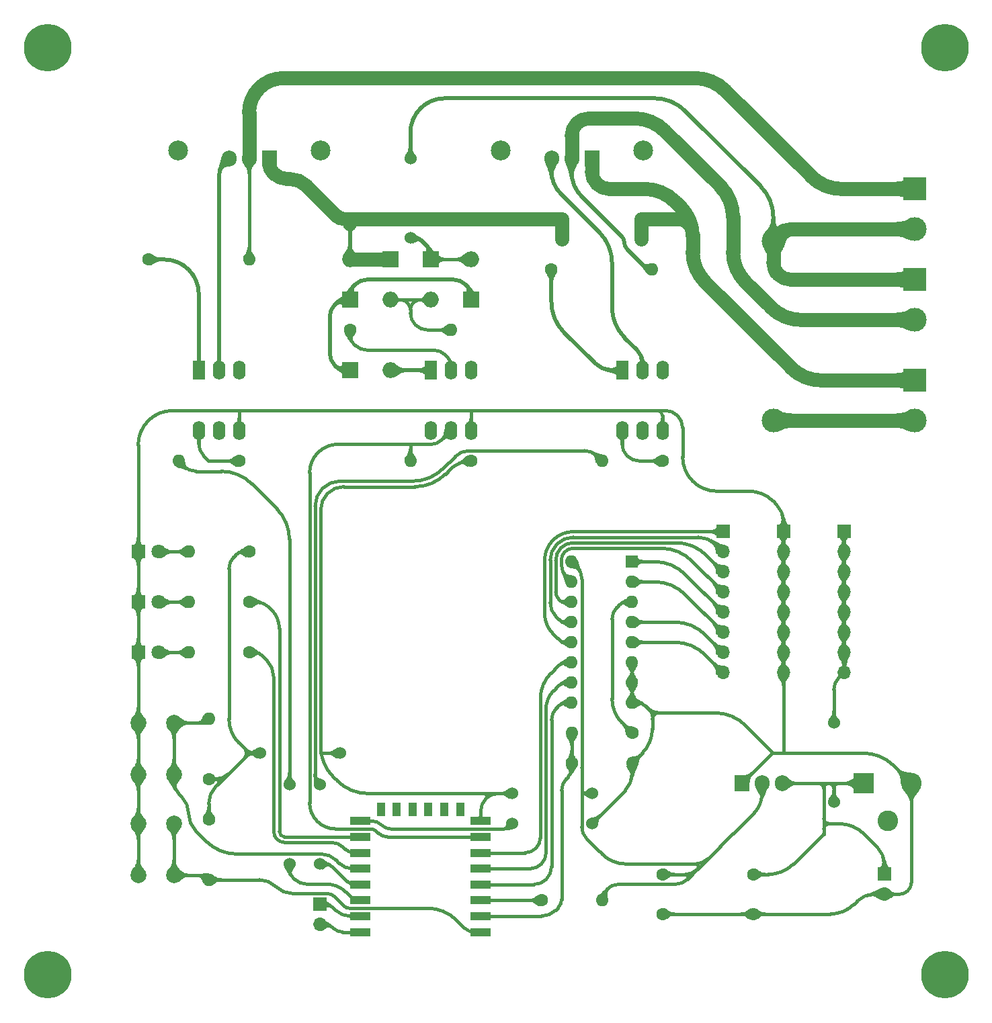
<source format=gbr>
%TF.GenerationSoftware,KiCad,Pcbnew,(6.0.5)*%
%TF.CreationDate,2022-06-30T10:22:49-03:00*%
%TF.ProjectId,projeto-rounded,70726f6a-6574-46f2-9d72-6f756e646564,0*%
%TF.SameCoordinates,Original*%
%TF.FileFunction,Copper,L1,Top*%
%TF.FilePolarity,Positive*%
%FSLAX46Y46*%
G04 Gerber Fmt 4.6, Leading zero omitted, Abs format (unit mm)*
G04 Created by KiCad (PCBNEW (6.0.5)) date 2022-06-30 10:22:49*
%MOMM*%
%LPD*%
G01*
G04 APERTURE LIST*
%TA.AperFunction,ComponentPad*%
%ADD10C,6.000000*%
%TD*%
%TA.AperFunction,ComponentPad*%
%ADD11C,1.524000*%
%TD*%
%TA.AperFunction,SMDPad,CuDef*%
%ADD12R,2.500000X1.000000*%
%TD*%
%TA.AperFunction,SMDPad,CuDef*%
%ADD13R,1.000000X1.800000*%
%TD*%
%TA.AperFunction,ComponentPad*%
%ADD14C,1.600000*%
%TD*%
%TA.AperFunction,ComponentPad*%
%ADD15O,1.600000X1.600000*%
%TD*%
%TA.AperFunction,ComponentPad*%
%ADD16R,1.800000X1.800000*%
%TD*%
%TA.AperFunction,ComponentPad*%
%ADD17C,1.800000*%
%TD*%
%TA.AperFunction,ComponentPad*%
%ADD18C,2.000000*%
%TD*%
%TA.AperFunction,ComponentPad*%
%ADD19R,2.000000X2.000000*%
%TD*%
%TA.AperFunction,ComponentPad*%
%ADD20O,2.000000X2.000000*%
%TD*%
%TA.AperFunction,ComponentPad*%
%ADD21R,1.700000X1.700000*%
%TD*%
%TA.AperFunction,ComponentPad*%
%ADD22O,1.700000X1.700000*%
%TD*%
%TA.AperFunction,ComponentPad*%
%ADD23R,1.905000X2.000000*%
%TD*%
%TA.AperFunction,ComponentPad*%
%ADD24O,1.905000X2.000000*%
%TD*%
%TA.AperFunction,ComponentPad*%
%ADD25R,3.000000X3.000000*%
%TD*%
%TA.AperFunction,ComponentPad*%
%ADD26C,3.000000*%
%TD*%
%TA.AperFunction,ComponentPad*%
%ADD27R,1.600000X2.400000*%
%TD*%
%TA.AperFunction,ComponentPad*%
%ADD28O,1.600000X2.400000*%
%TD*%
%TA.AperFunction,ComponentPad*%
%ADD29R,1.600000X1.600000*%
%TD*%
%TA.AperFunction,ComponentPad*%
%ADD30R,2.600000X2.600000*%
%TD*%
%TA.AperFunction,ComponentPad*%
%ADD31C,2.600000*%
%TD*%
%TA.AperFunction,ComponentPad*%
%ADD32C,2.500000*%
%TD*%
%TA.AperFunction,Conductor*%
%ADD33C,0.400000*%
%TD*%
%TA.AperFunction,Conductor*%
%ADD34C,0.500000*%
%TD*%
%TA.AperFunction,Conductor*%
%ADD35C,1.800000*%
%TD*%
G04 APERTURE END LIST*
D10*
%TO.P,REF\u002A\u002A,1*%
%TO.N,N/C*%
X201930000Y-149860000D03*
%TD*%
%TO.P,REF\u002A\u002A,1*%
%TO.N,N/C*%
X88900000Y-149860000D03*
%TD*%
%TO.P,REF\u002A\u002A,1*%
%TO.N,N/C*%
X201930000Y-33020000D03*
%TD*%
D11*
%TO.P,JP1,1,A*%
%TO.N,/5v'*%
X187960000Y-118110000D03*
%TO.P,JP1,2,B*%
%TO.N,+5V*%
X187960000Y-128110000D03*
%TD*%
D12*
%TO.P,U1,1,~{RST}*%
%TO.N,/reset*%
X143490000Y-144470000D03*
%TO.P,U1,2,ADC*%
%TO.N,/multiplex_out*%
X143490000Y-142470000D03*
%TO.P,U1,3,EN*%
%TO.N,/Enable*%
X143490000Y-140470000D03*
%TO.P,U1,4,GPIO16*%
%TO.N,/multiplex_C*%
X143490000Y-138470000D03*
%TO.P,U1,5,GPIO14*%
%TO.N,/multiplex_B*%
X143490000Y-136470000D03*
%TO.P,U1,6,GPIO12*%
%TO.N,/multiplex_A*%
X143490000Y-134470000D03*
%TO.P,U1,7,GPIO13*%
%TO.N,/det_0_intr*%
X143490000Y-132470000D03*
%TO.P,U1,8,VCC*%
%TO.N,/3v3'1*%
X143490000Y-130470000D03*
D13*
%TO.P,U1,9,CS0*%
%TO.N,unconnected-(U1-Pad9)*%
X140890000Y-128970000D03*
%TO.P,U1,10,MISO*%
%TO.N,unconnected-(U1-Pad10)*%
X138890000Y-128970000D03*
%TO.P,U1,11,GPIO9*%
%TO.N,unconnected-(U1-Pad11)*%
X136890000Y-128970000D03*
%TO.P,U1,12,GPIO10*%
%TO.N,unconnected-(U1-Pad12)*%
X134890000Y-128970000D03*
%TO.P,U1,13,MOSI*%
%TO.N,unconnected-(U1-Pad13)*%
X132890000Y-128970000D03*
%TO.P,U1,14,SCLK*%
%TO.N,unconnected-(U1-Pad14)*%
X130890000Y-128970000D03*
D12*
%TO.P,U1,15,GND*%
%TO.N,/gnd'*%
X128290000Y-130470000D03*
%TO.P,U1,16,GPIO15*%
%TO.N,/steady_state*%
X128290000Y-132470000D03*
%TO.P,U1,17,GPIO2*%
%TO.N,/wifi_status*%
X128290000Y-134470000D03*
%TO.P,U1,18,GPIO0*%
%TO.N,/exit_intr*%
X128290000Y-136470000D03*
%TO.P,U1,19,GPIO4*%
%TO.N,/drive_load_1*%
X128290000Y-138470000D03*
%TO.P,U1,20,GPIO5*%
%TO.N,/drive_load_2*%
X128290000Y-140470000D03*
%TO.P,U1,21,GPIO3/RXD*%
%TO.N,/Serial_rx*%
X128290000Y-142470000D03*
%TO.P,U1,22,GPIO1/TXD*%
%TO.N,/Serial_tx*%
X128290000Y-144470000D03*
%TD*%
D10*
%TO.P,REF\u002A\u002A,1*%
%TO.N,N/C*%
X88900000Y-33020000D03*
%TD*%
D14*
%TO.P,Rreset1,1*%
%TO.N,/3v3'2*%
X109220000Y-130250000D03*
D15*
%TO.P,Rreset1,2*%
%TO.N,/reset*%
X109220000Y-137870000D03*
%TD*%
D16*
%TO.P,Don1,1,K*%
%TO.N,GND*%
X100330000Y-96520000D03*
D17*
%TO.P,Don1,2,A*%
%TO.N,Net-(Don1-Pad2)*%
X102870000Y-96520000D03*
%TD*%
D18*
%TO.P,SWexit1,1,1*%
%TO.N,/exit_intr*%
X104830000Y-118110000D03*
X104830000Y-124610000D03*
%TO.P,SWexit1,2,2*%
%TO.N,GND*%
X100330000Y-124610000D03*
X100330000Y-118110000D03*
%TD*%
D11*
%TO.P,JP6,1,A*%
%TO.N,/gnd'*%
X147480000Y-130810000D03*
%TO.P,JP6,2,B*%
%TO.N,GND*%
X157480000Y-130810000D03*
%TD*%
D19*
%TO.P,D2,1,K*%
%TO.N,/AC1'*%
X137160000Y-59690000D03*
D20*
%TO.P,D2,2,A*%
%TO.N,Net-(D2-Pad2)*%
X137160000Y-64770000D03*
%TD*%
D11*
%TO.P,JP3,1,A*%
%TO.N,/AC2*%
X163735000Y-54610000D03*
%TO.P,JP3,2,B*%
%TO.N,/AC2'*%
X153735000Y-54610000D03*
%TD*%
D21*
%TO.P,Jserial_power1,1,Pin_1*%
%TO.N,+5V*%
X194310000Y-137160000D03*
D22*
%TO.P,Jserial_power1,2,Pin_2*%
%TO.N,GND*%
X194310000Y-139700000D03*
%TD*%
D14*
%TO.P,Rz2,1*%
%TO.N,/3v3'1*%
X142240000Y-85090000D03*
D15*
%TO.P,Rz2,2*%
%TO.N,/det_0_intr*%
X134620000Y-85090000D03*
%TD*%
D21*
%TO.P,Jpwr_sens2,1,Pin_1*%
%TO.N,GND*%
X181610000Y-93980000D03*
D22*
%TO.P,Jpwr_sens2,2,Pin_2*%
X181610000Y-96520000D03*
%TO.P,Jpwr_sens2,3,Pin_3*%
X181610000Y-99060000D03*
%TO.P,Jpwr_sens2,4,Pin_4*%
X181610000Y-101600000D03*
%TO.P,Jpwr_sens2,5,Pin_5*%
X181610000Y-104140000D03*
%TO.P,Jpwr_sens2,6,Pin_6*%
X181610000Y-106680000D03*
%TO.P,Jpwr_sens2,7,Pin_7*%
X181610000Y-109220000D03*
%TO.P,Jpwr_sens2,8,Pin_8*%
X181610000Y-111760000D03*
%TD*%
D23*
%TO.P,U3v3,1,GND*%
%TO.N,GND*%
X176360000Y-125730000D03*
D24*
%TO.P,U3v3,2,VO*%
%TO.N,+3V3*%
X178900000Y-125730000D03*
%TO.P,U3v3,3,VI*%
%TO.N,+5V*%
X181440000Y-125730000D03*
%TD*%
D18*
%TO.P,SWreset1,1,1*%
%TO.N,/reset*%
X104830000Y-137310000D03*
X104830000Y-130810000D03*
%TO.P,SWreset1,2,2*%
%TO.N,GND*%
X100330000Y-137310000D03*
X100330000Y-130810000D03*
%TD*%
D14*
%TO.P,Rtriac2,1*%
%TO.N,Net-(Rtriac2-Pad1)*%
X101600000Y-59690000D03*
D15*
%TO.P,Rtriac2,2*%
%TO.N,Net-(Jl2-Pad1)*%
X114300000Y-59690000D03*
%TD*%
D25*
%TO.P,Jl1,1,Pin_1*%
%TO.N,/AC1*%
X198120000Y-62230000D03*
D26*
%TO.P,Jl1,2,Pin_2*%
%TO.N,Net-(Jl1-Pad2)*%
X198120000Y-67310000D03*
%TD*%
D11*
%TO.P,JP4,1,A*%
%TO.N,/AC1*%
X134620000Y-46990000D03*
%TO.P,JP4,2,B*%
%TO.N,/AC1'*%
X134620000Y-56990000D03*
%TD*%
D25*
%TO.P,Jac1,1,Pin_1*%
%TO.N,/AC2*%
X198120000Y-74930000D03*
D26*
%TO.P,Jac1,2,Pin_2*%
%TO.N,Net-(F1-Pad1)*%
X198120000Y-80010000D03*
%TD*%
D14*
%TO.P,Ron1,1*%
%TO.N,/3v3'2*%
X114300000Y-96520000D03*
D15*
%TO.P,Ron1,2*%
%TO.N,Net-(Don1-Pad2)*%
X106680000Y-96520000D03*
%TD*%
D14*
%TO.P,Ren1,1*%
%TO.N,/Enable*%
X151130000Y-140462000D03*
D15*
%TO.P,Ren1,2*%
%TO.N,+3V3*%
X158750000Y-140462000D03*
%TD*%
D11*
%TO.P,JP2,1,A*%
%TO.N,/AC2*%
X163735000Y-57150000D03*
%TO.P,JP2,2,B*%
%TO.N,/AC2'*%
X153735000Y-57150000D03*
%TD*%
D27*
%TO.P,Uload1,1*%
%TO.N,Net-(Rtriac1-Pad1)*%
X161290000Y-73645000D03*
D28*
%TO.P,Uload1,2*%
%TO.N,Net-(Q1-Pad3)*%
X163830000Y-73645000D03*
%TO.P,Uload1,3,NC*%
%TO.N,unconnected-(Uload1-Pad3)*%
X166370000Y-73645000D03*
%TO.P,Uload1,4*%
%TO.N,GND*%
X166370000Y-81265000D03*
%TO.P,Uload1,5,NC*%
%TO.N,unconnected-(Uload1-Pad5)*%
X163830000Y-81265000D03*
%TO.P,Uload1,6*%
%TO.N,Net-(Rmoc1-Pad1)*%
X161290000Y-81265000D03*
%TD*%
D19*
%TO.P,D4,1,K*%
%TO.N,/AC2'*%
X132080000Y-59690000D03*
D20*
%TO.P,D4,2,A*%
%TO.N,Net-(D2-Pad2)*%
X132080000Y-64770000D03*
%TD*%
D11*
%TO.P,JP7,1,A*%
%TO.N,Net-(JP7-Pad1)*%
X123190000Y-125890000D03*
%TO.P,JP7,2,B*%
%TO.N,/drive_load_1*%
X123190000Y-135890000D03*
%TD*%
D14*
%TO.P,Rmoc1,1*%
%TO.N,Net-(Rmoc1-Pad1)*%
X166370000Y-85090000D03*
D15*
%TO.P,Rmoc1,2*%
%TO.N,Net-(JP7-Pad1)*%
X158750000Y-85090000D03*
%TD*%
D14*
%TO.P,Rtriac1,1*%
%TO.N,Net-(Rtriac1-Pad1)*%
X152385000Y-60960000D03*
D15*
%TO.P,Rtriac1,2*%
%TO.N,Net-(Jl1-Pad2)*%
X165085000Y-60960000D03*
%TD*%
D14*
%TO.P,Rsens2,1*%
%TO.N,/multiplex_out*%
X154940000Y-123190000D03*
D15*
%TO.P,Rsens2,2*%
%TO.N,GND*%
X162560000Y-123190000D03*
%TD*%
D16*
%TO.P,Dwifi1,1,K*%
%TO.N,GND*%
X100330000Y-109220000D03*
D17*
%TO.P,Dwifi1,2,A*%
%TO.N,Net-(Dwifi1-Pad2)*%
X102870000Y-109220000D03*
%TD*%
D14*
%TO.P,Rz1,1*%
%TO.N,Net-(Rz1-Pad1)*%
X127000000Y-68580000D03*
D15*
%TO.P,Rz1,2*%
%TO.N,Net-(D2-Pad2)*%
X139700000Y-68580000D03*
%TD*%
D25*
%TO.P,Jl2,1,Pin_1*%
%TO.N,Net-(Jl2-Pad1)*%
X198120000Y-50800000D03*
D26*
%TO.P,Jl2,2,Pin_2*%
%TO.N,/AC1*%
X198120000Y-55880000D03*
%TD*%
D11*
%TO.P,JP9,1,A*%
%TO.N,/3v3'1*%
X125730000Y-121920000D03*
%TO.P,JP9,2,B*%
%TO.N,/3v3'2*%
X115730000Y-121920000D03*
%TD*%
D19*
%TO.P,D3,1,K*%
%TO.N,Net-(D1-Pad1)*%
X127000000Y-64770000D03*
D20*
%TO.P,D3,2,A*%
%TO.N,/AC2'*%
X127000000Y-59690000D03*
%TD*%
D27*
%TO.P,Uload2,1*%
%TO.N,Net-(Rtriac2-Pad1)*%
X107965000Y-73645000D03*
D28*
%TO.P,Uload2,2*%
%TO.N,Net-(Q2-Pad3)*%
X110505000Y-73645000D03*
%TO.P,Uload2,3,NC*%
%TO.N,unconnected-(Uload2-Pad3)*%
X113045000Y-73645000D03*
%TO.P,Uload2,4*%
%TO.N,GND*%
X113045000Y-81265000D03*
%TO.P,Uload2,5,NC*%
%TO.N,unconnected-(Uload2-Pad5)*%
X110505000Y-81265000D03*
%TO.P,Uload2,6*%
%TO.N,Net-(Rmoc2-Pad1)*%
X107965000Y-81265000D03*
%TD*%
D21*
%TO.P,Jpwr_sens1,1,Pin_1*%
%TO.N,/5v'*%
X189230000Y-93980000D03*
D22*
%TO.P,Jpwr_sens1,2,Pin_2*%
X189230000Y-96520000D03*
%TO.P,Jpwr_sens1,3,Pin_3*%
X189230000Y-99060000D03*
%TO.P,Jpwr_sens1,4,Pin_4*%
X189230000Y-101600000D03*
%TO.P,Jpwr_sens1,5,Pin_5*%
X189230000Y-104140000D03*
%TO.P,Jpwr_sens1,6,Pin_6*%
X189230000Y-106680000D03*
%TO.P,Jpwr_sens1,7,Pin_7*%
X189230000Y-109220000D03*
%TO.P,Jpwr_sens1,8,Pin_8*%
X189230000Y-111760000D03*
%TD*%
D14*
%TO.P,C1,1*%
%TO.N,+5V*%
X177800000Y-137200000D03*
%TO.P,C1,2*%
%TO.N,GND*%
X177800000Y-142200000D03*
%TD*%
%TO.P,Rwifi1,1*%
%TO.N,/wifi_status*%
X114300000Y-109220000D03*
D15*
%TO.P,Rwifi1,2*%
%TO.N,Net-(Dwifi1-Pad2)*%
X106680000Y-109220000D03*
%TD*%
D21*
%TO.P,Jserial_com1,1,Pin_1*%
%TO.N,/Serial_rx*%
X123190000Y-140970000D03*
D22*
%TO.P,Jserial_com1,2,Pin_2*%
%TO.N,/Serial_tx*%
X123190000Y-143510000D03*
%TD*%
D29*
%TO.P,Umultiplex1,1,X4*%
%TO.N,/S4*%
X162550000Y-97780000D03*
D15*
%TO.P,Umultiplex1,2,X6*%
%TO.N,/S6*%
X162550000Y-100320000D03*
%TO.P,Umultiplex1,3,X*%
%TO.N,Net-(Rsens1-Pad1)*%
X162550000Y-102860000D03*
%TO.P,Umultiplex1,4,X7*%
%TO.N,/S7*%
X162550000Y-105400000D03*
%TO.P,Umultiplex1,5,X5*%
%TO.N,/S5*%
X162550000Y-107940000D03*
%TO.P,Umultiplex1,6,INH*%
%TO.N,GND*%
X162550000Y-110480000D03*
%TO.P,Umultiplex1,7,VEE*%
X162550000Y-113020000D03*
%TO.P,Umultiplex1,8,VSS*%
X162550000Y-115560000D03*
%TO.P,Umultiplex1,9,C*%
%TO.N,/multiplex_C*%
X154930000Y-115560000D03*
%TO.P,Umultiplex1,10,B*%
%TO.N,/multiplex_B*%
X154930000Y-113020000D03*
%TO.P,Umultiplex1,11,A*%
%TO.N,/multiplex_A*%
X154930000Y-110480000D03*
%TO.P,Umultiplex1,12,X3*%
%TO.N,/S3*%
X154930000Y-107940000D03*
%TO.P,Umultiplex1,13,X0*%
%TO.N,/S0*%
X154930000Y-105400000D03*
%TO.P,Umultiplex1,14,X1*%
%TO.N,/S1*%
X154930000Y-102860000D03*
%TO.P,Umultiplex1,15,X2*%
%TO.N,/S2*%
X154930000Y-100320000D03*
%TO.P,Umultiplex1,16,VDD*%
%TO.N,+3V3*%
X154930000Y-97780000D03*
%TD*%
D30*
%TO.P,Jdc1,1*%
%TO.N,+5V*%
X191750000Y-125730000D03*
D31*
%TO.P,Jdc1,2*%
%TO.N,GND*%
X197750000Y-125730000D03*
%TO.P,Jdc1,3*%
%TO.N,unconnected-(Jdc1-Pad3)*%
X194750000Y-130430000D03*
%TD*%
D14*
%TO.P,C2,1*%
%TO.N,+3V3*%
X166370000Y-137200000D03*
%TO.P,C2,2*%
%TO.N,GND*%
X166370000Y-142200000D03*
%TD*%
%TO.P,Rss1,1*%
%TO.N,/steady_state*%
X114300000Y-102870000D03*
D15*
%TO.P,Rss1,2*%
%TO.N,Net-(Dss1-Pad2)*%
X106680000Y-102870000D03*
%TD*%
D23*
%TO.P,Q1,1,A1*%
%TO.N,/AC2*%
X157480000Y-46990000D03*
D24*
%TO.P,Q1,2,A2*%
%TO.N,Net-(Jl1-Pad2)*%
X154940000Y-46990000D03*
%TO.P,Q1,3,G*%
%TO.N,Net-(Q1-Pad3)*%
X152400000Y-46990000D03*
D32*
%TO.P,Q1,sink2*%
%TO.N,N/C*%
X145980000Y-45990000D03*
X163980000Y-45990000D03*
%TD*%
D27*
%TO.P,Udet_0,1*%
%TO.N,Net-(D5-Pad2)*%
X137160000Y-73660000D03*
D28*
%TO.P,Udet_0,2*%
%TO.N,Net-(Rz1-Pad1)*%
X139700000Y-73660000D03*
%TO.P,Udet_0,3,NC*%
%TO.N,unconnected-(Udet_0-Pad3)*%
X142240000Y-73660000D03*
%TO.P,Udet_0,4*%
%TO.N,GND*%
X142240000Y-81280000D03*
%TO.P,Udet_0,5*%
%TO.N,/det_0_intr*%
X139700000Y-81280000D03*
%TO.P,Udet_0,6*%
%TO.N,unconnected-(Udet_0-Pad6)*%
X137160000Y-81280000D03*
%TD*%
D14*
%TO.P,Rexit1,1*%
%TO.N,/3v3'2*%
X109220000Y-125170000D03*
D15*
%TO.P,Rexit1,2*%
%TO.N,/exit_intr*%
X109220000Y-117550000D03*
%TD*%
D21*
%TO.P,Jsens1,1,Pin_1*%
%TO.N,/S3*%
X173990000Y-93995000D03*
D22*
%TO.P,Jsens1,2,Pin_2*%
%TO.N,/S0*%
X173990000Y-96535000D03*
%TO.P,Jsens1,3,Pin_3*%
%TO.N,/S1*%
X173990000Y-99075000D03*
%TO.P,Jsens1,4,Pin_4*%
%TO.N,/S2*%
X173990000Y-101615000D03*
%TO.P,Jsens1,5,Pin_5*%
%TO.N,/S4*%
X173990000Y-104155000D03*
%TO.P,Jsens1,6,Pin_6*%
%TO.N,/S6*%
X173990000Y-106695000D03*
%TO.P,Jsens1,7,Pin_7*%
%TO.N,/S7*%
X173990000Y-109235000D03*
%TO.P,Jsens1,8,Pin_8*%
%TO.N,/S5*%
X173990000Y-111775000D03*
%TD*%
D11*
%TO.P,JP5,1,A*%
%TO.N,+3V3*%
X157480000Y-127000000D03*
%TO.P,JP5,2,B*%
%TO.N,/3v3'1*%
X147480000Y-127000000D03*
%TD*%
D23*
%TO.P,Q2,1,A1*%
%TO.N,/AC2'*%
X116840000Y-46990000D03*
D24*
%TO.P,Q2,2,A2*%
%TO.N,Net-(Jl2-Pad1)*%
X114300000Y-46990000D03*
%TO.P,Q2,3,G*%
%TO.N,Net-(Q2-Pad3)*%
X111760000Y-46990000D03*
D32*
%TO.P,Q2,sink2*%
%TO.N,N/C*%
X105340000Y-45990000D03*
X123340000Y-45990000D03*
%TD*%
D16*
%TO.P,Dss1,1,K*%
%TO.N,GND*%
X100330000Y-102870000D03*
D17*
%TO.P,Dss1,2,A*%
%TO.N,Net-(Dss1-Pad2)*%
X102870000Y-102870000D03*
%TD*%
D14*
%TO.P,Rmoc2,1*%
%TO.N,Net-(Rmoc2-Pad1)*%
X113030000Y-85090000D03*
D15*
%TO.P,Rmoc2,2*%
%TO.N,Net-(JP8-Pad1)*%
X105410000Y-85090000D03*
%TD*%
D26*
%TO.P,F1,1*%
%TO.N,Net-(F1-Pad1)*%
X180340000Y-80010000D03*
%TO.P,F1,2*%
%TO.N,/AC1*%
X180340000Y-57410000D03*
%TD*%
D11*
%TO.P,JP8,1,A*%
%TO.N,Net-(JP8-Pad1)*%
X119380000Y-125890000D03*
%TO.P,JP8,2,B*%
%TO.N,/drive_load_2*%
X119380000Y-135890000D03*
%TD*%
D19*
%TO.P,D1,1,K*%
%TO.N,Net-(D1-Pad1)*%
X142240000Y-64770000D03*
D20*
%TO.P,D1,2,A*%
%TO.N,/AC1'*%
X142240000Y-59690000D03*
%TD*%
D14*
%TO.P,Rsens1,1*%
%TO.N,Net-(Rsens1-Pad1)*%
X162560000Y-119380000D03*
D15*
%TO.P,Rsens1,2*%
%TO.N,/multiplex_out*%
X154940000Y-119380000D03*
%TD*%
D19*
%TO.P,D5,1,K*%
%TO.N,Net-(D1-Pad1)*%
X127000000Y-73660000D03*
D20*
%TO.P,D5,2,A*%
%TO.N,Net-(D5-Pad2)*%
X132080000Y-73660000D03*
%TD*%
D33*
%TO.N,+5V*%
X186690000Y-131465000D02*
X186690000Y-130155000D01*
X191847038Y-132157038D02*
X193411974Y-133721974D01*
X187960000Y-126365000D02*
X187960000Y-128110000D01*
X179685000Y-137200000D02*
X177800000Y-137200000D01*
X194310000Y-135890000D02*
X194310000Y-137160000D01*
X186055000Y-125730000D02*
X187325000Y-125730000D01*
X186690000Y-130155000D02*
X186690000Y-126365000D01*
X186055000Y-125730000D02*
X181440000Y-125730000D01*
X187325000Y-125730000D02*
X188595000Y-125730000D01*
X182902896Y-135867103D02*
X186635857Y-132134142D01*
X188595000Y-130810000D02*
X187345000Y-130810000D01*
X188595000Y-125730000D02*
X191750000Y-125730000D01*
X186690000Y-131465000D02*
X186690000Y-132100000D01*
X194309985Y-135890000D02*
G75*
G03*
X193411973Y-133721975I-3066085J0D01*
G01*
X187325000Y-125730000D02*
G75*
G02*
X187960000Y-126365000I0J-635000D01*
G01*
X186055000Y-125730000D02*
G75*
G02*
X186690000Y-126365000I0J-635000D01*
G01*
X186690000Y-131465000D02*
G75*
G02*
X187345000Y-130810000I655000J0D01*
G01*
X186690000Y-126365000D02*
G75*
G02*
X187325000Y-125730000I635000J0D01*
G01*
X186670000Y-132120000D02*
G75*
G03*
X186690000Y-132100000I0J20000D01*
G01*
X179685000Y-137199997D02*
G75*
G03*
X182902896Y-135867103I0J4550797D01*
G01*
X187960000Y-126365000D02*
G75*
G02*
X188595000Y-125730000I635000J0D01*
G01*
X188595000Y-130810007D02*
G75*
G02*
X191847038Y-132157038I0J-4599093D01*
G01*
X187345000Y-130810000D02*
G75*
G02*
X186690000Y-130155000I0J655000D01*
G01*
X186635854Y-132134139D02*
G75*
G02*
X186670000Y-132120000I34146J-34161D01*
G01*
%TO.N,GND*%
X166005096Y-116840000D02*
X165943498Y-116840000D01*
X180255000Y-121920000D02*
X191686036Y-121920000D01*
X164460000Y-116200000D02*
X164269012Y-116009012D01*
X162560000Y-124460000D02*
X162560000Y-123190000D01*
X100330000Y-96520000D02*
X100330000Y-102870000D01*
X181610000Y-92710000D02*
X181610000Y-93980000D01*
X113037500Y-78747500D02*
X113030000Y-78740000D01*
X181610000Y-104140000D02*
X181610000Y-101600000D01*
X177273948Y-88900000D02*
X173246051Y-88900000D01*
X165735000Y-78740000D02*
X164465000Y-78740000D01*
X181610000Y-99060000D02*
X181610000Y-101600000D01*
X177800000Y-142200000D02*
X166370000Y-142200000D01*
X100330000Y-130810000D02*
X100330000Y-137310000D01*
X181610000Y-106680000D02*
X181610000Y-104140000D01*
X181610000Y-111760000D02*
X181610000Y-121920000D01*
X100330000Y-130810000D02*
X100330000Y-124610000D01*
X165100000Y-118853948D02*
X165100000Y-117745096D01*
X164465000Y-78740000D02*
X165735000Y-78740000D01*
X162550000Y-114925000D02*
X162550000Y-113020000D01*
X164460000Y-116200000D02*
X164522326Y-116262326D01*
X164460000Y-116200000D02*
X164818405Y-116558405D01*
X166005096Y-116840000D02*
X165916951Y-116840000D01*
X161661974Y-126628025D02*
X157480000Y-130810000D01*
X173006036Y-116840000D02*
X166005096Y-116840000D01*
X168910000Y-80908025D02*
X168910000Y-84563948D01*
X100330000Y-96520000D02*
X100330000Y-83076051D01*
X162550000Y-113020000D02*
X162550000Y-110480000D01*
X100330000Y-118110000D02*
X100330000Y-109220000D01*
X165100000Y-117745096D02*
X165100000Y-117683498D01*
X163830000Y-121920000D02*
X162560000Y-123190000D01*
X166370000Y-79375000D02*
X166370000Y-81265000D01*
X197750000Y-125730000D02*
X197750000Y-138163603D01*
X190519999Y-140949999D02*
X190871974Y-140598025D01*
X100330000Y-124610000D02*
X100330000Y-118110000D01*
X181610000Y-106680000D02*
X181610000Y-109220000D01*
X180340000Y-90170000D02*
X180711974Y-90541974D01*
X194310000Y-139700000D02*
X193040000Y-139700000D01*
X187502233Y-142200000D02*
X177800000Y-142200000D01*
X197750000Y-125730000D02*
X195533792Y-123513792D01*
X194310000Y-139700000D02*
X196213603Y-139700000D01*
X165735000Y-78740000D02*
X166741974Y-78740000D01*
X181610000Y-99060000D02*
X181610000Y-96520000D01*
X165100000Y-117745096D02*
X165099999Y-117238231D01*
X113045000Y-78765606D02*
X113045000Y-81265000D01*
X181610000Y-96520000D02*
X181610000Y-93980000D01*
X164465000Y-78740000D02*
X104666051Y-78740000D01*
X142240000Y-81280000D02*
X142240000Y-78740000D01*
X176853792Y-118433792D02*
X180109895Y-121689895D01*
X180109895Y-121980104D02*
X176360000Y-125730000D01*
X181610000Y-111760000D02*
X181610000Y-109220000D01*
X100330000Y-102870000D02*
X100330000Y-109220000D01*
X163829986Y-121919986D02*
G75*
G03*
X165100000Y-118853948I-3066086J3066086D01*
G01*
X180255000Y-121920000D02*
G75*
G02*
X180170000Y-121835000I0J85000D01*
G01*
X181609985Y-92710000D02*
G75*
G03*
X180711973Y-90541975I-3066085J0D01*
G01*
X180170001Y-121835000D02*
G75*
G02*
X180109895Y-121980104I-205201J0D01*
G01*
X166741974Y-78740011D02*
G75*
G02*
X168275000Y-79375000I26J-2167989D01*
G01*
X100330022Y-83076051D02*
G75*
G02*
X101600001Y-80010001I4335978J51D01*
G01*
X196213603Y-139700001D02*
G75*
G03*
X197300000Y-139250000I-3J1536401D01*
G01*
X190871985Y-140598036D02*
G75*
G02*
X193040000Y-139700000I2168015J-2167964D01*
G01*
X168909989Y-80908025D02*
G75*
G03*
X168275000Y-79375000I-2167989J25D01*
G01*
X173006036Y-116839990D02*
G75*
G02*
X176853791Y-118433793I-36J-5441610D01*
G01*
X165100000Y-117683498D02*
G75*
G02*
X165943498Y-116840000I843500J-2D01*
G01*
X164818417Y-116558393D02*
G75*
G02*
X165099999Y-117238231I-679817J-679807D01*
G01*
X165916951Y-116840032D02*
G75*
G02*
X164522327Y-116262325I49J1972332D01*
G01*
X170180014Y-87629986D02*
G75*
G02*
X168910000Y-84563948I3066086J3066086D01*
G01*
X180109897Y-121980106D02*
G75*
G02*
X180255000Y-121920000I145103J-145094D01*
G01*
X165735000Y-78740000D02*
G75*
G02*
X166370000Y-79375000I0J-635000D01*
G01*
X113044997Y-78765606D02*
G75*
G03*
X113037500Y-78747500I-25597J6D01*
G01*
X187502233Y-142200012D02*
G75*
G03*
X190519999Y-140949999I-33J4267812D01*
G01*
X197299999Y-139249999D02*
G75*
G03*
X197750000Y-138163603I-1086399J1086399D01*
G01*
X161661985Y-126628036D02*
G75*
G03*
X162560000Y-124460000I-2168085J2168036D01*
G01*
X177273948Y-88899980D02*
G75*
G02*
X180340000Y-90170000I-48J-4336120D01*
G01*
X180170002Y-121835000D02*
G75*
G03*
X180109895Y-121689895I-205202J0D01*
G01*
X173246051Y-88900020D02*
G75*
G02*
X170180000Y-87630000I49J4336120D01*
G01*
X101599985Y-80009985D02*
G75*
G02*
X104666051Y-78740000I3066015J-3066015D01*
G01*
X163185000Y-115559993D02*
G75*
G02*
X164269012Y-116009012I0J-1533007D01*
G01*
X191686036Y-121919990D02*
G75*
G02*
X195533791Y-123513793I-36J-5441610D01*
G01*
X163185000Y-115560000D02*
G75*
G02*
X162550000Y-114925000I0J635000D01*
G01*
%TO.N,+3V3*%
X156845000Y-132715000D02*
X158115000Y-133985000D01*
X178900000Y-127105000D02*
X178900000Y-125730000D01*
X172104999Y-135234999D02*
X170795000Y-136545000D01*
X158750000Y-134620000D02*
X158115000Y-133985000D01*
X156210000Y-131181974D02*
X156210000Y-123778654D01*
X155584755Y-98434755D02*
X154930000Y-97780000D01*
X170523690Y-135890000D02*
X161816051Y-135890000D01*
X157480000Y-127000000D02*
X156210000Y-127000000D01*
X159384999Y-139064999D02*
X159019407Y-139430592D01*
X169270258Y-137200000D02*
X166370000Y-137200000D01*
X158750000Y-140081000D02*
X158750000Y-140462000D01*
X168040258Y-138430000D02*
X160918025Y-138430000D01*
X170755000Y-136585000D02*
X169525000Y-137815000D01*
X156239511Y-123707408D02*
X156239511Y-100015475D01*
X172104999Y-135234999D02*
X175245857Y-132094142D01*
X170755000Y-136585000D02*
X170795000Y-136545000D01*
X175314142Y-132065857D02*
X177927728Y-129452271D01*
X156239518Y-100015475D02*
G75*
G03*
X155584755Y-98434755I-2235518J-25D01*
G01*
X169270258Y-137200100D02*
G75*
G02*
X169525000Y-137815000I42J-360200D01*
G01*
X158749995Y-140081000D02*
G75*
G02*
X159019407Y-139430592I919805J0D01*
G01*
X172105003Y-135235003D02*
G75*
G02*
X170523690Y-135890000I-1581303J1581303D01*
G01*
X177927719Y-129452262D02*
G75*
G03*
X178900000Y-127105000I-2347219J2347262D01*
G01*
X159384992Y-139064992D02*
G75*
G02*
X160918025Y-138430000I1533008J-1533008D01*
G01*
X175245854Y-132094139D02*
G75*
G02*
X175280000Y-132080000I34146J-34161D01*
G01*
X170755033Y-136585033D02*
G75*
G02*
X169270258Y-137200000I-1484733J1484833D01*
G01*
X161816051Y-135890020D02*
G75*
G02*
X158750000Y-134620000I49J4336120D01*
G01*
X156224758Y-123743034D02*
G75*
G03*
X156239511Y-123707408I-35658J35634D01*
G01*
X168040258Y-138429953D02*
G75*
G03*
X169525000Y-137815000I42J2099753D01*
G01*
X170523690Y-135890024D02*
G75*
G02*
X170795000Y-136545000I10J-383676D01*
G01*
X175280000Y-132079994D02*
G75*
G03*
X175314142Y-132065857I0J48294D01*
G01*
X156209974Y-123778654D02*
G75*
G02*
X156224755Y-123743031I50426J-46D01*
G01*
X156844992Y-132715008D02*
G75*
G02*
X156210000Y-131181974I1533008J1533008D01*
G01*
D34*
%TO.N,Net-(D1-Pad1)*%
X140071974Y-62230000D02*
X129168025Y-62230000D01*
X142240000Y-64135000D02*
X142240000Y-64770000D01*
X125280987Y-65219012D02*
X125095000Y-65405000D01*
X124460000Y-71491974D02*
X124460000Y-66938025D01*
X141605000Y-62865000D02*
X141790987Y-63050987D01*
X127449012Y-63050987D02*
X127635000Y-62865000D01*
X126365000Y-73660000D02*
X127000000Y-73660000D01*
X126365000Y-64770000D02*
X127000000Y-64770000D01*
X125095000Y-73025000D02*
X125280987Y-73210987D01*
X127000000Y-64135000D02*
X127000000Y-64770000D01*
X126365000Y-73660007D02*
G75*
G02*
X125280987Y-73210987I0J1533007D01*
G01*
X140071974Y-62230011D02*
G75*
G02*
X141605000Y-62865000I26J-2167989D01*
G01*
X127634992Y-62864992D02*
G75*
G02*
X129168025Y-62230000I1533008J-1533008D01*
G01*
X142240007Y-64135000D02*
G75*
G03*
X141790987Y-63050987I-1533007J0D01*
G01*
X126999992Y-64135000D02*
G75*
G02*
X127449012Y-63050987I1533008J0D01*
G01*
X125094992Y-73025008D02*
G75*
G02*
X124460000Y-71491974I1533008J1533008D01*
G01*
X124460011Y-66938025D02*
G75*
G02*
X125095000Y-65405000I2167989J25D01*
G01*
X125280993Y-65219018D02*
G75*
G02*
X126365000Y-64770000I1084007J-1083982D01*
G01*
D35*
%TO.N,/AC1*%
X180340000Y-57540000D02*
X180340000Y-57280000D01*
X180431923Y-57058076D02*
X180975000Y-56515000D01*
D34*
X180340000Y-54323963D02*
X180340000Y-57280000D01*
D35*
X182508025Y-62230000D02*
X198120000Y-62230000D01*
X180340000Y-57540000D02*
X180340000Y-60061974D01*
D34*
X165386036Y-39370000D02*
X138956051Y-39370000D01*
D35*
X180340000Y-57280000D02*
X180340000Y-57540000D01*
X182508025Y-55880000D02*
X198120000Y-55880000D01*
D34*
X169233792Y-40963792D02*
X178746207Y-50476207D01*
X134620000Y-43706051D02*
X134620000Y-46990000D01*
D35*
X180339986Y-57280000D02*
G75*
G02*
X180431923Y-57058076I313814J0D01*
G01*
X182508025Y-62229989D02*
G75*
G02*
X180975000Y-61595000I-25J2167989D01*
G01*
X180974992Y-61595008D02*
G75*
G02*
X180340000Y-60061974I1533008J1533008D01*
G01*
D34*
X135889985Y-40639985D02*
G75*
G02*
X138956051Y-39370000I3066015J-3066015D01*
G01*
X134620022Y-43706051D02*
G75*
G02*
X135890001Y-40640001I4335978J51D01*
G01*
X180340010Y-54323963D02*
G75*
G03*
X178746206Y-50476208I-5441610J-37D01*
G01*
D35*
X180974992Y-56514992D02*
G75*
G02*
X182508025Y-55880000I1533008J-1533008D01*
G01*
D34*
X165386036Y-39369990D02*
G75*
G02*
X169233791Y-40963793I-36J-5441610D01*
G01*
D33*
%TO.N,Net-(D2-Pad2)*%
X136788025Y-68580000D02*
X139700000Y-68580000D01*
X133350000Y-64770000D02*
X132080000Y-64770000D01*
X134620000Y-66411974D02*
X134620000Y-66040000D01*
X133350000Y-64770000D02*
X135890000Y-64770000D01*
X135890000Y-64770000D02*
X137160000Y-64770000D01*
X134620000Y-66040000D02*
G75*
G02*
X135890000Y-64770000I1270000J0D01*
G01*
X133350000Y-64770000D02*
G75*
G02*
X134620000Y-66040000I0J-1270000D01*
G01*
X135254992Y-67945008D02*
G75*
G02*
X134620000Y-66411974I1533008J1533008D01*
G01*
X136788025Y-68579989D02*
G75*
G02*
X135255000Y-67945000I-25J2167989D01*
G01*
D35*
%TO.N,/AC2*%
X186403963Y-74930000D02*
X198120000Y-74930000D01*
X159648025Y-50800000D02*
X164116036Y-50800000D01*
X182556207Y-73336207D02*
X171773792Y-62553792D01*
X170180000Y-58706036D02*
X170180000Y-56609998D01*
X157480000Y-48631974D02*
X157480000Y-46990000D01*
X163735000Y-54610000D02*
X168560086Y-54610000D01*
X168586207Y-53016207D02*
X167963792Y-52393792D01*
X163735000Y-54610000D02*
X163735000Y-57150000D01*
X168586205Y-53016210D02*
G75*
G02*
X168560086Y-54610000I-446605J-789790D01*
G01*
X186403963Y-74930010D02*
G75*
G02*
X182556208Y-73336206I37J5441610D01*
G01*
X164116036Y-50799990D02*
G75*
G02*
X167963791Y-52393793I-36J-5441610D01*
G01*
X158114992Y-50165008D02*
G75*
G02*
X157480000Y-48631974I1533008J1533008D01*
G01*
X159648025Y-50799989D02*
G75*
G02*
X158115000Y-50165000I-25J2167989D01*
G01*
X170179956Y-56609999D02*
G75*
G03*
X168586207Y-53016207I-5149556J-133401D01*
G01*
X168560083Y-54610030D02*
G75*
G02*
X170180000Y-56609998I-212283J-1827970D01*
G01*
X171773800Y-62553784D02*
G75*
G02*
X170180000Y-58706036I3847800J3847784D01*
G01*
D34*
%TO.N,Net-(D5-Pad2)*%
X132080000Y-73660000D02*
X137160000Y-73660000D01*
D33*
%TO.N,Net-(Dss1-Pad2)*%
X102870000Y-102870000D02*
X106680000Y-102870000D01*
D35*
%TO.N,Net-(F1-Pad1)*%
X198120000Y-80010000D02*
X180340000Y-80010000D01*
D34*
%TO.N,Net-(Jl1-Pad2)*%
X161265556Y-56815556D02*
X156177436Y-51727436D01*
D35*
X176853792Y-62553792D02*
X180016207Y-65716207D01*
X154940000Y-44078025D02*
X154940000Y-46990000D01*
X162846036Y-41910000D02*
X157108025Y-41910000D01*
D34*
X164795060Y-60960000D02*
X165085000Y-60960000D01*
D35*
X183863963Y-67310000D02*
X198120000Y-67310000D01*
D34*
X164300101Y-60754981D02*
X161905403Y-58360283D01*
D35*
X175260000Y-58706036D02*
X175260000Y-54323963D01*
X173666207Y-50476207D02*
X166693792Y-43503792D01*
D34*
X154940000Y-48740000D02*
X154940000Y-46990000D01*
X161585467Y-57587920D02*
G75*
G03*
X161265555Y-56815557I-1092267J20D01*
G01*
D35*
X183863963Y-67310010D02*
G75*
G02*
X180016208Y-65716206I37J5441610D01*
G01*
X162846036Y-41909990D02*
G75*
G02*
X166693791Y-43503793I-36J-5441610D01*
G01*
D34*
X164795060Y-60960021D02*
G75*
G02*
X164300101Y-60754981I40J700021D01*
G01*
X161905406Y-58360280D02*
G75*
G02*
X161585480Y-57587920I772394J772380D01*
G01*
D35*
X176853800Y-62553784D02*
G75*
G02*
X175260000Y-58706036I3847800J3847784D01*
G01*
X154940011Y-44078025D02*
G75*
G02*
X155575000Y-42545000I2167989J25D01*
G01*
X175260010Y-54323963D02*
G75*
G03*
X173666206Y-50476208I-5441610J-37D01*
G01*
X155574992Y-42544992D02*
G75*
G02*
X157108025Y-41910000I1533008J-1533008D01*
G01*
D34*
X156177431Y-51727441D02*
G75*
G02*
X154940000Y-48740000I2987469J2987441D01*
G01*
D33*
%TO.N,/Serial_rx*%
X123825000Y-140970000D02*
X123190000Y-140970000D01*
X127020660Y-142470000D02*
X128290000Y-142470000D01*
X124909012Y-141419012D02*
X125210000Y-141720000D01*
X127020660Y-142470016D02*
G75*
G02*
X125210000Y-141720000I40J2560716D01*
G01*
X123825000Y-140969993D02*
G75*
G02*
X124909012Y-141419012I0J-1533007D01*
G01*
%TO.N,/Serial_tx*%
X123825000Y-143510000D02*
X123190000Y-143510000D01*
X126098822Y-144470000D02*
X128290000Y-144470000D01*
X124940000Y-143990000D02*
X124909012Y-143959012D01*
X123825000Y-143509993D02*
G75*
G02*
X124909012Y-143959012I0J-1533007D01*
G01*
X126098822Y-144469990D02*
G75*
G02*
X124940000Y-143990000I-22J1638790D01*
G01*
D34*
%TO.N,Net-(Q1-Pad3)*%
X160020000Y-60109083D02*
X160020000Y-65691036D01*
X152400000Y-48612560D02*
X152400000Y-46990000D01*
X158426207Y-56261327D02*
X153547323Y-51382443D01*
X163161784Y-71086784D02*
X161613792Y-69538792D01*
X163830000Y-72700000D02*
X163830000Y-73645000D01*
X163830009Y-72700000D02*
G75*
G03*
X163161784Y-71086784I-2281409J0D01*
G01*
X161613800Y-69538784D02*
G75*
G02*
X160020000Y-65691036I3847800J3847784D01*
G01*
X160019996Y-60109083D02*
G75*
G03*
X158426206Y-56261328I-5441596J-17D01*
G01*
X153547304Y-51382462D02*
G75*
G02*
X152400000Y-48612560I2769896J2769862D01*
G01*
%TO.N,Net-(Q2-Pad3)*%
X111132500Y-47617500D02*
X111760000Y-46990000D01*
X110505000Y-49132419D02*
X110505000Y-73645000D01*
X110505008Y-49132419D02*
G75*
G02*
X111132500Y-47617500I2142392J19D01*
G01*
D33*
%TO.N,/Enable*%
X143494000Y-140466000D02*
X143490000Y-140470000D01*
X143503656Y-140462000D02*
X151130000Y-140462000D01*
X143494034Y-140466033D02*
G75*
G02*
X143503656Y-140462000I9666J-9567D01*
G01*
%TO.N,/exit_intr*%
X127300000Y-136470000D02*
X128290000Y-136470000D01*
X108940000Y-117830000D02*
X109220000Y-117550000D01*
X104830000Y-124610000D02*
X104830000Y-118110000D01*
X112752452Y-134628489D02*
X123408472Y-134628489D01*
X105469931Y-127059931D02*
X105781974Y-127371974D01*
X108904696Y-133034696D02*
X107578025Y-131708025D01*
X108264020Y-118110000D02*
X104830000Y-118110000D01*
X125218035Y-135378035D02*
X125609964Y-135769964D01*
X104830000Y-125515000D02*
X104830000Y-124610000D01*
X108264020Y-118110008D02*
G75*
G03*
X108940000Y-117830000I-20J956008D01*
G01*
X107578015Y-131708035D02*
G75*
G02*
X106680000Y-129540000I2168085J2168035D01*
G01*
X112752452Y-134628510D02*
G75*
G02*
X108904697Y-133034695I48J5441610D01*
G01*
X123408472Y-134628510D02*
G75*
G02*
X125218035Y-135378035I28J-2559090D01*
G01*
X106679985Y-129540000D02*
G75*
G03*
X105781973Y-127371975I-3066085J0D01*
G01*
X105469923Y-127059939D02*
G75*
G02*
X104830000Y-125515000I1544977J1544939D01*
G01*
X127300000Y-136469991D02*
G75*
G02*
X125609964Y-135769964I0J2390091D01*
G01*
%TO.N,Net-(Rmoc1-Pad1)*%
X161290000Y-82921974D02*
X161290000Y-81265000D01*
X163458025Y-85090000D02*
X166370000Y-85090000D01*
X161924992Y-84455008D02*
G75*
G02*
X161290000Y-82921974I1533008J1533008D01*
G01*
X163458025Y-85089989D02*
G75*
G02*
X161925000Y-84455000I-25J2167989D01*
G01*
%TO.N,/drive_load_1*%
X123825000Y-135890000D02*
X123190000Y-135890000D01*
X127665000Y-138470000D02*
X128290000Y-138470000D01*
X126598058Y-138028058D02*
X124909012Y-136339012D01*
X123825000Y-135889993D02*
G75*
G02*
X124909012Y-136339012I0J-1533007D01*
G01*
X127665000Y-138469995D02*
G75*
G02*
X126598058Y-138028058I0J1508895D01*
G01*
%TO.N,Net-(Rmoc2-Pad1)*%
X107965000Y-82917580D02*
X107965000Y-81265000D01*
X109235000Y-85090000D02*
X113030000Y-85090000D01*
X109209393Y-85049393D02*
X108592500Y-84432500D01*
X108592494Y-84432506D02*
G75*
G02*
X107965000Y-82917580I1514906J1514906D01*
G01*
X109235000Y-85090000D02*
G75*
G02*
X109220000Y-85075000I0J15000D01*
G01*
X109220003Y-85075000D02*
G75*
G03*
X109209392Y-85049394I-36203J0D01*
G01*
%TO.N,/drive_load_2*%
X120015000Y-137795000D02*
X119829012Y-137609012D01*
X127274834Y-140204834D02*
X126520000Y-139450000D01*
X119380000Y-136525000D02*
X119380000Y-135890000D01*
X127915000Y-140470000D02*
X128290000Y-140470000D01*
X121548025Y-138430000D02*
X124057502Y-138430000D01*
X119829017Y-137609007D02*
G75*
G02*
X119380000Y-136525000I1083983J1084007D01*
G01*
X127915000Y-140470008D02*
G75*
G02*
X127274835Y-140204833I0J905308D01*
G01*
X121548025Y-138429989D02*
G75*
G02*
X120015000Y-137795000I-25J2167989D01*
G01*
X124057502Y-138430000D02*
G75*
G02*
X126519999Y-139450001I-2J-3482500D01*
G01*
%TO.N,/reset*%
X126274725Y-141203764D02*
X125060310Y-139989318D01*
X108264020Y-137310000D02*
X104830000Y-137310000D01*
X104830000Y-137310000D02*
X104830000Y-130810000D01*
X142710000Y-144470000D02*
X143490000Y-144470000D01*
X124169893Y-139620489D02*
X119798271Y-139620489D01*
X126918646Y-141470489D02*
X136809514Y-141470489D01*
X115572217Y-137870000D02*
X109615979Y-137870000D01*
X141378456Y-143918456D02*
X140430244Y-142970244D01*
X126918646Y-141470468D02*
G75*
G02*
X126274726Y-141203763I-46J910568D01*
G01*
X142710000Y-144469996D02*
G75*
G02*
X141378456Y-143918456I0J1883096D01*
G01*
X108264020Y-137309992D02*
G75*
G02*
X108940000Y-137590000I-20J-956008D01*
G01*
X109615979Y-137870008D02*
G75*
G02*
X108940000Y-137590000I21J956008D01*
G01*
X119798271Y-139620503D02*
G75*
G02*
X117685245Y-138745243I29J2988303D01*
G01*
X124169893Y-139620490D02*
G75*
G02*
X125060310Y-139989318I7J-1259210D01*
G01*
X136809514Y-141470487D02*
G75*
G02*
X140430243Y-142970245I-14J-5120513D01*
G01*
X115572217Y-137869997D02*
G75*
G02*
X117685243Y-138745245I-17J-2988303D01*
G01*
%TO.N,Net-(Rsens1-Pad1)*%
X160020000Y-115043948D02*
X160020000Y-105038025D01*
X162552928Y-102870000D02*
X161925000Y-102870000D01*
X161290000Y-118110000D02*
X162560000Y-119380000D01*
X160654999Y-103504999D02*
X160840987Y-103319012D01*
X162555000Y-102865000D02*
X162550000Y-102860000D01*
X160840993Y-103319018D02*
G75*
G02*
X161925000Y-102870000I1084007J-1083982D01*
G01*
X161290014Y-118109986D02*
G75*
G02*
X160020000Y-115043948I3066086J3066086D01*
G01*
X160020010Y-105038025D02*
G75*
G02*
X160655000Y-103505000I2167990J25D01*
G01*
X162552929Y-102870069D02*
G75*
G03*
X162554999Y-102865001I-29J2969D01*
G01*
%TO.N,/multiplex_out*%
X153670000Y-126628025D02*
X153670000Y-139759787D01*
X151109339Y-142470000D02*
X143490000Y-142470000D01*
X153670000Y-140335000D02*
X153670000Y-139700000D01*
X153220987Y-141419012D02*
X152920000Y-141720000D01*
X154940000Y-122555000D02*
X154940000Y-123825000D01*
X154940000Y-122555000D02*
X154940000Y-119380000D01*
X154490987Y-124909012D02*
X154305000Y-125095000D01*
X153220982Y-141419007D02*
G75*
G03*
X153670000Y-140335000I-1083982J1084007D01*
G01*
X151109339Y-142470016D02*
G75*
G03*
X152920000Y-141720000I-39J2560716D01*
G01*
X153670011Y-126628025D02*
G75*
G02*
X154305000Y-125095000I2167989J25D01*
G01*
X154490982Y-124909007D02*
G75*
G03*
X154940000Y-123825000I-1083982J1084007D01*
G01*
%TO.N,/steady_state*%
X118110000Y-106198858D02*
X118110000Y-131804228D01*
X117135000Y-103845000D02*
X116817609Y-103527609D01*
X115230000Y-102870000D02*
X114300000Y-102870000D01*
X118775771Y-132470000D02*
X128290000Y-132470000D01*
X118110017Y-106198858D02*
G75*
G03*
X117135000Y-103845000I-3328917J-42D01*
G01*
X118305008Y-132274992D02*
G75*
G02*
X118110000Y-131804228I470792J470792D01*
G01*
X115230000Y-102869995D02*
G75*
G02*
X116817609Y-103527609I0J-2245205D01*
G01*
X118775771Y-132470011D02*
G75*
G02*
X118305001Y-132274999I29J665811D01*
G01*
D34*
%TO.N,Net-(Rtriac1-Pad1)*%
X152385000Y-65041036D02*
X152385000Y-60960000D01*
X157831671Y-72741671D02*
X153978792Y-68888792D01*
X160012500Y-73645000D02*
X161290000Y-73645000D01*
X160012500Y-73644987D02*
G75*
G02*
X157831671Y-72741671I0J3084187D01*
G01*
X153978800Y-68888784D02*
G75*
G02*
X152385000Y-65041036I3847800J3847784D01*
G01*
%TO.N,Net-(Rtriac2-Pad1)*%
X107965000Y-64051657D02*
X107965000Y-73645000D01*
X103603342Y-59690000D02*
X101600000Y-59690000D01*
X107965017Y-64051657D02*
G75*
G03*
X106687500Y-60967500I-4361717J-43D01*
G01*
X103603342Y-59689983D02*
G75*
G02*
X106687500Y-60967500I-42J-4361717D01*
G01*
D33*
%TO.N,Net-(Dwifi1-Pad2)*%
X106680000Y-109220000D02*
X102870000Y-109220000D01*
%TO.N,/det_0_intr*%
X137292701Y-82979520D02*
X136095480Y-82979520D01*
X138500954Y-82479046D02*
X139700000Y-81280000D01*
X125522814Y-82979520D02*
X132285480Y-82979520D01*
X130538777Y-131969755D02*
X130361326Y-131792314D01*
X134620000Y-85090000D02*
X134620000Y-82979520D01*
X136095480Y-82979520D02*
X132285480Y-82979520D01*
X131746474Y-132470000D02*
X143490000Y-132470000D01*
X121920000Y-128175629D02*
X121920000Y-86582334D01*
X129581982Y-131469511D02*
X125213881Y-131469511D01*
X125213881Y-131469515D02*
G75*
G02*
X122884755Y-130504755I19J3293915D01*
G01*
X131746474Y-132470030D02*
G75*
G02*
X130538777Y-131969755I26J1707930D01*
G01*
X122975240Y-84034760D02*
G75*
G02*
X125522814Y-82979520I2547560J-2547540D01*
G01*
X121920021Y-86582334D02*
G75*
G02*
X122975241Y-84034761I3602779J34D01*
G01*
X122884766Y-130504744D02*
G75*
G02*
X121920000Y-128175629I2329134J2329144D01*
G01*
X129581982Y-131469525D02*
G75*
G02*
X130361325Y-131792315I18J-1102175D01*
G01*
X137292701Y-82979523D02*
G75*
G03*
X138500954Y-82479046I-1J1708723D01*
G01*
%TO.N,/multiplex_A*%
X151000961Y-132558038D02*
X151000961Y-115053405D01*
X154305000Y-110480000D02*
X154930000Y-110480000D01*
X149088999Y-134470000D02*
X143490000Y-134470000D01*
X153238058Y-110921941D02*
X152340480Y-111819519D01*
X150440941Y-133909980D02*
G75*
G03*
X151000961Y-132558038I-1351941J1351980D01*
G01*
X149088999Y-134469987D02*
G75*
G03*
X150440959Y-133909998I1J1911987D01*
G01*
X151000975Y-115053405D02*
G75*
G02*
X152340481Y-111819520I4573425J5D01*
G01*
X153238055Y-110921938D02*
G75*
G02*
X154305000Y-110480000I1066945J-1066962D01*
G01*
%TO.N,/multiplex_B*%
X149736487Y-136470000D02*
X143490000Y-136470000D01*
X153238058Y-113461941D02*
X152690240Y-114009760D01*
X154305000Y-113020000D02*
X154930000Y-113020000D01*
X151700480Y-134506007D02*
X151700480Y-116399252D01*
X151125234Y-135894754D02*
G75*
G03*
X151700480Y-134506007I-1388734J1388754D01*
G01*
X149736487Y-136469989D02*
G75*
G03*
X151125240Y-135894760I13J1963989D01*
G01*
X151700437Y-116399252D02*
G75*
G02*
X152690240Y-114009760I3379263J-48D01*
G01*
X153238055Y-113461938D02*
G75*
G02*
X154305000Y-113020000I1066945J-1066962D01*
G01*
%TO.N,/multiplex_C*%
X150163690Y-138470000D02*
X143490000Y-138470000D01*
X153238058Y-116001941D02*
X153040000Y-116200000D01*
X154305000Y-115560000D02*
X154930000Y-115560000D01*
X152400000Y-136233690D02*
X152400000Y-117745096D01*
X152399999Y-117745096D02*
G75*
G02*
X153040000Y-116200000I2185101J-4D01*
G01*
X150163690Y-138469995D02*
G75*
G03*
X151744999Y-137814999I10J2236295D01*
G01*
X151745003Y-137815003D02*
G75*
G03*
X152400000Y-136233690I-1581303J1581303D01*
G01*
X153238055Y-116001938D02*
G75*
G02*
X154305000Y-115560000I1066945J-1066962D01*
G01*
%TO.N,/wifi_status*%
X117410480Y-131804227D02*
X117410480Y-112361895D01*
X126199760Y-133819760D02*
X126340883Y-133960883D01*
X116019012Y-109669012D02*
X116490240Y-110140240D01*
X124629941Y-133169519D02*
X118775771Y-133169519D01*
X127570000Y-134470000D02*
X128290000Y-134470000D01*
X114935000Y-109220000D02*
X114300000Y-109220000D01*
X117410487Y-112361895D02*
G75*
G03*
X116490240Y-110140240I-3141887J-5D01*
G01*
X127570000Y-134470009D02*
G75*
G02*
X126340884Y-133960882I0J1738209D01*
G01*
X114935000Y-109219993D02*
G75*
G02*
X116019012Y-109669012I0J-1533007D01*
G01*
X126199744Y-133819776D02*
G75*
G03*
X124629941Y-133169519I-1569844J-1569824D01*
G01*
X118775771Y-133169531D02*
G75*
G02*
X117810364Y-132769634I29J1365331D01*
G01*
X117810372Y-132769626D02*
G75*
G02*
X117410480Y-131804227I965428J965426D01*
G01*
%TO.N,Net-(Rz1-Pad1)*%
X127000000Y-69215000D02*
X127000000Y-68580000D01*
X137531974Y-71120000D02*
X129168025Y-71120000D01*
X139700000Y-73025000D02*
X139700000Y-73660000D01*
X127449012Y-70299012D02*
X127635000Y-70485000D01*
X139250987Y-71940987D02*
X139065000Y-71755000D01*
X129168025Y-71119989D02*
G75*
G02*
X127635000Y-70485000I-25J2167989D01*
G01*
X139700007Y-73025000D02*
G75*
G03*
X139250987Y-71940987I-1533007J0D01*
G01*
X137531974Y-71120011D02*
G75*
G02*
X139065000Y-71755000I26J-2167989D01*
G01*
X127449017Y-70299007D02*
G75*
G02*
X127000000Y-69215000I1083983J1084007D01*
G01*
%TO.N,/S2*%
X153630489Y-98101595D02*
X153630489Y-97619305D01*
X170077352Y-97687352D02*
X173984696Y-101594696D01*
X154280244Y-99670244D02*
X154930000Y-100320000D01*
X166229596Y-96093560D02*
X155156234Y-96093560D01*
X173990000Y-101607500D02*
X173990000Y-101615000D01*
X166229596Y-96093560D02*
G75*
G02*
X170077352Y-97687352I4J-5441540D01*
G01*
X153630483Y-97619305D02*
G75*
G02*
X154077370Y-96540441I1525717J5D01*
G01*
X154077353Y-96540424D02*
G75*
G02*
X155156234Y-96093560I1078847J-1078876D01*
G01*
X154280241Y-99670247D02*
G75*
G02*
X153630489Y-98101595I1568659J1568647D01*
G01*
X173990001Y-101607500D02*
G75*
G03*
X173984695Y-101594697I-18101J0D01*
G01*
%TO.N,/S1*%
X168070076Y-95394040D02*
X155156235Y-95394040D01*
X153665000Y-102865000D02*
X153300484Y-102500484D01*
X153687071Y-102860000D02*
X154930000Y-102860000D01*
X173990000Y-99067500D02*
X173990000Y-99075000D01*
X171917832Y-96987832D02*
X173984696Y-99054696D01*
X152930969Y-97619306D02*
X152930969Y-101608395D01*
X153582718Y-96045789D02*
G75*
G02*
X155156235Y-95394040I1573482J-1573511D01*
G01*
X173990001Y-99067500D02*
G75*
G03*
X173984695Y-99054697I-18101J0D01*
G01*
X152930963Y-97619306D02*
G75*
G02*
X153582734Y-96045805I2225237J6D01*
G01*
X168070076Y-95394060D02*
G75*
G02*
X171917832Y-96987832I24J-5441540D01*
G01*
X153675008Y-102865008D02*
G75*
G02*
X153687071Y-102860000I12092J-12092D01*
G01*
X153675000Y-102865000D02*
G75*
G02*
X153665000Y-102865000I-5000J5000D01*
G01*
X153300476Y-102500492D02*
G75*
G02*
X152930969Y-101608395I892124J892092D01*
G01*
%TO.N,/S0*%
X153665000Y-105405000D02*
X152950724Y-104690724D01*
X173984696Y-96514696D02*
X173077260Y-95607260D01*
X170873710Y-94694520D02*
X155156236Y-94694520D01*
X173990000Y-96527500D02*
X173990000Y-96535000D01*
X153687071Y-105400000D02*
X154930000Y-105400000D01*
X152231449Y-97619307D02*
X152231449Y-102954239D01*
X153675008Y-105405008D02*
G75*
G02*
X153687071Y-105400000I12092J-12092D01*
G01*
X152231444Y-97619307D02*
G75*
G02*
X153088100Y-95551171I2924756J7D01*
G01*
X153675000Y-105405000D02*
G75*
G02*
X153665000Y-105405000I-5000J5000D01*
G01*
X152950746Y-104690702D02*
G75*
G02*
X152231449Y-102954239I1736454J1736502D01*
G01*
X153088083Y-95551154D02*
G75*
G02*
X155156236Y-94694520I2068117J-2068146D01*
G01*
X173990001Y-96527500D02*
G75*
G03*
X173984695Y-96514697I-18101J0D01*
G01*
X170873710Y-94694510D02*
G75*
G02*
X173077260Y-95607260I-10J-3116290D01*
G01*
%TO.N,/S3*%
X153687071Y-107940000D02*
X154930000Y-107940000D01*
X155156237Y-93995000D02*
X173990000Y-93995000D01*
X151531929Y-97619308D02*
X151531929Y-104300084D01*
X153665000Y-107945000D02*
X152600964Y-106880964D01*
X152600965Y-106880963D02*
G75*
G02*
X151531929Y-104300084I2580835J2580863D01*
G01*
X151531924Y-97619308D02*
G75*
G02*
X152593464Y-95056535I3624276J8D01*
G01*
X152593447Y-95056518D02*
G75*
G02*
X155156237Y-93995000I2562753J-2562782D01*
G01*
X153675000Y-107945000D02*
G75*
G02*
X153665000Y-107945000I-5000J5000D01*
G01*
X153675008Y-107945008D02*
G75*
G02*
X153687071Y-107940000I12092J-12092D01*
G01*
%TO.N,/S4*%
X169223792Y-99373792D02*
X173984696Y-104134696D01*
X173990000Y-104147500D02*
X173990000Y-104155000D01*
X165376036Y-97780000D02*
X162550000Y-97780000D01*
X173990001Y-104147500D02*
G75*
G03*
X173984695Y-104134697I-18101J0D01*
G01*
X165376036Y-97779990D02*
G75*
G02*
X169223791Y-99373793I-36J-5441610D01*
G01*
%TO.N,/S6*%
X165376036Y-100320000D02*
X162550000Y-100320000D01*
X173990000Y-106687500D02*
X173990000Y-106695000D01*
X169223792Y-101913792D02*
X173984696Y-106674696D01*
X165376036Y-100319990D02*
G75*
G02*
X169223791Y-101913793I-36J-5441610D01*
G01*
X173990001Y-106687500D02*
G75*
G03*
X173984695Y-106674697I-18101J0D01*
G01*
%TO.N,/S7*%
X173984696Y-109214696D02*
X171763792Y-106993792D01*
X167916036Y-105400000D02*
X162550000Y-105400000D01*
X173990000Y-109227500D02*
X173990000Y-109235000D01*
X167916036Y-105399990D02*
G75*
G02*
X171763791Y-106993793I-36J-5441610D01*
G01*
X173990001Y-109227500D02*
G75*
G03*
X173984695Y-109214697I-18101J0D01*
G01*
%TO.N,/S5*%
X173984696Y-111754696D02*
X171763792Y-109533792D01*
X173990000Y-111767500D02*
X173990000Y-111775000D01*
X167916036Y-107940000D02*
X162550000Y-107940000D01*
X167916036Y-107939990D02*
G75*
G02*
X171763791Y-109533793I-36J-5441610D01*
G01*
X173990001Y-111767500D02*
G75*
G03*
X173984695Y-111754697I-18101J0D01*
G01*
D35*
%TO.N,Net-(Jl2-Pad1)*%
X114300000Y-46990000D02*
X114300000Y-41166051D01*
X170466036Y-36830000D02*
X118636051Y-36830000D01*
D33*
X114300000Y-46990000D02*
X114300000Y-59690000D01*
D35*
X188943963Y-50800000D02*
X198120000Y-50800000D01*
X174313792Y-38423792D02*
X185096207Y-49206207D01*
X115569985Y-38099985D02*
G75*
G02*
X118636051Y-36830000I3066015J-3066015D01*
G01*
X114300022Y-41166051D02*
G75*
G02*
X115570001Y-38100001I4335978J51D01*
G01*
X170466036Y-36829990D02*
G75*
G02*
X174313791Y-38423793I-36J-5441610D01*
G01*
X188943963Y-50800010D02*
G75*
G02*
X185096208Y-49206206I37J5441610D01*
G01*
%TO.N,/AC2'*%
X144583144Y-54610000D02*
X139896856Y-54610000D01*
X117289012Y-48709012D02*
X117475000Y-48895000D01*
X119008025Y-49530000D02*
X119380000Y-49530000D01*
X125280987Y-54160987D02*
X121548025Y-50428025D01*
X153735000Y-54610000D02*
X153735000Y-57150000D01*
X127000000Y-59690000D02*
X132080000Y-59690000D01*
X116840000Y-47625000D02*
X116840000Y-46990000D01*
X126365000Y-54610000D02*
X127635000Y-54610000D01*
X139896856Y-54610000D02*
X127635000Y-54610000D01*
D34*
X127000000Y-59690000D02*
X127000000Y-55245000D01*
D35*
X153735000Y-54610000D02*
X144583144Y-54610000D01*
X126365000Y-54610007D02*
G75*
G02*
X125280987Y-54160987I0J1533007D01*
G01*
D34*
X126365000Y-54610000D02*
G75*
G02*
X127000000Y-55245000I0J-635000D01*
G01*
D35*
X117289017Y-48709007D02*
G75*
G02*
X116840000Y-47625000I1083983J1084007D01*
G01*
X127000000Y-55245000D02*
G75*
G02*
X127635000Y-54610000I635000J0D01*
G01*
X119008025Y-49529989D02*
G75*
G02*
X117475000Y-48895000I-25J2167989D01*
G01*
X119380000Y-49530015D02*
G75*
G02*
X121548024Y-50428026I0J-3066085D01*
G01*
D33*
%TO.N,Net-(Don1-Pad2)*%
X106680000Y-96520000D02*
X102870000Y-96520000D01*
%TO.N,Net-(JP7-Pad1)*%
X142039334Y-83790489D02*
X156531595Y-83790489D01*
X140264237Y-84525759D02*
X138753792Y-86036207D01*
X125761415Y-87630000D02*
X134906036Y-87630000D01*
X122619520Y-90771895D02*
X122619520Y-124916129D01*
X158100244Y-84440244D02*
X158750000Y-85090000D01*
X122904760Y-125604760D02*
X123190000Y-125890000D01*
X156531595Y-83790494D02*
G75*
G02*
X158100244Y-84440244I5J-2218406D01*
G01*
X123539751Y-88550231D02*
G75*
G02*
X125761415Y-87630000I2221649J-2221669D01*
G01*
X122619513Y-90771895D02*
G75*
G02*
X123539760Y-88550240I3141887J-5D01*
G01*
X122904773Y-125604747D02*
G75*
G02*
X122619520Y-124916129I688627J688647D01*
G01*
X134906036Y-87630010D02*
G75*
G03*
X138753792Y-86036207I-36J5441610D01*
G01*
X140264231Y-84525753D02*
G75*
G02*
X142039334Y-83790489I1775069J-1775047D01*
G01*
%TO.N,Net-(JP8-Pad1)*%
X106059755Y-85739755D02*
X105410000Y-85090000D01*
X119380000Y-94963963D02*
X119380000Y-125890000D01*
X114653303Y-87983303D02*
X117786207Y-91116207D01*
X110805547Y-86389511D02*
X107628404Y-86389511D01*
X110805547Y-86389490D02*
G75*
G02*
X114653302Y-87983304I-47J-5441610D01*
G01*
X107628404Y-86389506D02*
G75*
G02*
X106059755Y-85739755I-4J2218406D01*
G01*
X119380010Y-94963963D02*
G75*
G03*
X117786206Y-91116208I-5441610J-37D01*
G01*
%TO.N,/3v3'1*%
X125730000Y-121920000D02*
X123319040Y-121920000D01*
X124912832Y-124912832D02*
X125406207Y-125406207D01*
X143490000Y-129202167D02*
X143490000Y-130470000D01*
X129253963Y-127000000D02*
X143867832Y-127000000D01*
X123319040Y-91251131D02*
X123319040Y-121065076D01*
X143867832Y-127000000D02*
X145692167Y-127000000D01*
X145692167Y-127000000D02*
X147480000Y-127000000D01*
X139592736Y-86186533D02*
X139043543Y-86735726D01*
X126240652Y-88329519D02*
X135195787Y-88329519D01*
X139592735Y-86186532D02*
G75*
G02*
X142240000Y-85090000I2647265J-2647268D01*
G01*
X135195787Y-88329518D02*
G75*
G03*
X139043543Y-86735726I13J5441518D01*
G01*
X129253963Y-127000010D02*
G75*
G02*
X125406208Y-125406206I37J5441610D01*
G01*
X143489987Y-129202167D02*
G75*
G02*
X144135000Y-127645000I2202213J-33D01*
G01*
X143867832Y-126999923D02*
G75*
G02*
X144134999Y-127644999I-32J-377877D01*
G01*
X124174741Y-89185220D02*
G75*
G02*
X126240652Y-88329519I2065859J-2065880D01*
G01*
X124912818Y-124912846D02*
G75*
G02*
X123319040Y-121065076I3847782J3847746D01*
G01*
X144135009Y-127645009D02*
G75*
G02*
X145692167Y-127000000I1557191J-1557191D01*
G01*
X123319047Y-91251131D02*
G75*
G02*
X124174761Y-89185240I2921553J31D01*
G01*
D34*
%TO.N,/AC1'*%
X137160000Y-59055000D02*
X137160000Y-59690000D01*
X136710987Y-57970987D02*
X136122444Y-57382444D01*
D33*
X137160000Y-59690000D02*
X142240000Y-59690000D01*
D34*
X135175000Y-56990000D02*
X134620000Y-56990000D01*
X135175000Y-56990004D02*
G75*
G02*
X136122444Y-57382444I0J-1339896D01*
G01*
X137160007Y-59055000D02*
G75*
G03*
X136710987Y-57970987I-1533007J0D01*
G01*
D33*
%TO.N,/5v'*%
X189230000Y-104140000D02*
X189230000Y-101600000D01*
X189230000Y-96520000D02*
X189230000Y-93980000D01*
X187960000Y-113928025D02*
X187960000Y-118110000D01*
X189230000Y-99060000D02*
X189230000Y-101600000D01*
X189230000Y-99060000D02*
X189230000Y-96520000D01*
X189230000Y-106680000D02*
X189230000Y-109220000D01*
X189230000Y-110861974D02*
X189230000Y-109220000D01*
X189230000Y-106680000D02*
X189230000Y-104140000D01*
X188595008Y-112395008D02*
G75*
G03*
X189230000Y-110861974I-1533008J1533008D01*
G01*
X187960011Y-113928025D02*
G75*
G02*
X188595000Y-112395000I2167989J25D01*
G01*
%TO.N,/gnd'*%
X129763238Y-130470000D02*
X128290000Y-130470000D01*
X147150244Y-131139755D02*
X147480000Y-130810000D01*
X132176272Y-131469511D02*
X146354144Y-131469511D01*
X132176272Y-131469519D02*
G75*
G02*
X130969755Y-130969755I28J1706319D01*
G01*
X129763238Y-130469981D02*
G75*
G02*
X130969755Y-130969755I-38J-1706319D01*
G01*
X146354144Y-131469554D02*
G75*
G03*
X147150243Y-131139754I-44J1125854D01*
G01*
%TO.N,/3v3'2*%
X111697002Y-124522997D02*
X110402997Y-125817002D01*
X110135000Y-125170000D02*
X109220000Y-125170000D01*
X109220000Y-128294005D02*
X109220000Y-130250000D01*
X115015000Y-121920000D02*
X115730000Y-121920000D01*
X113794418Y-122425581D02*
X111697002Y-124522997D01*
X111760000Y-117583948D02*
X111760000Y-98688025D01*
X112580987Y-96969012D02*
X112395000Y-97155000D01*
X113665000Y-96520000D02*
X114300000Y-96520000D01*
X110134999Y-126084999D02*
X110402997Y-125817002D01*
X113794418Y-121414418D02*
X113030000Y-120650000D01*
X115015000Y-121919989D02*
G75*
G02*
X113794418Y-121414418I0J1726189D01*
G01*
X112580993Y-96969018D02*
G75*
G02*
X113665000Y-96520000I1084007J-1083982D01*
G01*
X113794411Y-122425574D02*
G75*
G02*
X115015000Y-121920000I1220589J-1220626D01*
G01*
X109220001Y-128294005D02*
G75*
G02*
X110134999Y-126084999I3123999J5D01*
G01*
X110135000Y-125169992D02*
G75*
G02*
X110402997Y-125817002I0J-379008D01*
G01*
X113794417Y-121414419D02*
G75*
G02*
X113794418Y-122425581I-505617J-505581D01*
G01*
X111760011Y-98688025D02*
G75*
G02*
X112395000Y-97155000I2167989J25D01*
G01*
X113030014Y-120649986D02*
G75*
G02*
X111760000Y-117583948I3066086J3066086D01*
G01*
X111697001Y-124522996D02*
G75*
G02*
X110135000Y-125170000I-1562001J1561996D01*
G01*
%TD*%
%TA.AperFunction,Conductor*%
%TO.N,Net-(Rtriac2-Pad1)*%
G36*
X101956162Y-58973874D02*
G01*
X102088520Y-59042680D01*
X102089324Y-59043098D01*
X102089838Y-59043383D01*
X102209945Y-59113719D01*
X102210220Y-59113885D01*
X102316488Y-59180534D01*
X102415009Y-59242229D01*
X102415071Y-59242264D01*
X102415090Y-59242276D01*
X102477424Y-59277965D01*
X102511889Y-59297699D01*
X102553526Y-59317416D01*
X102613083Y-59345619D01*
X102613091Y-59345622D01*
X102613367Y-59345753D01*
X102613652Y-59345853D01*
X102613659Y-59345856D01*
X102725371Y-59385092D01*
X102725379Y-59385094D01*
X102725680Y-59385200D01*
X102725994Y-59385272D01*
X102726001Y-59385274D01*
X102854775Y-59414785D01*
X102854783Y-59414786D01*
X102855065Y-59414851D01*
X103007759Y-59433514D01*
X103007999Y-59433523D01*
X103008005Y-59433523D01*
X103072837Y-59435830D01*
X103178717Y-59439598D01*
X103186862Y-59443317D01*
X103190000Y-59451291D01*
X103190000Y-59928709D01*
X103186573Y-59936982D01*
X103178717Y-59940401D01*
X103067368Y-59944364D01*
X103008005Y-59946476D01*
X103007999Y-59946476D01*
X103007759Y-59946485D01*
X102855065Y-59965148D01*
X102854783Y-59965213D01*
X102854775Y-59965214D01*
X102726001Y-59994725D01*
X102725994Y-59994727D01*
X102725680Y-59994799D01*
X102725379Y-59994905D01*
X102725371Y-59994907D01*
X102613659Y-60034143D01*
X102613652Y-60034146D01*
X102613367Y-60034246D01*
X102613091Y-60034377D01*
X102613083Y-60034380D01*
X102553526Y-60062583D01*
X102511889Y-60082300D01*
X102477424Y-60102034D01*
X102415090Y-60137723D01*
X102415071Y-60137735D01*
X102415009Y-60137770D01*
X102316488Y-60199465D01*
X102210234Y-60266105D01*
X102209945Y-60266280D01*
X102089839Y-60336616D01*
X102089324Y-60336901D01*
X101956163Y-60406126D01*
X101947243Y-60406902D01*
X101942657Y-60404178D01*
X101608064Y-60082416D01*
X101208769Y-59698433D01*
X101205181Y-59690229D01*
X101208769Y-59681567D01*
X101486085Y-59414886D01*
X101942657Y-58975822D01*
X101950996Y-58972557D01*
X101956162Y-58973874D01*
G37*
%TD.AperFunction*%
%TD*%
%TA.AperFunction,Conductor*%
%TO.N,/S6*%
G36*
X172939365Y-105345856D02*
G01*
X173078047Y-105473352D01*
X173212047Y-105573550D01*
X173212344Y-105573721D01*
X173212349Y-105573724D01*
X173277899Y-105611395D01*
X173336945Y-105645329D01*
X173337274Y-105645466D01*
X173337278Y-105645468D01*
X173456287Y-105695037D01*
X173456580Y-105695159D01*
X173574791Y-105729512D01*
X173695417Y-105754857D01*
X173763257Y-105767053D01*
X173822195Y-105777649D01*
X173822367Y-105777681D01*
X173958983Y-105804354D01*
X173959539Y-105804476D01*
X174109800Y-105841467D01*
X174110560Y-105841682D01*
X174270781Y-105893000D01*
X174277614Y-105898787D01*
X174278912Y-105904058D01*
X174286506Y-106960585D01*
X174286696Y-106987045D01*
X174283328Y-106995342D01*
X174274623Y-106998823D01*
X173940879Y-106988171D01*
X173192157Y-106964274D01*
X173183997Y-106960585D01*
X173181304Y-106955876D01*
X173134288Y-106795744D01*
X173134092Y-106794982D01*
X173100774Y-106644798D01*
X173100669Y-106644266D01*
X173076971Y-106507822D01*
X173076947Y-106507683D01*
X173056540Y-106381132D01*
X173056523Y-106381026D01*
X173033083Y-106260720D01*
X173000275Y-106142960D01*
X172951743Y-106023933D01*
X172881134Y-105899825D01*
X172790180Y-105777681D01*
X172782266Y-105767053D01*
X172782264Y-105767050D01*
X172782093Y-105766821D01*
X172781895Y-105766605D01*
X172655850Y-105629366D01*
X172652778Y-105620955D01*
X172656194Y-105613179D01*
X172923176Y-105346197D01*
X172931449Y-105342770D01*
X172939365Y-105345856D01*
G37*
%TD.AperFunction*%
%TD*%
%TA.AperFunction,Conductor*%
%TO.N,/3v3'2*%
G36*
X115413838Y-121235571D02*
G01*
X116106209Y-121920757D01*
X116106208Y-121928413D01*
X116103356Y-121932513D01*
X115934837Y-122088838D01*
X115934824Y-122088851D01*
X115385344Y-122598573D01*
X115384925Y-122598961D01*
X115383008Y-122598394D01*
X115234011Y-122521067D01*
X115233825Y-122520968D01*
X115106088Y-122451722D01*
X115105906Y-122451621D01*
X114994516Y-122388649D01*
X114893123Y-122329396D01*
X114795492Y-122271376D01*
X114695284Y-122212047D01*
X114680159Y-122203289D01*
X114680158Y-122203289D01*
X114586165Y-122148865D01*
X114461797Y-122079289D01*
X114315843Y-122000774D01*
X114152283Y-121916118D01*
X114146512Y-121909273D01*
X114147233Y-121900425D01*
X114318345Y-121563899D01*
X114325149Y-121558078D01*
X114333279Y-121558404D01*
X114464259Y-121613059D01*
X114587226Y-121638831D01*
X114587897Y-121638816D01*
X114587901Y-121638816D01*
X114678687Y-121636733D01*
X114696211Y-121636331D01*
X114795264Y-121610348D01*
X114888432Y-121565670D01*
X114979765Y-121507089D01*
X115073312Y-121439393D01*
X115173119Y-121367371D01*
X115283237Y-121295814D01*
X115385345Y-121241426D01*
X115386519Y-121240800D01*
X115386521Y-121240800D01*
X115400109Y-121233562D01*
X115409022Y-121232697D01*
X115413838Y-121235571D01*
G37*
%TD.AperFunction*%
%TD*%
%TA.AperFunction,Conductor*%
%TO.N,/5v'*%
G36*
X189438478Y-97566184D02*
G01*
X189462655Y-97728919D01*
X189500646Y-97865395D01*
X189550566Y-97982804D01*
X189610528Y-98088334D01*
X189678649Y-98189178D01*
X189678693Y-98189239D01*
X189678695Y-98189242D01*
X189752981Y-98292441D01*
X189753084Y-98292586D01*
X189831659Y-98405334D01*
X189831972Y-98405809D01*
X189912890Y-98535154D01*
X189913287Y-98535841D01*
X189991017Y-98682004D01*
X189991876Y-98690918D01*
X189989120Y-98695608D01*
X189640316Y-99058321D01*
X189640315Y-99058322D01*
X189230000Y-99485000D01*
X188470880Y-98695608D01*
X188467615Y-98687269D01*
X188468983Y-98682005D01*
X188546705Y-98535854D01*
X188547109Y-98535154D01*
X188628027Y-98405809D01*
X188628340Y-98405334D01*
X188706915Y-98292586D01*
X188707018Y-98292441D01*
X188781304Y-98189242D01*
X188781306Y-98189239D01*
X188781350Y-98189178D01*
X188849471Y-98088334D01*
X188909433Y-97982804D01*
X188959353Y-97865395D01*
X188997344Y-97728919D01*
X189021521Y-97566184D01*
X189030000Y-97370000D01*
X189430000Y-97370000D01*
X189438478Y-97566184D01*
G37*
%TD.AperFunction*%
%TD*%
%TA.AperFunction,Conductor*%
%TO.N,Net-(JP7-Pad1)*%
G36*
X122816970Y-124542425D02*
G01*
X122820362Y-124549787D01*
X122830251Y-124676475D01*
X122861017Y-124785772D01*
X122909675Y-124871759D01*
X122974083Y-124939308D01*
X123052098Y-124993292D01*
X123052445Y-124993468D01*
X123052449Y-124993470D01*
X123141385Y-125038487D01*
X123141400Y-125038494D01*
X123141578Y-125038584D01*
X123240381Y-125080054D01*
X123240451Y-125080082D01*
X123346236Y-125122525D01*
X123346520Y-125122644D01*
X123457039Y-125170871D01*
X123457735Y-125171204D01*
X123563724Y-125226323D01*
X123569482Y-125233179D01*
X123569856Y-125238681D01*
X123530400Y-125468345D01*
X123406063Y-126192069D01*
X123401285Y-126199643D01*
X123392551Y-126201619D01*
X123390936Y-126201222D01*
X122436088Y-125892614D01*
X122429271Y-125886810D01*
X122427987Y-125881499D01*
X122427762Y-125728517D01*
X122427762Y-125728463D01*
X122427118Y-125590118D01*
X122426168Y-125468345D01*
X122425015Y-125356740D01*
X122425014Y-125356619D01*
X122423760Y-125248845D01*
X122423760Y-125248842D01*
X122422504Y-125138202D01*
X122422504Y-125138182D01*
X122421546Y-125038670D01*
X122421351Y-125018384D01*
X122421364Y-125018354D01*
X122421351Y-125018354D01*
X122420500Y-124896965D01*
X122420500Y-124550698D01*
X122423927Y-124542425D01*
X122432200Y-124538998D01*
X122808697Y-124538998D01*
X122816970Y-124542425D01*
G37*
%TD.AperFunction*%
%TD*%
%TA.AperFunction,Conductor*%
%TO.N,Net-(Rmoc2-Pad1)*%
G36*
X112687393Y-84375870D02*
G01*
X113155287Y-84825821D01*
X113421231Y-85081567D01*
X113424819Y-85089771D01*
X113421231Y-85098433D01*
X113050785Y-85454673D01*
X112687392Y-85804131D01*
X112679053Y-85807396D01*
X112673806Y-85806037D01*
X112537508Y-85733853D01*
X112536832Y-85733466D01*
X112415475Y-85658448D01*
X112415023Y-85658154D01*
X112308968Y-85585634D01*
X112308849Y-85585552D01*
X112289874Y-85572231D01*
X112211409Y-85517144D01*
X112211337Y-85517097D01*
X112211311Y-85517079D01*
X112116348Y-85454797D01*
X112116349Y-85454797D01*
X112116159Y-85454673D01*
X112115965Y-85454566D01*
X112016762Y-85399991D01*
X112016758Y-85399989D01*
X112016467Y-85399829D01*
X112016159Y-85399702D01*
X112016154Y-85399700D01*
X111906014Y-85354417D01*
X111905669Y-85354275D01*
X111854795Y-85340584D01*
X111777441Y-85319767D01*
X111777437Y-85319766D01*
X111777102Y-85319676D01*
X111776757Y-85319627D01*
X111776755Y-85319626D01*
X111624393Y-85297738D01*
X111624391Y-85297738D01*
X111624100Y-85297696D01*
X111451210Y-85290469D01*
X111443089Y-85286699D01*
X111440000Y-85278779D01*
X111440000Y-84901221D01*
X111443427Y-84892948D01*
X111451210Y-84889531D01*
X111624100Y-84882303D01*
X111624391Y-84882261D01*
X111624393Y-84882261D01*
X111776755Y-84860373D01*
X111776757Y-84860372D01*
X111777102Y-84860323D01*
X111777437Y-84860233D01*
X111777441Y-84860232D01*
X111854795Y-84839415D01*
X111905669Y-84825724D01*
X111942608Y-84810537D01*
X112016154Y-84780299D01*
X112016159Y-84780297D01*
X112016467Y-84780170D01*
X112016758Y-84780010D01*
X112016762Y-84780008D01*
X112115965Y-84725433D01*
X112115970Y-84725430D01*
X112116159Y-84725326D01*
X112121522Y-84721809D01*
X112211311Y-84662920D01*
X112211337Y-84662902D01*
X112211409Y-84662855D01*
X112308849Y-84594447D01*
X112308968Y-84594365D01*
X112415023Y-84521845D01*
X112415475Y-84521551D01*
X112444697Y-84503487D01*
X112536833Y-84446533D01*
X112537484Y-84446159D01*
X112604360Y-84410741D01*
X112673807Y-84373963D01*
X112682722Y-84373120D01*
X112687393Y-84375870D01*
G37*
%TD.AperFunction*%
%TD*%
%TA.AperFunction,Conductor*%
%TO.N,/5v'*%
G36*
X189638702Y-109220000D02*
G01*
X189989481Y-109584766D01*
X189992745Y-109593104D01*
X189991685Y-109597745D01*
X189955364Y-109677067D01*
X189890869Y-109817915D01*
X189880126Y-109841376D01*
X189880075Y-109841504D01*
X189808729Y-110019572D01*
X189792411Y-110060298D01*
X189725037Y-110256483D01*
X189671187Y-110439141D01*
X189671151Y-110439277D01*
X189671146Y-110439295D01*
X189624044Y-110617481D01*
X189624043Y-110617485D01*
X189624025Y-110617553D01*
X189576811Y-110800635D01*
X189576764Y-110800811D01*
X189522659Y-110997874D01*
X189522559Y-110998218D01*
X189454751Y-111218483D01*
X189454614Y-111218901D01*
X189366271Y-111471662D01*
X189366116Y-111472080D01*
X189254685Y-111755699D01*
X189248470Y-111762146D01*
X189239325Y-111762233D01*
X188890959Y-111618199D01*
X188884623Y-111611871D01*
X188884405Y-111603469D01*
X188975381Y-111347515D01*
X188975504Y-111347169D01*
X189003657Y-111218901D01*
X189026460Y-111115007D01*
X189026461Y-111115000D01*
X189026558Y-111114558D01*
X189038891Y-110908671D01*
X189017549Y-110722066D01*
X188987648Y-110617485D01*
X188967687Y-110547671D01*
X188967685Y-110547666D01*
X188967580Y-110547298D01*
X188894032Y-110376925D01*
X188801952Y-110203503D01*
X188696428Y-110019658D01*
X188696417Y-110019572D01*
X188696388Y-110019588D01*
X188582489Y-109817915D01*
X188582282Y-109817531D01*
X188468845Y-109597948D01*
X188468093Y-109589025D01*
X188470807Y-109584468D01*
X188819684Y-109221679D01*
X188819685Y-109221678D01*
X189230000Y-108795000D01*
X189638702Y-109220000D01*
G37*
%TD.AperFunction*%
%TD*%
%TA.AperFunction,Conductor*%
%TO.N,GND*%
G36*
X181682961Y-91820330D02*
G01*
X181688510Y-91827310D01*
X181719979Y-91936438D01*
X181758658Y-92070571D01*
X181823034Y-92285299D01*
X181881418Y-92468932D01*
X181936817Y-92630110D01*
X181992239Y-92777473D01*
X182050694Y-92919662D01*
X182115189Y-93065319D01*
X182188732Y-93223082D01*
X182188754Y-93223129D01*
X182188755Y-93223130D01*
X182274333Y-93401594D01*
X182371448Y-93602159D01*
X182371970Y-93611099D01*
X182369351Y-93615368D01*
X182020316Y-93978321D01*
X182020315Y-93978322D01*
X181610000Y-94405000D01*
X180850836Y-93615563D01*
X180847571Y-93607224D01*
X180848900Y-93602034D01*
X180944373Y-93419440D01*
X180944651Y-93418938D01*
X181042127Y-93252999D01*
X181042253Y-93252789D01*
X181134256Y-93103410D01*
X181134280Y-93103370D01*
X181216773Y-92963756D01*
X181216870Y-92963592D01*
X181286224Y-92826252D01*
X181286339Y-92825940D01*
X181338349Y-92684630D01*
X181338350Y-92684626D01*
X181338501Y-92684216D01*
X181369888Y-92530307D01*
X181376569Y-92357348D01*
X181354729Y-92158165D01*
X181303083Y-91936438D01*
X181304544Y-91927603D01*
X181311276Y-91922531D01*
X181674066Y-91819299D01*
X181682961Y-91820330D01*
G37*
%TD.AperFunction*%
%TD*%
%TA.AperFunction,Conductor*%
%TO.N,+3V3*%
G36*
X178908433Y-125262519D02*
G01*
X179751579Y-126139287D01*
X179754843Y-126147625D01*
X179753655Y-126152536D01*
X179645148Y-126374400D01*
X179645123Y-126374452D01*
X179548143Y-126570295D01*
X179548113Y-126570355D01*
X179463297Y-126742443D01*
X179463278Y-126742482D01*
X179409549Y-126854718D01*
X179387573Y-126900623D01*
X179317958Y-127054561D01*
X179251440Y-127213985D01*
X179185008Y-127388622D01*
X179184990Y-127388672D01*
X179184984Y-127388690D01*
X179140748Y-127515976D01*
X179115648Y-127588200D01*
X179040350Y-127822445D01*
X179040333Y-127822500D01*
X178959465Y-128089961D01*
X178953791Y-128096888D01*
X178944955Y-128097797D01*
X178583109Y-127991023D01*
X178576145Y-127985395D01*
X178575042Y-127977079D01*
X178633323Y-127733564D01*
X178633410Y-127733201D01*
X178656591Y-127515509D01*
X178646672Y-127326801D01*
X178608323Y-127159074D01*
X178546214Y-127004327D01*
X178465016Y-126854555D01*
X178369400Y-126701758D01*
X178264106Y-126538039D01*
X178263943Y-126537777D01*
X178153772Y-126355366D01*
X178153441Y-126354781D01*
X178046699Y-126152663D01*
X178045866Y-126143747D01*
X178048612Y-126139089D01*
X178891567Y-125262519D01*
X178899771Y-125258931D01*
X178908433Y-125262519D01*
G37*
%TD.AperFunction*%
%TD*%
%TA.AperFunction,Conductor*%
%TO.N,/3v3'1*%
G36*
X125403942Y-121240056D02*
G01*
X125906110Y-121722967D01*
X126102231Y-121911567D01*
X126105819Y-121919771D01*
X126102231Y-121928433D01*
X125473009Y-122533526D01*
X125403943Y-122599943D01*
X125395604Y-122603208D01*
X125390378Y-122601860D01*
X125260720Y-122533526D01*
X125260085Y-122533166D01*
X125144042Y-122462432D01*
X125143628Y-122462168D01*
X125041828Y-122394089D01*
X125041741Y-122394030D01*
X124948180Y-122330237D01*
X124948166Y-122330228D01*
X124948125Y-122330200D01*
X124890444Y-122293654D01*
X124856619Y-122272223D01*
X124856612Y-122272219D01*
X124856429Y-122272103D01*
X124856239Y-122272002D01*
X124856228Y-122271996D01*
X124760742Y-122221422D01*
X124760741Y-122221422D01*
X124760453Y-122221269D01*
X124653909Y-122179171D01*
X124530510Y-122147279D01*
X124463747Y-122138070D01*
X124384263Y-122127105D01*
X124384254Y-122127104D01*
X124383970Y-122127065D01*
X124383689Y-122127054D01*
X124383681Y-122127053D01*
X124249023Y-122121647D01*
X124219231Y-122120451D01*
X124211102Y-122116695D01*
X124208000Y-122108760D01*
X124208000Y-121731240D01*
X124211427Y-121722967D01*
X124219231Y-121719549D01*
X124228645Y-121719171D01*
X124383681Y-121712946D01*
X124383689Y-121712945D01*
X124383970Y-121712934D01*
X124384254Y-121712895D01*
X124384263Y-121712894D01*
X124463747Y-121701929D01*
X124530510Y-121692720D01*
X124653909Y-121660828D01*
X124760453Y-121618730D01*
X124760742Y-121618577D01*
X124856228Y-121568003D01*
X124856239Y-121567997D01*
X124856429Y-121567896D01*
X124856612Y-121567780D01*
X124856619Y-121567776D01*
X124890444Y-121546345D01*
X124948125Y-121509799D01*
X124948166Y-121509771D01*
X124948180Y-121509762D01*
X125041741Y-121445969D01*
X125041828Y-121445910D01*
X125143628Y-121377831D01*
X125144042Y-121377567D01*
X125260085Y-121306833D01*
X125260720Y-121306472D01*
X125390378Y-121238139D01*
X125399295Y-121237314D01*
X125403942Y-121240056D01*
G37*
%TD.AperFunction*%
%TD*%
%TA.AperFunction,Conductor*%
%TO.N,GND*%
G36*
X182020233Y-109221592D02*
G01*
X182369120Y-109584392D01*
X182372385Y-109592731D01*
X182371017Y-109597995D01*
X182293287Y-109744158D01*
X182292890Y-109744845D01*
X182211979Y-109874180D01*
X182211659Y-109874665D01*
X182133084Y-109987413D01*
X182132995Y-109987538D01*
X182058649Y-110090821D01*
X181990528Y-110191665D01*
X181930566Y-110297195D01*
X181880646Y-110414604D01*
X181842655Y-110551080D01*
X181818478Y-110713815D01*
X181810000Y-110910000D01*
X181410000Y-110910000D01*
X181401521Y-110713815D01*
X181377344Y-110551080D01*
X181339353Y-110414604D01*
X181289433Y-110297195D01*
X181229471Y-110191665D01*
X181161350Y-110090821D01*
X181087004Y-109987538D01*
X181086915Y-109987413D01*
X181008340Y-109874665D01*
X181008020Y-109874180D01*
X180927109Y-109744845D01*
X180926712Y-109744158D01*
X180848983Y-109597996D01*
X180848124Y-109589082D01*
X180850880Y-109584392D01*
X181199684Y-109221679D01*
X181199685Y-109221678D01*
X181610000Y-108795000D01*
X182020233Y-109221592D01*
G37*
%TD.AperFunction*%
%TD*%
%TA.AperFunction,Conductor*%
%TO.N,/drive_load_2*%
G36*
X119371478Y-135517540D02*
G01*
X119372417Y-135518343D01*
X119373841Y-135519697D01*
X120073679Y-136185248D01*
X120077311Y-136193430D01*
X120076088Y-136198940D01*
X120019306Y-136312926D01*
X120018128Y-136315290D01*
X120017621Y-136316202D01*
X119949161Y-136427344D01*
X119948851Y-136427821D01*
X119878717Y-136530048D01*
X119812461Y-136626459D01*
X119755678Y-136720162D01*
X119713804Y-136814494D01*
X119692278Y-136912792D01*
X119696537Y-137018392D01*
X119732019Y-137134630D01*
X119732316Y-137135166D01*
X119798941Y-137255420D01*
X119799953Y-137264317D01*
X119795201Y-137270822D01*
X119481230Y-137480311D01*
X119472446Y-137482053D01*
X119464958Y-137477003D01*
X119367069Y-137328012D01*
X119366969Y-137327858D01*
X119280727Y-137192001D01*
X119208468Y-137073971D01*
X119208381Y-137073825D01*
X119146087Y-136968668D01*
X119146030Y-136968572D01*
X119089313Y-136870707D01*
X119089315Y-136870706D01*
X119089303Y-136870690D01*
X119034154Y-136775176D01*
X119034145Y-136775161D01*
X119034135Y-136775144D01*
X119001676Y-136719851D01*
X118976406Y-136676806D01*
X118911919Y-136570423D01*
X118836546Y-136450854D01*
X118750695Y-136319873D01*
X118749025Y-136311077D01*
X118751199Y-136306337D01*
X118837874Y-136193430D01*
X119355073Y-135519697D01*
X119362829Y-135515221D01*
X119371478Y-135517540D01*
G37*
%TD.AperFunction*%
%TD*%
%TA.AperFunction,Conductor*%
%TO.N,GND*%
G36*
X100527082Y-101083427D02*
G01*
X100530497Y-101091180D01*
X100539259Y-101288278D01*
X100565635Y-101460753D01*
X100607018Y-101605142D01*
X100661305Y-101729162D01*
X100661471Y-101729446D01*
X100661473Y-101729450D01*
X100726282Y-101840354D01*
X100726288Y-101840364D01*
X100726386Y-101840531D01*
X100800157Y-101946965D01*
X100871895Y-102044472D01*
X100880468Y-102056125D01*
X100880590Y-102056295D01*
X100965152Y-102175632D01*
X100965496Y-102176144D01*
X101052310Y-102313472D01*
X101052742Y-102314215D01*
X101136000Y-102470205D01*
X101136872Y-102479117D01*
X101134111Y-102483824D01*
X100330000Y-103320000D01*
X99525889Y-102483824D01*
X99522624Y-102475485D01*
X99524000Y-102470205D01*
X99607257Y-102314215D01*
X99607689Y-102313472D01*
X99694503Y-102176144D01*
X99694847Y-102175632D01*
X99779409Y-102056295D01*
X99779531Y-102056125D01*
X99788104Y-102044472D01*
X99859842Y-101946965D01*
X99933613Y-101840531D01*
X99933711Y-101840364D01*
X99933717Y-101840354D01*
X99998526Y-101729450D01*
X99998528Y-101729446D01*
X99998694Y-101729162D01*
X100052981Y-101605142D01*
X100094364Y-101460753D01*
X100120740Y-101288278D01*
X100129503Y-101091180D01*
X100133293Y-101083068D01*
X100141191Y-101080000D01*
X100518809Y-101080000D01*
X100527082Y-101083427D01*
G37*
%TD.AperFunction*%
%TD*%
%TA.AperFunction,Conductor*%
%TO.N,/wifi_status*%
G36*
X128078039Y-134025753D02*
G01*
X128320754Y-134259161D01*
X128531231Y-134461567D01*
X128534819Y-134469771D01*
X128531231Y-134478433D01*
X128077827Y-134914450D01*
X128069489Y-134917715D01*
X128064794Y-134916630D01*
X127956419Y-134866341D01*
X127854654Y-134823849D01*
X127829365Y-134814584D01*
X127762552Y-134790106D01*
X127762537Y-134790101D01*
X127762428Y-134790061D01*
X127675411Y-134762514D01*
X127589271Y-134738746D01*
X127499677Y-134716293D01*
X127499634Y-134716283D01*
X127499612Y-134716277D01*
X127450987Y-134704493D01*
X127402297Y-134692692D01*
X127292859Y-134665495D01*
X127292704Y-134665455D01*
X127166955Y-134632222D01*
X127166737Y-134632162D01*
X127031491Y-134593612D01*
X127024474Y-134588048D01*
X127023479Y-134579041D01*
X127118130Y-134259118D01*
X127130415Y-134217594D01*
X127136048Y-134210633D01*
X127144507Y-134209571D01*
X127261406Y-134239185D01*
X127261414Y-134239187D01*
X127261676Y-134239253D01*
X127261952Y-134239295D01*
X127372576Y-134256132D01*
X127372580Y-134256132D01*
X127372926Y-134256185D01*
X127373273Y-134256196D01*
X127373278Y-134256196D01*
X127470417Y-134259149D01*
X127470812Y-134259161D01*
X127512013Y-134254748D01*
X127558381Y-134249782D01*
X127558385Y-134249781D01*
X127558789Y-134249738D01*
X127559185Y-134249639D01*
X127559188Y-134249639D01*
X127639974Y-134229557D01*
X127640312Y-134229473D01*
X127640627Y-134229355D01*
X127640635Y-134229352D01*
X127718611Y-134200007D01*
X127718618Y-134200004D01*
X127718836Y-134199922D01*
X127797817Y-134162643D01*
X127880711Y-134119191D01*
X127970878Y-134071175D01*
X127971051Y-134071085D01*
X128064650Y-134023746D01*
X128073579Y-134023071D01*
X128078039Y-134025753D01*
G37*
%TD.AperFunction*%
%TD*%
%TA.AperFunction,Conductor*%
%TO.N,GND*%
G36*
X182020233Y-106681592D02*
G01*
X182369120Y-107044392D01*
X182372385Y-107052731D01*
X182371017Y-107057995D01*
X182293287Y-107204158D01*
X182292890Y-107204845D01*
X182211979Y-107334180D01*
X182211659Y-107334665D01*
X182133084Y-107447413D01*
X182132995Y-107447538D01*
X182058649Y-107550821D01*
X181990528Y-107651665D01*
X181930566Y-107757195D01*
X181880646Y-107874604D01*
X181842655Y-108011080D01*
X181818478Y-108173815D01*
X181810000Y-108370000D01*
X181410000Y-108370000D01*
X181401521Y-108173815D01*
X181377344Y-108011080D01*
X181339353Y-107874604D01*
X181289433Y-107757195D01*
X181229471Y-107651665D01*
X181161350Y-107550821D01*
X181087004Y-107447538D01*
X181086915Y-107447413D01*
X181008340Y-107334665D01*
X181008020Y-107334180D01*
X180927109Y-107204845D01*
X180926712Y-107204158D01*
X180848983Y-107057996D01*
X180848124Y-107049082D01*
X180850880Y-107044392D01*
X181199684Y-106681679D01*
X181199685Y-106681678D01*
X181610000Y-106255000D01*
X182020233Y-106681592D01*
G37*
%TD.AperFunction*%
%TD*%
%TA.AperFunction,Conductor*%
%TO.N,/AC1'*%
G36*
X137773387Y-58885314D02*
G01*
X137773388Y-58885315D01*
X137778429Y-58888021D01*
X137779072Y-58888367D01*
X137779867Y-58888835D01*
X137933135Y-58987435D01*
X137933694Y-58987818D01*
X138066369Y-59084467D01*
X138066574Y-59084620D01*
X138187423Y-59176820D01*
X138305031Y-59261892D01*
X138428073Y-59337213D01*
X138565319Y-59400233D01*
X138725541Y-59448404D01*
X138725920Y-59448465D01*
X138725921Y-59448465D01*
X138873519Y-59472124D01*
X138917511Y-59479176D01*
X139016929Y-59483805D01*
X139138844Y-59489481D01*
X139146949Y-59493289D01*
X139150000Y-59501168D01*
X139150000Y-59878832D01*
X139146573Y-59887105D01*
X139138844Y-59890519D01*
X139023890Y-59895871D01*
X138917511Y-59900823D01*
X138917193Y-59900874D01*
X138725921Y-59931534D01*
X138725920Y-59931534D01*
X138725541Y-59931595D01*
X138565319Y-59979766D01*
X138428073Y-60042786D01*
X138305031Y-60118107D01*
X138187423Y-60203179D01*
X138187385Y-60203208D01*
X138066577Y-60295377D01*
X138066369Y-60295532D01*
X137933694Y-60392181D01*
X137933135Y-60392564D01*
X137779866Y-60491164D01*
X137779071Y-60491632D01*
X137633277Y-60569923D01*
X137606886Y-60584095D01*
X137603394Y-60585970D01*
X137594484Y-60586865D01*
X137589749Y-60584095D01*
X137026705Y-60042643D01*
X136660000Y-59690000D01*
X137595889Y-58790000D01*
X137773387Y-58885314D01*
G37*
%TD.AperFunction*%
%TD*%
%TA.AperFunction,Conductor*%
%TO.N,/S2*%
G36*
X154015011Y-98943120D02*
G01*
X154095280Y-99094326D01*
X154095553Y-99094689D01*
X154095555Y-99094692D01*
X154099489Y-99099920D01*
X154186250Y-99215223D01*
X154186663Y-99215596D01*
X154186665Y-99215598D01*
X154282989Y-99302567D01*
X154282992Y-99302569D01*
X154283426Y-99302961D01*
X154387465Y-99364395D01*
X154387938Y-99364573D01*
X154387940Y-99364574D01*
X154498689Y-99406250D01*
X154498694Y-99406251D01*
X154499022Y-99406375D01*
X154618754Y-99435754D01*
X154618927Y-99435786D01*
X154618928Y-99435786D01*
X154747315Y-99459384D01*
X154885150Y-99484080D01*
X154885607Y-99484172D01*
X155033134Y-99516716D01*
X155033963Y-99516931D01*
X155184358Y-99561863D01*
X155191304Y-99567514D01*
X155192707Y-99572844D01*
X155212604Y-100590677D01*
X155209339Y-100599016D01*
X155200677Y-100602604D01*
X154797616Y-100594725D01*
X154182527Y-100582701D01*
X154174324Y-100579113D01*
X154171673Y-100574751D01*
X154113839Y-100403706D01*
X154113780Y-100403526D01*
X154064439Y-100249456D01*
X154064397Y-100249321D01*
X154022612Y-100113169D01*
X154022597Y-100113120D01*
X153984842Y-99988177D01*
X153984840Y-99988169D01*
X153947585Y-99867720D01*
X153907334Y-99745150D01*
X153907333Y-99745148D01*
X153907310Y-99745077D01*
X153860486Y-99613530D01*
X153803582Y-99466358D01*
X153733067Y-99296843D01*
X153650092Y-99108873D01*
X153649886Y-99099920D01*
X153655974Y-99093488D01*
X153806908Y-99025218D01*
X153999856Y-98937946D01*
X154008805Y-98937659D01*
X154015011Y-98943120D01*
G37*
%TD.AperFunction*%
%TD*%
%TA.AperFunction,Conductor*%
%TO.N,GND*%
G36*
X101134111Y-103256176D02*
G01*
X101137376Y-103264515D01*
X101136000Y-103269795D01*
X101052742Y-103425784D01*
X101052310Y-103426527D01*
X100965496Y-103563855D01*
X100965152Y-103564367D01*
X100880590Y-103683704D01*
X100880468Y-103683874D01*
X100800157Y-103793034D01*
X100726386Y-103899468D01*
X100726288Y-103899635D01*
X100726282Y-103899645D01*
X100661473Y-104010549D01*
X100661305Y-104010837D01*
X100607018Y-104134857D01*
X100565635Y-104279246D01*
X100539259Y-104451721D01*
X100539245Y-104452045D01*
X100530497Y-104648820D01*
X100526707Y-104656932D01*
X100518809Y-104660000D01*
X100141191Y-104660000D01*
X100132918Y-104656573D01*
X100129503Y-104648820D01*
X100120754Y-104452045D01*
X100120740Y-104451721D01*
X100094364Y-104279246D01*
X100052981Y-104134857D01*
X99998694Y-104010837D01*
X99998526Y-104010549D01*
X99933717Y-103899645D01*
X99933711Y-103899635D01*
X99933613Y-103899468D01*
X99859842Y-103793034D01*
X99779531Y-103683874D01*
X99779409Y-103683704D01*
X99694847Y-103564367D01*
X99694503Y-103563855D01*
X99607689Y-103426527D01*
X99607257Y-103425784D01*
X99524000Y-103269795D01*
X99523128Y-103260883D01*
X99525889Y-103256176D01*
X99895642Y-102871679D01*
X99895642Y-102871678D01*
X100330000Y-102420000D01*
X101134111Y-103256176D01*
G37*
%TD.AperFunction*%
%TD*%
%TA.AperFunction,Conductor*%
%TO.N,/multiplex_C*%
G36*
X154453062Y-114927661D02*
G01*
X155273825Y-115497880D01*
X155318260Y-115528751D01*
X155323099Y-115536286D01*
X155321193Y-115545036D01*
X155320179Y-115546299D01*
X154748447Y-116164992D01*
X154630218Y-116292932D01*
X154622086Y-116296682D01*
X154616528Y-116295522D01*
X154494696Y-116236534D01*
X154493732Y-116236009D01*
X154376886Y-116165154D01*
X154376376Y-116164827D01*
X154268447Y-116091472D01*
X154268421Y-116091454D01*
X154211309Y-116052409D01*
X154166580Y-116021830D01*
X154160173Y-116017955D01*
X154068220Y-115962347D01*
X154068219Y-115962346D01*
X154067904Y-115962156D01*
X154029821Y-115945310D01*
X153969867Y-115918790D01*
X153969866Y-115918790D01*
X153969306Y-115918542D01*
X153947353Y-115913906D01*
X153868451Y-115897241D01*
X153868447Y-115897241D01*
X153867672Y-115897077D01*
X153836713Y-115899024D01*
X153760690Y-115903803D01*
X153760686Y-115903804D01*
X153759887Y-115903854D01*
X153691234Y-115927965D01*
X153643456Y-115944745D01*
X153643454Y-115944746D01*
X153642839Y-115944962D01*
X153615241Y-115962347D01*
X153522483Y-116020779D01*
X153513657Y-116022289D01*
X153506929Y-116017955D01*
X153464702Y-115962347D01*
X153278668Y-115717367D01*
X153276394Y-115708707D01*
X153281025Y-115700888D01*
X153427814Y-115592229D01*
X153428071Y-115592044D01*
X153562755Y-115497880D01*
X153563027Y-115497695D01*
X153681109Y-115419987D01*
X153681303Y-115419864D01*
X153737711Y-115384740D01*
X153787540Y-115353713D01*
X153787704Y-115353613D01*
X153886947Y-115294062D01*
X153886981Y-115294057D01*
X153886974Y-115294046D01*
X153984087Y-115236133D01*
X154083688Y-115175036D01*
X154083691Y-115175034D01*
X154083758Y-115174993D01*
X154190792Y-115105695D01*
X154214221Y-115089502D01*
X154309957Y-115023331D01*
X154309977Y-115023316D01*
X154309998Y-115023302D01*
X154439441Y-114927853D01*
X154448135Y-114925701D01*
X154453062Y-114927661D01*
G37*
%TD.AperFunction*%
%TD*%
%TA.AperFunction,Conductor*%
%TO.N,/reset*%
G36*
X105027105Y-135323427D02*
G01*
X105030519Y-135331156D01*
X105040823Y-135552488D01*
X105071595Y-135744458D01*
X105119766Y-135904680D01*
X105182786Y-136041926D01*
X105258107Y-136164968D01*
X105343179Y-136282576D01*
X105343208Y-136282614D01*
X105435377Y-136403422D01*
X105435532Y-136403630D01*
X105532181Y-136536305D01*
X105532559Y-136536857D01*
X105631413Y-136690519D01*
X105730000Y-136874111D01*
X104839580Y-137800038D01*
X104837967Y-137801716D01*
X104835835Y-137802648D01*
X104835732Y-137802412D01*
X104830230Y-137804819D01*
X104821567Y-137801231D01*
X104820420Y-137800038D01*
X104339962Y-137300420D01*
X103946755Y-136891534D01*
X103935905Y-136880251D01*
X103932640Y-136871912D01*
X103934030Y-136866606D01*
X104028367Y-136690928D01*
X104028835Y-136690133D01*
X104127435Y-136536864D01*
X104127818Y-136536305D01*
X104224467Y-136403630D01*
X104224622Y-136403422D01*
X104316791Y-136282614D01*
X104316820Y-136282576D01*
X104401892Y-136164968D01*
X104477213Y-136041926D01*
X104540233Y-135904680D01*
X104588404Y-135744458D01*
X104619176Y-135552488D01*
X104629481Y-135331156D01*
X104633289Y-135323051D01*
X104641168Y-135320000D01*
X105018832Y-135320000D01*
X105027105Y-135323427D01*
G37*
%TD.AperFunction*%
%TD*%
%TA.AperFunction,Conductor*%
%TO.N,/5v'*%
G36*
X189640233Y-101601592D02*
G01*
X189989120Y-101964392D01*
X189992385Y-101972731D01*
X189991017Y-101977995D01*
X189913287Y-102124158D01*
X189912890Y-102124845D01*
X189831979Y-102254180D01*
X189831659Y-102254665D01*
X189753084Y-102367413D01*
X189752995Y-102367538D01*
X189678649Y-102470821D01*
X189610528Y-102571665D01*
X189550566Y-102677195D01*
X189500646Y-102794604D01*
X189462655Y-102931080D01*
X189438478Y-103093815D01*
X189430000Y-103290000D01*
X189030000Y-103290000D01*
X189021521Y-103093815D01*
X188997344Y-102931080D01*
X188959353Y-102794604D01*
X188909433Y-102677195D01*
X188849471Y-102571665D01*
X188781350Y-102470821D01*
X188707004Y-102367538D01*
X188706915Y-102367413D01*
X188628340Y-102254665D01*
X188628020Y-102254180D01*
X188547109Y-102124845D01*
X188546712Y-102124158D01*
X188468983Y-101977996D01*
X188468124Y-101969082D01*
X188470880Y-101964392D01*
X188819684Y-101601679D01*
X188819685Y-101601678D01*
X189230000Y-101175000D01*
X189640233Y-101601592D01*
G37*
%TD.AperFunction*%
%TD*%
%TA.AperFunction,Conductor*%
%TO.N,/drive_load_1*%
G36*
X123619870Y-135260693D02*
G01*
X123750852Y-135346545D01*
X123870421Y-135421916D01*
X123976804Y-135486402D01*
X123976845Y-135486426D01*
X124075142Y-135544131D01*
X124075159Y-135544141D01*
X124075174Y-135544150D01*
X124170688Y-135599298D01*
X124170701Y-135599315D01*
X124170705Y-135599308D01*
X124268571Y-135656024D01*
X124268667Y-135656081D01*
X124373825Y-135718374D01*
X124373971Y-135718461D01*
X124492000Y-135790719D01*
X124627882Y-135876977D01*
X124627965Y-135877031D01*
X124636164Y-135882417D01*
X124777002Y-135974948D01*
X124782035Y-135982354D01*
X124780311Y-135991220D01*
X124570824Y-136305192D01*
X124563381Y-136310172D01*
X124555421Y-136308932D01*
X124435167Y-136242307D01*
X124434631Y-136242010D01*
X124434050Y-136241833D01*
X124434046Y-136241831D01*
X124319108Y-136206747D01*
X124319106Y-136206747D01*
X124318393Y-136206529D01*
X124291769Y-136205455D01*
X124213540Y-136202301D01*
X124213539Y-136202301D01*
X124212793Y-136202271D01*
X124114495Y-136223798D01*
X124020163Y-136265673D01*
X123968322Y-136297089D01*
X123926587Y-136322380D01*
X123926577Y-136322386D01*
X123926459Y-136322458D01*
X123830048Y-136388715D01*
X123727828Y-136458846D01*
X123727345Y-136459160D01*
X123616208Y-136527617D01*
X123615289Y-136528127D01*
X123498941Y-136586087D01*
X123490008Y-136586709D01*
X123485248Y-136583679D01*
X122921815Y-135991220D01*
X122818343Y-135882417D01*
X122815125Y-135874060D01*
X122818758Y-135865876D01*
X122819697Y-135865073D01*
X123165909Y-135599298D01*
X123606335Y-135261198D01*
X123614984Y-135258879D01*
X123619870Y-135260693D01*
G37*
%TD.AperFunction*%
%TD*%
%TA.AperFunction,Conductor*%
%TO.N,/S4*%
G36*
X162906193Y-97063963D02*
G01*
X162973958Y-97099851D01*
X163042515Y-97136159D01*
X163043166Y-97136533D01*
X163135302Y-97193487D01*
X163164524Y-97211551D01*
X163164976Y-97211845D01*
X163271031Y-97284365D01*
X163271150Y-97284447D01*
X163368590Y-97352855D01*
X163368662Y-97352902D01*
X163368688Y-97352920D01*
X163458477Y-97411809D01*
X163463840Y-97415326D01*
X163464029Y-97415430D01*
X163464034Y-97415433D01*
X163563237Y-97470008D01*
X163563241Y-97470010D01*
X163563532Y-97470170D01*
X163563840Y-97470297D01*
X163563845Y-97470299D01*
X163637391Y-97500537D01*
X163674330Y-97515724D01*
X163725204Y-97529415D01*
X163802558Y-97550232D01*
X163802562Y-97550233D01*
X163802897Y-97550323D01*
X163803242Y-97550372D01*
X163803244Y-97550373D01*
X163955606Y-97572261D01*
X163955608Y-97572261D01*
X163955899Y-97572303D01*
X164128790Y-97579531D01*
X164136912Y-97583301D01*
X164140000Y-97591221D01*
X164140000Y-97968779D01*
X164136573Y-97977052D01*
X164128790Y-97980469D01*
X163955899Y-97987696D01*
X163955608Y-97987738D01*
X163955606Y-97987738D01*
X163803244Y-98009626D01*
X163803242Y-98009627D01*
X163802897Y-98009676D01*
X163802562Y-98009766D01*
X163802558Y-98009767D01*
X163725204Y-98030584D01*
X163674330Y-98044275D01*
X163673985Y-98044417D01*
X163563845Y-98089700D01*
X163563840Y-98089702D01*
X163563532Y-98089829D01*
X163563241Y-98089989D01*
X163563237Y-98089991D01*
X163464034Y-98144566D01*
X163463840Y-98144673D01*
X163463650Y-98144797D01*
X163463651Y-98144797D01*
X163368688Y-98207079D01*
X163368662Y-98207097D01*
X163368590Y-98207144D01*
X163290125Y-98262231D01*
X163271150Y-98275552D01*
X163271031Y-98275634D01*
X163164976Y-98348154D01*
X163164524Y-98348448D01*
X163043167Y-98423466D01*
X163042491Y-98423853D01*
X162906194Y-98496037D01*
X162897279Y-98496881D01*
X162892608Y-98494131D01*
X162529215Y-98144673D01*
X162158769Y-97788433D01*
X162155181Y-97780229D01*
X162158769Y-97771567D01*
X162354543Y-97583301D01*
X162892607Y-97065870D01*
X162900946Y-97062605D01*
X162906193Y-97063963D01*
G37*
%TD.AperFunction*%
%TD*%
%TA.AperFunction,Conductor*%
%TO.N,+3V3*%
G36*
X166726193Y-136483963D02*
G01*
X166793958Y-136519851D01*
X166862515Y-136556159D01*
X166863166Y-136556533D01*
X166955302Y-136613487D01*
X166984524Y-136631551D01*
X166984976Y-136631845D01*
X167091031Y-136704365D01*
X167091150Y-136704447D01*
X167188590Y-136772855D01*
X167188662Y-136772902D01*
X167188688Y-136772920D01*
X167278477Y-136831809D01*
X167283840Y-136835326D01*
X167284029Y-136835430D01*
X167284034Y-136835433D01*
X167383237Y-136890008D01*
X167383241Y-136890010D01*
X167383532Y-136890170D01*
X167383840Y-136890297D01*
X167383845Y-136890299D01*
X167457391Y-136920537D01*
X167494330Y-136935724D01*
X167545204Y-136949415D01*
X167622558Y-136970232D01*
X167622562Y-136970233D01*
X167622897Y-136970323D01*
X167623242Y-136970372D01*
X167623244Y-136970373D01*
X167775606Y-136992261D01*
X167775608Y-136992261D01*
X167775899Y-136992303D01*
X167948790Y-136999531D01*
X167956912Y-137003301D01*
X167960000Y-137011221D01*
X167960000Y-137388779D01*
X167956573Y-137397052D01*
X167948790Y-137400469D01*
X167775899Y-137407696D01*
X167775608Y-137407738D01*
X167775606Y-137407738D01*
X167623244Y-137429626D01*
X167623242Y-137429627D01*
X167622897Y-137429676D01*
X167622562Y-137429766D01*
X167622558Y-137429767D01*
X167545204Y-137450584D01*
X167494330Y-137464275D01*
X167493985Y-137464417D01*
X167383845Y-137509700D01*
X167383840Y-137509702D01*
X167383532Y-137509829D01*
X167383241Y-137509989D01*
X167383237Y-137509991D01*
X167284034Y-137564566D01*
X167283840Y-137564673D01*
X167283650Y-137564797D01*
X167283651Y-137564797D01*
X167188688Y-137627079D01*
X167188662Y-137627097D01*
X167188590Y-137627144D01*
X167110125Y-137682231D01*
X167091150Y-137695552D01*
X167091031Y-137695634D01*
X166984976Y-137768154D01*
X166984524Y-137768448D01*
X166863167Y-137843466D01*
X166862491Y-137843853D01*
X166726194Y-137916037D01*
X166717279Y-137916881D01*
X166712608Y-137914131D01*
X166349215Y-137564673D01*
X165978769Y-137208433D01*
X165975181Y-137200229D01*
X165978769Y-137191567D01*
X166174543Y-137003301D01*
X166712607Y-136485870D01*
X166720946Y-136482605D01*
X166726193Y-136483963D01*
G37*
%TD.AperFunction*%
%TD*%
%TA.AperFunction,Conductor*%
%TO.N,GND*%
G36*
X163199321Y-123454815D02*
G01*
X163274374Y-123532861D01*
X163277639Y-123541199D01*
X163276490Y-123546029D01*
X163182892Y-123741185D01*
X163101753Y-123915805D01*
X163033434Y-124070841D01*
X163033414Y-124070890D01*
X162974809Y-124214500D01*
X162974799Y-124214526D01*
X162974783Y-124214565D01*
X162974767Y-124214609D01*
X162974757Y-124214634D01*
X162939586Y-124309544D01*
X162922649Y-124355248D01*
X162873881Y-124501161D01*
X162873863Y-124501221D01*
X162873857Y-124501239D01*
X162825329Y-124660577D01*
X162773849Y-124841732D01*
X162773840Y-124841765D01*
X162716265Y-125052997D01*
X162680007Y-125188426D01*
X162652477Y-125291252D01*
X162647027Y-125298357D01*
X162638157Y-125299530D01*
X162273811Y-125202248D01*
X162266702Y-125196803D01*
X162265403Y-125188426D01*
X162313531Y-124970055D01*
X162313600Y-124969742D01*
X162334953Y-124772923D01*
X162330280Y-124601898D01*
X162302809Y-124449666D01*
X162255767Y-124309221D01*
X162192384Y-124173562D01*
X162115888Y-124035684D01*
X162029506Y-123888586D01*
X161936589Y-123725476D01*
X161936363Y-123725061D01*
X161843849Y-123546154D01*
X161843093Y-123537231D01*
X161845809Y-123532670D01*
X161939875Y-123434854D01*
X162072779Y-123296650D01*
X162284915Y-123076055D01*
X162284915Y-123076054D01*
X162560000Y-122790000D01*
X163199321Y-123454815D01*
G37*
%TD.AperFunction*%
%TD*%
%TA.AperFunction,Conductor*%
%TO.N,Net-(Jl1-Pad2)*%
G36*
X163919272Y-60019659D02*
G01*
X164025896Y-60114119D01*
X164026261Y-60114356D01*
X164026265Y-60114359D01*
X164099994Y-60162225D01*
X164133582Y-60184031D01*
X164236495Y-60226805D01*
X164262284Y-60232024D01*
X164336544Y-60247053D01*
X164336548Y-60247053D01*
X164337040Y-60247153D01*
X164437626Y-60249789D01*
X164437991Y-60249752D01*
X164437999Y-60249752D01*
X164540440Y-60239447D01*
X164540445Y-60239446D01*
X164540657Y-60239425D01*
X164540855Y-60239391D01*
X164540868Y-60239389D01*
X164648458Y-60220789D01*
X164648481Y-60220785D01*
X164648543Y-60220774D01*
X164763533Y-60198578D01*
X164763801Y-60198529D01*
X164888187Y-60177514D01*
X164888842Y-60177423D01*
X165016971Y-60163162D01*
X165025572Y-60165652D01*
X165028907Y-60169929D01*
X165451936Y-61095979D01*
X165452257Y-61104928D01*
X165445737Y-61111663D01*
X164503703Y-61498242D01*
X164494748Y-61498213D01*
X164490514Y-61495188D01*
X164380429Y-61371203D01*
X164380167Y-61370897D01*
X164284976Y-61255516D01*
X164284730Y-61255208D01*
X164203962Y-61150305D01*
X164203792Y-61150078D01*
X164131673Y-61051560D01*
X164131617Y-61051483D01*
X164062326Y-60955188D01*
X163990229Y-60857223D01*
X163990210Y-60857197D01*
X163990168Y-60857141D01*
X163909384Y-60753280D01*
X163814194Y-60639514D01*
X163698818Y-60511754D01*
X163565491Y-60374179D01*
X163562194Y-60365855D01*
X163565620Y-60357765D01*
X163903241Y-60020144D01*
X163911514Y-60016717D01*
X163919272Y-60019659D01*
G37*
%TD.AperFunction*%
%TD*%
%TA.AperFunction,Conductor*%
%TO.N,/multiplex_out*%
G36*
X155280215Y-123236218D02*
G01*
X155281244Y-123237658D01*
X155281244Y-123237659D01*
X155580264Y-123656284D01*
X155582284Y-123665008D01*
X155580260Y-123669891D01*
X155486154Y-123801472D01*
X155404483Y-123922133D01*
X155404437Y-123922205D01*
X155404425Y-123922223D01*
X155382656Y-123956221D01*
X155335365Y-124030077D01*
X155274057Y-124130305D01*
X155215813Y-124227822D01*
X155159241Y-124322048D01*
X155155944Y-124327539D01*
X155155859Y-124327678D01*
X155089597Y-124434640D01*
X155089477Y-124434829D01*
X155012074Y-124554052D01*
X155011970Y-124554207D01*
X154971591Y-124613285D01*
X154918675Y-124690705D01*
X154918522Y-124690924D01*
X154811394Y-124840224D01*
X154803787Y-124844948D01*
X154794969Y-124842838D01*
X154490594Y-124619631D01*
X154485949Y-124611975D01*
X154487517Y-124604116D01*
X154561519Y-124482445D01*
X154561520Y-124482442D01*
X154561858Y-124481887D01*
X154601751Y-124363548D01*
X154607636Y-124255032D01*
X154585529Y-124153104D01*
X154541446Y-124054529D01*
X154541255Y-124054216D01*
X154541252Y-124054210D01*
X154481494Y-123956221D01*
X154481404Y-123956073D01*
X154411420Y-123854501D01*
X154337679Y-123746826D01*
X154337349Y-123746316D01*
X154322156Y-123721458D01*
X154265974Y-123629533D01*
X154265450Y-123628578D01*
X154205785Y-123506528D01*
X154205230Y-123497591D01*
X154208320Y-123492830D01*
X154543223Y-123180754D01*
X154961915Y-122790601D01*
X155280215Y-123236218D01*
G37*
%TD.AperFunction*%
%TD*%
%TA.AperFunction,Conductor*%
%TO.N,GND*%
G36*
X162936192Y-113021592D02*
G01*
X163264131Y-113362608D01*
X163267396Y-113370947D01*
X163266037Y-113376194D01*
X163193853Y-113512491D01*
X163193468Y-113513164D01*
X163160595Y-113566342D01*
X163118448Y-113634524D01*
X163118154Y-113634976D01*
X163045634Y-113741031D01*
X163045552Y-113741150D01*
X162977144Y-113838590D01*
X162977097Y-113838662D01*
X162977079Y-113838688D01*
X162918190Y-113928477D01*
X162914673Y-113933840D01*
X162859829Y-114033532D01*
X162814275Y-114144330D01*
X162779676Y-114272897D01*
X162757696Y-114425899D01*
X162750000Y-114610000D01*
X162350000Y-114610000D01*
X162342303Y-114425899D01*
X162320323Y-114272897D01*
X162285724Y-114144330D01*
X162240170Y-114033532D01*
X162185326Y-113933840D01*
X162181809Y-113928477D01*
X162122920Y-113838688D01*
X162122902Y-113838662D01*
X162122855Y-113838590D01*
X162054447Y-113741150D01*
X162054365Y-113741031D01*
X161981845Y-113634976D01*
X161981551Y-113634524D01*
X161963487Y-113605302D01*
X161906533Y-113513166D01*
X161906159Y-113512515D01*
X161869851Y-113443958D01*
X161833963Y-113376193D01*
X161833120Y-113367278D01*
X161835870Y-113362607D01*
X162163725Y-113021678D01*
X162550000Y-112620000D01*
X162936192Y-113021592D01*
G37*
%TD.AperFunction*%
%TD*%
%TA.AperFunction,Conductor*%
%TO.N,GND*%
G36*
X166726193Y-141483963D02*
G01*
X166793958Y-141519851D01*
X166862515Y-141556159D01*
X166863166Y-141556533D01*
X166955302Y-141613487D01*
X166984524Y-141631551D01*
X166984976Y-141631845D01*
X167091031Y-141704365D01*
X167091150Y-141704447D01*
X167188590Y-141772855D01*
X167188662Y-141772902D01*
X167188688Y-141772920D01*
X167278477Y-141831809D01*
X167283840Y-141835326D01*
X167284029Y-141835430D01*
X167284034Y-141835433D01*
X167383237Y-141890008D01*
X167383241Y-141890010D01*
X167383532Y-141890170D01*
X167383840Y-141890297D01*
X167383845Y-141890299D01*
X167457391Y-141920537D01*
X167494330Y-141935724D01*
X167545204Y-141949415D01*
X167622558Y-141970232D01*
X167622562Y-141970233D01*
X167622897Y-141970323D01*
X167623242Y-141970372D01*
X167623244Y-141970373D01*
X167775606Y-141992261D01*
X167775608Y-141992261D01*
X167775899Y-141992303D01*
X167948790Y-141999531D01*
X167956912Y-142003301D01*
X167960000Y-142011221D01*
X167960000Y-142388779D01*
X167956573Y-142397052D01*
X167948790Y-142400469D01*
X167775899Y-142407696D01*
X167775608Y-142407738D01*
X167775606Y-142407738D01*
X167623244Y-142429626D01*
X167623242Y-142429627D01*
X167622897Y-142429676D01*
X167622562Y-142429766D01*
X167622558Y-142429767D01*
X167545204Y-142450584D01*
X167494330Y-142464275D01*
X167493985Y-142464417D01*
X167383845Y-142509700D01*
X167383840Y-142509702D01*
X167383532Y-142509829D01*
X167383241Y-142509989D01*
X167383237Y-142509991D01*
X167284034Y-142564566D01*
X167283840Y-142564673D01*
X167283650Y-142564797D01*
X167283651Y-142564797D01*
X167188688Y-142627079D01*
X167188662Y-142627097D01*
X167188590Y-142627144D01*
X167110125Y-142682231D01*
X167091150Y-142695552D01*
X167091031Y-142695634D01*
X166984976Y-142768154D01*
X166984524Y-142768448D01*
X166863167Y-142843466D01*
X166862491Y-142843853D01*
X166726194Y-142916037D01*
X166717279Y-142916881D01*
X166712608Y-142914131D01*
X166349215Y-142564673D01*
X165978769Y-142208433D01*
X165975181Y-142200229D01*
X165978769Y-142191567D01*
X166174543Y-142003301D01*
X166712607Y-141485870D01*
X166720946Y-141482605D01*
X166726193Y-141483963D01*
G37*
%TD.AperFunction*%
%TD*%
%TA.AperFunction,Conductor*%
%TO.N,GND*%
G36*
X181818478Y-107726184D02*
G01*
X181842655Y-107888919D01*
X181880646Y-108025395D01*
X181930566Y-108142804D01*
X181990528Y-108248334D01*
X182058649Y-108349178D01*
X182058693Y-108349239D01*
X182058695Y-108349242D01*
X182132981Y-108452441D01*
X182133084Y-108452586D01*
X182211659Y-108565334D01*
X182211972Y-108565809D01*
X182292890Y-108695154D01*
X182293287Y-108695841D01*
X182371017Y-108842004D01*
X182371876Y-108850918D01*
X182369120Y-108855608D01*
X182020316Y-109218321D01*
X182020315Y-109218322D01*
X181610000Y-109645000D01*
X180850880Y-108855608D01*
X180847615Y-108847269D01*
X180848983Y-108842005D01*
X180926705Y-108695854D01*
X180927109Y-108695154D01*
X181008027Y-108565809D01*
X181008340Y-108565334D01*
X181086915Y-108452586D01*
X181087018Y-108452441D01*
X181161304Y-108349242D01*
X181161306Y-108349239D01*
X181161350Y-108349178D01*
X181229471Y-108248334D01*
X181289433Y-108142804D01*
X181339353Y-108025395D01*
X181377344Y-107888919D01*
X181401521Y-107726184D01*
X181410000Y-107530000D01*
X181810000Y-107530000D01*
X181818478Y-107726184D01*
G37*
%TD.AperFunction*%
%TD*%
%TA.AperFunction,Conductor*%
%TO.N,+5V*%
G36*
X191189517Y-124565937D02*
G01*
X191966118Y-125312756D01*
X192175826Y-125514422D01*
X192391231Y-125721567D01*
X192394819Y-125729771D01*
X192391231Y-125738433D01*
X192130248Y-125989408D01*
X191189517Y-126894063D01*
X191181178Y-126897328D01*
X191175819Y-126895909D01*
X190941080Y-126768302D01*
X190940181Y-126767760D01*
X190739048Y-126633750D01*
X190738397Y-126633284D01*
X190565805Y-126500400D01*
X190565523Y-126500175D01*
X190409620Y-126372291D01*
X190409549Y-126372234D01*
X190358041Y-126331674D01*
X190258493Y-126253285D01*
X190100452Y-126147243D01*
X189923524Y-126058015D01*
X189715767Y-125989481D01*
X189465239Y-125945516D01*
X189464887Y-125945498D01*
X189464886Y-125945498D01*
X189432683Y-125943861D01*
X189171105Y-125930564D01*
X189163018Y-125926722D01*
X189160000Y-125918880D01*
X189160000Y-125541120D01*
X189163427Y-125532847D01*
X189171105Y-125529435D01*
X189430854Y-125516231D01*
X189464886Y-125514501D01*
X189464887Y-125514501D01*
X189465239Y-125514483D01*
X189715767Y-125470518D01*
X189923524Y-125401984D01*
X190100452Y-125312756D01*
X190258493Y-125206714D01*
X190409588Y-125087734D01*
X190565523Y-124959824D01*
X190565805Y-124959599D01*
X190738397Y-124826715D01*
X190739048Y-124826249D01*
X190940181Y-124692239D01*
X190941080Y-124691697D01*
X191175819Y-124564091D01*
X191184724Y-124563150D01*
X191189517Y-124565937D01*
G37*
%TD.AperFunction*%
%TD*%
%TA.AperFunction,Conductor*%
%TO.N,GND*%
G36*
X193945367Y-138940648D02*
G01*
X194191100Y-139176957D01*
X194735000Y-139700000D01*
X194310000Y-140108702D01*
X194308408Y-140110233D01*
X193945563Y-140459163D01*
X193937224Y-140462428D01*
X193932032Y-140461098D01*
X193749443Y-140365628D01*
X193748938Y-140365348D01*
X193582999Y-140267870D01*
X193582789Y-140267744D01*
X193433450Y-140175763D01*
X193433370Y-140175715D01*
X193384888Y-140147068D01*
X193293592Y-140093122D01*
X193156253Y-140023767D01*
X193088183Y-139998712D01*
X193014631Y-139971639D01*
X193014626Y-139971638D01*
X193014217Y-139971487D01*
X192860308Y-139940099D01*
X192687350Y-139933417D01*
X192488168Y-139955257D01*
X192487821Y-139955338D01*
X192487820Y-139955338D01*
X192266441Y-140006905D01*
X192257606Y-140005444D01*
X192252534Y-139998712D01*
X192168961Y-139705021D01*
X192149298Y-139635922D01*
X192150329Y-139627027D01*
X192157309Y-139621478D01*
X192256543Y-139592861D01*
X192400570Y-139551328D01*
X192615297Y-139486951D01*
X192798930Y-139428569D01*
X192798945Y-139428564D01*
X192960010Y-139373205D01*
X192960026Y-139373199D01*
X192960108Y-139373171D01*
X193107472Y-139317751D01*
X193107573Y-139317709D01*
X193107587Y-139317704D01*
X193249528Y-139259354D01*
X193249662Y-139259299D01*
X193249766Y-139259253D01*
X193249780Y-139259247D01*
X193395262Y-139194831D01*
X193395276Y-139194825D01*
X193395318Y-139194806D01*
X193553082Y-139121265D01*
X193731594Y-139035665D01*
X193932160Y-138938551D01*
X193941100Y-138938030D01*
X193945367Y-138940648D01*
G37*
%TD.AperFunction*%
%TD*%
%TA.AperFunction,Conductor*%
%TO.N,Net-(D2-Pad2)*%
G36*
X137618770Y-64758715D02*
G01*
X137625845Y-64764204D01*
X137626966Y-64773089D01*
X137621477Y-64780164D01*
X137618771Y-64781285D01*
X136247645Y-65156569D01*
X136238761Y-65155448D01*
X136234314Y-65150937D01*
X136230183Y-65143450D01*
X136225069Y-65136466D01*
X136215473Y-65123360D01*
X136215465Y-65123350D01*
X136215306Y-65123133D01*
X136194387Y-65099559D01*
X136167678Y-65074235D01*
X136152866Y-65062492D01*
X136135651Y-65048843D01*
X136135645Y-65048839D01*
X136135431Y-65048669D01*
X136097901Y-65024370D01*
X136055340Y-65002845D01*
X136040796Y-64997548D01*
X136008363Y-64985735D01*
X136008360Y-64985734D01*
X136008000Y-64985603D01*
X135988329Y-64981260D01*
X135956540Y-64974241D01*
X135956537Y-64974241D01*
X135956136Y-64974152D01*
X135955727Y-64974122D01*
X135955722Y-64974121D01*
X135935451Y-64972622D01*
X135910836Y-64970801D01*
X135902839Y-64966774D01*
X135900000Y-64959134D01*
X135900000Y-64580866D01*
X135903427Y-64572593D01*
X135910836Y-64569198D01*
X135929613Y-64567809D01*
X135955722Y-64565878D01*
X135955727Y-64565877D01*
X135956136Y-64565847D01*
X135956537Y-64565758D01*
X135956540Y-64565758D01*
X135988329Y-64558739D01*
X136008000Y-64554396D01*
X136008360Y-64554265D01*
X136008363Y-64554264D01*
X136055024Y-64537269D01*
X136055340Y-64537154D01*
X136097901Y-64515629D01*
X136135431Y-64491330D01*
X136135645Y-64491160D01*
X136135651Y-64491156D01*
X136167477Y-64465923D01*
X136167678Y-64465764D01*
X136194387Y-64440440D01*
X136215306Y-64416866D01*
X136215465Y-64416649D01*
X136215473Y-64416639D01*
X136229962Y-64396851D01*
X136229963Y-64396850D01*
X136230183Y-64396549D01*
X136234314Y-64389063D01*
X136241312Y-64383475D01*
X136247645Y-64383431D01*
X137618770Y-64758715D01*
G37*
%TD.AperFunction*%
%TD*%
%TA.AperFunction,Conductor*%
%TO.N,Net-(Dwifi1-Pad2)*%
G36*
X106337393Y-108505870D02*
G01*
X106805287Y-108955821D01*
X107071231Y-109211567D01*
X107074819Y-109219771D01*
X107071231Y-109228433D01*
X106700785Y-109584673D01*
X106337392Y-109934131D01*
X106329053Y-109937396D01*
X106323806Y-109936037D01*
X106187508Y-109863853D01*
X106186832Y-109863466D01*
X106065475Y-109788448D01*
X106065023Y-109788154D01*
X105958968Y-109715634D01*
X105958849Y-109715552D01*
X105939874Y-109702231D01*
X105861409Y-109647144D01*
X105861337Y-109647097D01*
X105861311Y-109647079D01*
X105766348Y-109584797D01*
X105766349Y-109584797D01*
X105766159Y-109584673D01*
X105765965Y-109584566D01*
X105666762Y-109529991D01*
X105666758Y-109529989D01*
X105666467Y-109529829D01*
X105666159Y-109529702D01*
X105666154Y-109529700D01*
X105556014Y-109484417D01*
X105555669Y-109484275D01*
X105504795Y-109470584D01*
X105427441Y-109449767D01*
X105427437Y-109449766D01*
X105427102Y-109449676D01*
X105426757Y-109449627D01*
X105426755Y-109449626D01*
X105274393Y-109427738D01*
X105274391Y-109427738D01*
X105274100Y-109427696D01*
X105101210Y-109420469D01*
X105093089Y-109416699D01*
X105090000Y-109408779D01*
X105090000Y-109031221D01*
X105093427Y-109022948D01*
X105101210Y-109019531D01*
X105274100Y-109012303D01*
X105274391Y-109012261D01*
X105274393Y-109012261D01*
X105426755Y-108990373D01*
X105426757Y-108990372D01*
X105427102Y-108990323D01*
X105427437Y-108990233D01*
X105427441Y-108990232D01*
X105504795Y-108969415D01*
X105555669Y-108955724D01*
X105592608Y-108940537D01*
X105666154Y-108910299D01*
X105666159Y-108910297D01*
X105666467Y-108910170D01*
X105666758Y-108910010D01*
X105666762Y-108910008D01*
X105765965Y-108855433D01*
X105765970Y-108855430D01*
X105766159Y-108855326D01*
X105771522Y-108851809D01*
X105861311Y-108792920D01*
X105861337Y-108792902D01*
X105861409Y-108792855D01*
X105958849Y-108724447D01*
X105958968Y-108724365D01*
X106065023Y-108651845D01*
X106065475Y-108651551D01*
X106094697Y-108633487D01*
X106186833Y-108576533D01*
X106187484Y-108576159D01*
X106254360Y-108540741D01*
X106323807Y-108503963D01*
X106332722Y-108503120D01*
X106337393Y-108505870D01*
G37*
%TD.AperFunction*%
%TD*%
%TA.AperFunction,Conductor*%
%TO.N,Net-(Rtriac2-Pad1)*%
G36*
X108211982Y-72058427D02*
G01*
X108215401Y-72066283D01*
X108221485Y-72237240D01*
X108240148Y-72389934D01*
X108269799Y-72519319D01*
X108269905Y-72519620D01*
X108269907Y-72519628D01*
X108309143Y-72631340D01*
X108309246Y-72631632D01*
X108357300Y-72733110D01*
X108357416Y-72733312D01*
X108412723Y-72829909D01*
X108412735Y-72829928D01*
X108412770Y-72829990D01*
X108412818Y-72830066D01*
X108474465Y-72928511D01*
X108541105Y-73034765D01*
X108541289Y-73035069D01*
X108611616Y-73155160D01*
X108611901Y-73155675D01*
X108681126Y-73288836D01*
X108681902Y-73297757D01*
X108679178Y-73302343D01*
X107973433Y-74036231D01*
X107965229Y-74039819D01*
X107956567Y-74036231D01*
X107250822Y-73302343D01*
X107247557Y-73294004D01*
X107248874Y-73288836D01*
X107318098Y-73155675D01*
X107318383Y-73155160D01*
X107388710Y-73035069D01*
X107388894Y-73034765D01*
X107455534Y-72928511D01*
X107517181Y-72830066D01*
X107517229Y-72829990D01*
X107517264Y-72829928D01*
X107517276Y-72829909D01*
X107572583Y-72733312D01*
X107572699Y-72733110D01*
X107620753Y-72631632D01*
X107620856Y-72631340D01*
X107660092Y-72519628D01*
X107660094Y-72519620D01*
X107660200Y-72519319D01*
X107689851Y-72389934D01*
X107708514Y-72237240D01*
X107714598Y-72066283D01*
X107718317Y-72058138D01*
X107726291Y-72055000D01*
X108203709Y-72055000D01*
X108211982Y-72058427D01*
G37*
%TD.AperFunction*%
%TD*%
%TA.AperFunction,Conductor*%
%TO.N,/AC1*%
G36*
X180587135Y-54413427D02*
G01*
X180590548Y-54421124D01*
X180607381Y-54762822D01*
X180656690Y-55053009D01*
X180733671Y-55294200D01*
X180834070Y-55500031D01*
X180953633Y-55684141D01*
X180953763Y-55684311D01*
X180953772Y-55684324D01*
X180978999Y-55717345D01*
X181088106Y-55860165D01*
X181233233Y-56041742D01*
X181384761Y-56242510D01*
X181538434Y-56476105D01*
X181690000Y-56756166D01*
X180340000Y-58160000D01*
X178995925Y-56762327D01*
X178992660Y-56753989D01*
X178994068Y-56748649D01*
X179141327Y-56476546D01*
X179141842Y-56475685D01*
X179295031Y-56242824D01*
X179295467Y-56242206D01*
X179305671Y-56228687D01*
X179446674Y-56041864D01*
X179446874Y-56041607D01*
X179591840Y-55860231D01*
X179591893Y-55860165D01*
X179687683Y-55734777D01*
X179726227Y-55684324D01*
X179726236Y-55684311D01*
X179726366Y-55684141D01*
X179845929Y-55500031D01*
X179946328Y-55294200D01*
X180023309Y-55053009D01*
X180072618Y-54762822D01*
X180089452Y-54421124D01*
X180093282Y-54413030D01*
X180101138Y-54410000D01*
X180578862Y-54410000D01*
X180587135Y-54413427D01*
G37*
%TD.AperFunction*%
%TD*%
%TA.AperFunction,Conductor*%
%TO.N,GND*%
G36*
X158422742Y-129600311D02*
G01*
X158689689Y-129867257D01*
X158693116Y-129875530D01*
X158690014Y-129883465D01*
X158593404Y-129988157D01*
X158578203Y-130004630D01*
X158488876Y-130122543D01*
X158424171Y-130232350D01*
X158378602Y-130337456D01*
X158346681Y-130441266D01*
X158322923Y-130547186D01*
X158322900Y-130547310D01*
X158301851Y-130658573D01*
X158301831Y-130658676D01*
X158277999Y-130778739D01*
X158277893Y-130779219D01*
X158245852Y-130911298D01*
X158245658Y-130912002D01*
X158202298Y-131051998D01*
X158196577Y-131058886D01*
X158191351Y-131060234D01*
X157222758Y-131079169D01*
X157214419Y-131075904D01*
X157210831Y-131067242D01*
X157229766Y-130098649D01*
X157233354Y-130090445D01*
X157238002Y-130087702D01*
X157378001Y-130044340D01*
X157378695Y-130044148D01*
X157510780Y-130012106D01*
X157511260Y-130012000D01*
X157631323Y-129988168D01*
X157631426Y-129988148D01*
X157648062Y-129985001D01*
X157742813Y-129967076D01*
X157848732Y-129943318D01*
X157848956Y-129943249D01*
X157848964Y-129943247D01*
X157952223Y-129911495D01*
X157952542Y-129911397D01*
X158057648Y-129865827D01*
X158057962Y-129865642D01*
X158167162Y-129801296D01*
X158167166Y-129801293D01*
X158167455Y-129801123D01*
X158285368Y-129711796D01*
X158285574Y-129711606D01*
X158406534Y-129599986D01*
X158414938Y-129596893D01*
X158422742Y-129600311D01*
G37*
%TD.AperFunction*%
%TD*%
%TA.AperFunction,Conductor*%
%TO.N,/reset*%
G36*
X143278015Y-144025730D02*
G01*
X143731231Y-144461567D01*
X143734819Y-144469771D01*
X143731231Y-144478433D01*
X143277813Y-144914463D01*
X143269474Y-144917728D01*
X143264803Y-144916654D01*
X143150950Y-144864139D01*
X143150942Y-144864135D01*
X143150826Y-144864082D01*
X143150729Y-144864042D01*
X143150719Y-144864038D01*
X143105990Y-144845763D01*
X143043951Y-144820416D01*
X142998029Y-144804307D01*
X142947046Y-144786422D01*
X142947034Y-144786418D01*
X142946911Y-144786375D01*
X142855185Y-144759334D01*
X142764256Y-144736666D01*
X142757915Y-144735264D01*
X142669614Y-144715746D01*
X142669603Y-144715744D01*
X142566708Y-144693943D01*
X142451130Y-144668652D01*
X142450938Y-144668608D01*
X142318226Y-144637222D01*
X142317977Y-144637160D01*
X142174825Y-144599971D01*
X142167679Y-144594574D01*
X142166477Y-144585577D01*
X142197907Y-144470000D01*
X142265373Y-144221911D01*
X142270850Y-144214828D01*
X142279332Y-144213591D01*
X142405637Y-144243193D01*
X142405640Y-144243194D01*
X142405885Y-144243251D01*
X142406128Y-144243286D01*
X142524930Y-144260396D01*
X142524936Y-144260397D01*
X142525238Y-144260440D01*
X142525552Y-144260451D01*
X142525558Y-144260451D01*
X142575369Y-144262116D01*
X142630121Y-144263946D01*
X142724258Y-144255133D01*
X142724626Y-144255049D01*
X142724629Y-144255049D01*
X142811055Y-144235439D01*
X142811058Y-144235438D01*
X142811376Y-144235366D01*
X142811686Y-144235257D01*
X142811691Y-144235256D01*
X142894962Y-144206093D01*
X142895199Y-144206010D01*
X142895421Y-144205911D01*
X142895426Y-144205909D01*
X142979321Y-144168490D01*
X142979325Y-144168488D01*
X142979453Y-144168431D01*
X143067864Y-144123992D01*
X143164079Y-144074100D01*
X143164224Y-144074026D01*
X143264665Y-144023703D01*
X143273597Y-144023061D01*
X143278015Y-144025730D01*
G37*
%TD.AperFunction*%
%TD*%
%TA.AperFunction,Conductor*%
%TO.N,/multiplex_A*%
G36*
X143715352Y-134023749D02*
G01*
X143792443Y-134062758D01*
X143792724Y-134062906D01*
X143866144Y-134102597D01*
X143932224Y-134138998D01*
X143994315Y-134171672D01*
X143994425Y-134171723D01*
X143994435Y-134171728D01*
X144055745Y-134200184D01*
X144055752Y-134200187D01*
X144055931Y-134200270D01*
X144056124Y-134200342D01*
X144056126Y-134200343D01*
X144120344Y-134224356D01*
X144120351Y-134224358D01*
X144120591Y-134224448D01*
X144120848Y-134224518D01*
X144120851Y-134224519D01*
X144171054Y-134238200D01*
X144191811Y-134243856D01*
X144192091Y-134243905D01*
X144192090Y-134243905D01*
X144272874Y-134258108D01*
X144272877Y-134258108D01*
X144273108Y-134258149D01*
X144367998Y-134266979D01*
X144368177Y-134266984D01*
X144368180Y-134266984D01*
X144468615Y-134269693D01*
X144476793Y-134273342D01*
X144480000Y-134281389D01*
X144480000Y-134658611D01*
X144476573Y-134666884D01*
X144468615Y-134670307D01*
X144452966Y-134670729D01*
X144368180Y-134673015D01*
X144368177Y-134673015D01*
X144367998Y-134673020D01*
X144273108Y-134681850D01*
X144272877Y-134681891D01*
X144272874Y-134681891D01*
X144213838Y-134692270D01*
X144191811Y-134696143D01*
X144191535Y-134696218D01*
X144191536Y-134696218D01*
X144120851Y-134715480D01*
X144120848Y-134715481D01*
X144120591Y-134715551D01*
X144120351Y-134715641D01*
X144120344Y-134715643D01*
X144056126Y-134739656D01*
X144055931Y-134739729D01*
X144055752Y-134739812D01*
X144055745Y-134739815D01*
X143994435Y-134768271D01*
X143994425Y-134768276D01*
X143994315Y-134768327D01*
X143932224Y-134801001D01*
X143866144Y-134837402D01*
X143810363Y-134867558D01*
X143792724Y-134877093D01*
X143792443Y-134877241D01*
X143715352Y-134916251D01*
X143706423Y-134916928D01*
X143701959Y-134914244D01*
X143248769Y-134478433D01*
X143245181Y-134470229D01*
X143248769Y-134461567D01*
X143701959Y-134025756D01*
X143710298Y-134022491D01*
X143715352Y-134023749D01*
G37*
%TD.AperFunction*%
%TD*%
%TA.AperFunction,Conductor*%
%TO.N,Net-(Rmoc1-Pad1)*%
G36*
X166027393Y-84375870D02*
G01*
X166495287Y-84825821D01*
X166761231Y-85081567D01*
X166764819Y-85089771D01*
X166761231Y-85098433D01*
X166390785Y-85454673D01*
X166027392Y-85804131D01*
X166019053Y-85807396D01*
X166013806Y-85806037D01*
X165877508Y-85733853D01*
X165876832Y-85733466D01*
X165755475Y-85658448D01*
X165755023Y-85658154D01*
X165648968Y-85585634D01*
X165648849Y-85585552D01*
X165629874Y-85572231D01*
X165551409Y-85517144D01*
X165551337Y-85517097D01*
X165551311Y-85517079D01*
X165456348Y-85454797D01*
X165456349Y-85454797D01*
X165456159Y-85454673D01*
X165455965Y-85454566D01*
X165356762Y-85399991D01*
X165356758Y-85399989D01*
X165356467Y-85399829D01*
X165356159Y-85399702D01*
X165356154Y-85399700D01*
X165246014Y-85354417D01*
X165245669Y-85354275D01*
X165194795Y-85340584D01*
X165117441Y-85319767D01*
X165117437Y-85319766D01*
X165117102Y-85319676D01*
X165116757Y-85319627D01*
X165116755Y-85319626D01*
X164964393Y-85297738D01*
X164964391Y-85297738D01*
X164964100Y-85297696D01*
X164791210Y-85290469D01*
X164783089Y-85286699D01*
X164780000Y-85278779D01*
X164780000Y-84901221D01*
X164783427Y-84892948D01*
X164791210Y-84889531D01*
X164964100Y-84882303D01*
X164964391Y-84882261D01*
X164964393Y-84882261D01*
X165116755Y-84860373D01*
X165116757Y-84860372D01*
X165117102Y-84860323D01*
X165117437Y-84860233D01*
X165117441Y-84860232D01*
X165194795Y-84839415D01*
X165245669Y-84825724D01*
X165282608Y-84810537D01*
X165356154Y-84780299D01*
X165356159Y-84780297D01*
X165356467Y-84780170D01*
X165356758Y-84780010D01*
X165356762Y-84780008D01*
X165455965Y-84725433D01*
X165455970Y-84725430D01*
X165456159Y-84725326D01*
X165461522Y-84721809D01*
X165551311Y-84662920D01*
X165551337Y-84662902D01*
X165551409Y-84662855D01*
X165648849Y-84594447D01*
X165648968Y-84594365D01*
X165755023Y-84521845D01*
X165755475Y-84521551D01*
X165784697Y-84503487D01*
X165876833Y-84446533D01*
X165877484Y-84446159D01*
X165944360Y-84410741D01*
X166013807Y-84373963D01*
X166022722Y-84373120D01*
X166027393Y-84375870D01*
G37*
%TD.AperFunction*%
%TD*%
%TA.AperFunction,Conductor*%
%TO.N,Net-(D5-Pad2)*%
G36*
X132523371Y-72763961D02*
G01*
X132695953Y-72855332D01*
X132696627Y-72855717D01*
X132848718Y-72949649D01*
X132849168Y-72949942D01*
X132982041Y-73040672D01*
X132982157Y-73040752D01*
X133104174Y-73126257D01*
X133104237Y-73126299D01*
X133104247Y-73126305D01*
X133223266Y-73204197D01*
X133223272Y-73204201D01*
X133223456Y-73204321D01*
X133348297Y-73272838D01*
X133487034Y-73329737D01*
X133487379Y-73329830D01*
X133487386Y-73329832D01*
X133647670Y-73372856D01*
X133647673Y-73372857D01*
X133648006Y-73372946D01*
X133715696Y-73382645D01*
X133839253Y-73400349D01*
X133839258Y-73400349D01*
X133839548Y-73400391D01*
X134058788Y-73409533D01*
X134066911Y-73413301D01*
X134070000Y-73421222D01*
X134070000Y-73898777D01*
X134066573Y-73907050D01*
X134058787Y-73910467D01*
X133946316Y-73915157D01*
X133839548Y-73919608D01*
X133839258Y-73919650D01*
X133839253Y-73919650D01*
X133715696Y-73937354D01*
X133648006Y-73947053D01*
X133647673Y-73947142D01*
X133647670Y-73947143D01*
X133487386Y-73990167D01*
X133487379Y-73990169D01*
X133487034Y-73990262D01*
X133348297Y-74047161D01*
X133223456Y-74115678D01*
X133223272Y-74115798D01*
X133223266Y-74115802D01*
X133104247Y-74193694D01*
X133104174Y-74193742D01*
X133104108Y-74193788D01*
X133104101Y-74193793D01*
X132982157Y-74279247D01*
X132982041Y-74279327D01*
X132849168Y-74370057D01*
X132848718Y-74370350D01*
X132696633Y-74464278D01*
X132695959Y-74464663D01*
X132523370Y-74556038D01*
X132514455Y-74556881D01*
X132509786Y-74554131D01*
X132223973Y-74279278D01*
X131588769Y-73668433D01*
X131585181Y-73660229D01*
X131588769Y-73651567D01*
X131828300Y-73421222D01*
X132509787Y-72765868D01*
X132518126Y-72762603D01*
X132523371Y-72763961D01*
G37*
%TD.AperFunction*%
%TD*%
%TA.AperFunction,Conductor*%
%TO.N,/S5*%
G36*
X172939365Y-110425856D02*
G01*
X173078047Y-110553352D01*
X173212047Y-110653550D01*
X173212344Y-110653721D01*
X173212349Y-110653724D01*
X173277899Y-110691395D01*
X173336945Y-110725329D01*
X173337274Y-110725466D01*
X173337278Y-110725468D01*
X173456287Y-110775037D01*
X173456580Y-110775159D01*
X173574791Y-110809512D01*
X173695417Y-110834857D01*
X173763257Y-110847053D01*
X173822195Y-110857649D01*
X173822367Y-110857681D01*
X173958983Y-110884354D01*
X173959539Y-110884476D01*
X174109800Y-110921467D01*
X174110560Y-110921682D01*
X174270781Y-110973000D01*
X174277614Y-110978787D01*
X174278912Y-110984058D01*
X174286506Y-112040585D01*
X174286696Y-112067045D01*
X174283328Y-112075342D01*
X174274623Y-112078823D01*
X173940879Y-112068171D01*
X173192157Y-112044274D01*
X173183997Y-112040585D01*
X173181304Y-112035876D01*
X173134288Y-111875744D01*
X173134092Y-111874982D01*
X173100774Y-111724798D01*
X173100669Y-111724266D01*
X173076971Y-111587822D01*
X173076947Y-111587683D01*
X173056540Y-111461132D01*
X173056523Y-111461026D01*
X173033083Y-111340720D01*
X173000275Y-111222960D01*
X172951743Y-111103933D01*
X172881134Y-110979825D01*
X172790180Y-110857681D01*
X172782266Y-110847053D01*
X172782264Y-110847050D01*
X172782093Y-110846821D01*
X172781895Y-110846605D01*
X172655850Y-110709366D01*
X172652778Y-110700955D01*
X172656194Y-110693179D01*
X172923176Y-110426197D01*
X172931449Y-110422770D01*
X172939365Y-110425856D01*
G37*
%TD.AperFunction*%
%TD*%
%TA.AperFunction,Conductor*%
%TO.N,GND*%
G36*
X194687995Y-138938983D02*
G01*
X194834158Y-139016712D01*
X194834845Y-139017109D01*
X194964190Y-139098027D01*
X194964655Y-139098333D01*
X195077413Y-139176915D01*
X195077538Y-139177004D01*
X195180821Y-139251350D01*
X195281665Y-139319471D01*
X195387195Y-139379433D01*
X195504604Y-139429353D01*
X195504969Y-139429455D01*
X195504973Y-139429456D01*
X195640720Y-139467244D01*
X195640723Y-139467245D01*
X195641080Y-139467344D01*
X195641440Y-139467397D01*
X195641447Y-139467399D01*
X195803511Y-139491476D01*
X195803514Y-139491476D01*
X195803815Y-139491521D01*
X195988805Y-139499516D01*
X195996923Y-139503297D01*
X196000000Y-139511205D01*
X196000000Y-139888795D01*
X195996573Y-139897068D01*
X195988806Y-139900484D01*
X195803815Y-139908478D01*
X195803514Y-139908523D01*
X195803511Y-139908523D01*
X195641447Y-139932600D01*
X195641440Y-139932602D01*
X195641080Y-139932655D01*
X195640723Y-139932754D01*
X195640720Y-139932755D01*
X195504973Y-139970543D01*
X195504969Y-139970544D01*
X195504604Y-139970646D01*
X195387195Y-140020566D01*
X195281665Y-140080528D01*
X195180821Y-140148649D01*
X195180760Y-140148693D01*
X195180757Y-140148695D01*
X195077558Y-140222981D01*
X195077427Y-140223074D01*
X194964655Y-140301666D01*
X194964190Y-140301972D01*
X194834845Y-140382890D01*
X194834158Y-140383287D01*
X194691563Y-140459120D01*
X194687996Y-140461017D01*
X194679082Y-140461876D01*
X194674392Y-140459120D01*
X194311679Y-140110316D01*
X194311678Y-140110316D01*
X194310000Y-140108702D01*
X193885000Y-139700000D01*
X194310000Y-139291298D01*
X194510821Y-139098178D01*
X194674392Y-138940880D01*
X194682731Y-138937615D01*
X194687995Y-138938983D01*
G37*
%TD.AperFunction*%
%TD*%
%TA.AperFunction,Conductor*%
%TO.N,/3v3'2*%
G36*
X115385345Y-121241426D02*
G01*
X116103337Y-121907470D01*
X116107072Y-121915608D01*
X116106454Y-121919000D01*
X115819184Y-122203289D01*
X115795298Y-122226927D01*
X115413839Y-122604427D01*
X115405548Y-122607811D01*
X115400109Y-122606437D01*
X115387399Y-122599667D01*
X115387398Y-122599667D01*
X115385344Y-122598573D01*
X115283237Y-122544184D01*
X115173119Y-122472626D01*
X115073311Y-122400603D01*
X114979766Y-122332905D01*
X114888433Y-122274322D01*
X114795264Y-122229643D01*
X114696212Y-122203658D01*
X114680160Y-122203289D01*
X114680159Y-122203289D01*
X114678682Y-122203255D01*
X114587902Y-122201171D01*
X114587898Y-122201171D01*
X114587227Y-122201156D01*
X114464260Y-122226927D01*
X114333279Y-122281583D01*
X114324325Y-122281606D01*
X114318345Y-122276088D01*
X114223173Y-122088913D01*
X114147233Y-121939563D01*
X114146538Y-121930635D01*
X114152284Y-121923869D01*
X114157704Y-121921064D01*
X114159771Y-121919994D01*
X114159770Y-121919994D01*
X114315843Y-121839213D01*
X114461797Y-121760699D01*
X114586165Y-121691124D01*
X114695285Y-121627944D01*
X114795493Y-121568616D01*
X114893125Y-121510597D01*
X114994464Y-121451378D01*
X114994609Y-121451295D01*
X115105908Y-121388375D01*
X115106090Y-121388274D01*
X115233850Y-121319017D01*
X115234037Y-121318918D01*
X115381317Y-121242483D01*
X115383660Y-121241571D01*
X115385087Y-121241186D01*
X115385345Y-121241426D01*
G37*
%TD.AperFunction*%
%TD*%
%TA.AperFunction,Conductor*%
%TO.N,GND*%
G36*
X163550813Y-121932215D02*
G01*
X163817786Y-122199188D01*
X163821213Y-122207461D01*
X163818124Y-122215381D01*
X163700983Y-122342742D01*
X163700814Y-122342968D01*
X163626084Y-122442772D01*
X163608337Y-122466473D01*
X163541892Y-122581849D01*
X163495757Y-122692406D01*
X163464045Y-122801679D01*
X163440866Y-122913205D01*
X163440855Y-122913270D01*
X163420340Y-123030466D01*
X163420314Y-123030608D01*
X163396598Y-123156894D01*
X163396486Y-123157422D01*
X163363723Y-123296269D01*
X163363519Y-123297021D01*
X163318182Y-123444446D01*
X163312475Y-123451346D01*
X163307228Y-123452705D01*
X163258958Y-123453649D01*
X162277158Y-123472842D01*
X162290279Y-122801679D01*
X162293177Y-122653438D01*
X162297295Y-122442772D01*
X162300883Y-122434568D01*
X162305554Y-122431818D01*
X162452978Y-122386480D01*
X162453730Y-122386276D01*
X162592577Y-122353513D01*
X162593105Y-122353401D01*
X162719391Y-122329685D01*
X162719533Y-122329659D01*
X162744503Y-122325288D01*
X162836794Y-122309133D01*
X162948320Y-122285954D01*
X162948545Y-122285889D01*
X162948556Y-122285886D01*
X163005353Y-122269403D01*
X163057593Y-122254242D01*
X163057889Y-122254118D01*
X163057896Y-122254116D01*
X163167817Y-122208246D01*
X163167818Y-122208246D01*
X163168150Y-122208107D01*
X163168460Y-122207928D01*
X163168465Y-122207926D01*
X163283226Y-122141835D01*
X163283229Y-122141833D01*
X163283526Y-122141662D01*
X163407257Y-122049016D01*
X163534251Y-121932215D01*
X163534620Y-121931876D01*
X163543029Y-121928798D01*
X163550813Y-121932215D01*
G37*
%TD.AperFunction*%
%TD*%
%TA.AperFunction,Conductor*%
%TO.N,/gnd'*%
G36*
X128515352Y-130023749D02*
G01*
X128592443Y-130062758D01*
X128592724Y-130062906D01*
X128666144Y-130102597D01*
X128732224Y-130138998D01*
X128794315Y-130171672D01*
X128794425Y-130171723D01*
X128794435Y-130171728D01*
X128855745Y-130200184D01*
X128855752Y-130200187D01*
X128855931Y-130200270D01*
X128856124Y-130200342D01*
X128856126Y-130200343D01*
X128920344Y-130224356D01*
X128920351Y-130224358D01*
X128920591Y-130224448D01*
X128920848Y-130224518D01*
X128920851Y-130224519D01*
X128971054Y-130238200D01*
X128991811Y-130243856D01*
X128992091Y-130243905D01*
X128992090Y-130243905D01*
X129072874Y-130258108D01*
X129072877Y-130258108D01*
X129073108Y-130258149D01*
X129167998Y-130266979D01*
X129168177Y-130266984D01*
X129168180Y-130266984D01*
X129268615Y-130269693D01*
X129276793Y-130273342D01*
X129280000Y-130281389D01*
X129280000Y-130658611D01*
X129276573Y-130666884D01*
X129268615Y-130670307D01*
X129252966Y-130670729D01*
X129168180Y-130673015D01*
X129168177Y-130673015D01*
X129167998Y-130673020D01*
X129073108Y-130681850D01*
X129072877Y-130681891D01*
X129072874Y-130681891D01*
X129013838Y-130692270D01*
X128991811Y-130696143D01*
X128991535Y-130696218D01*
X128991536Y-130696218D01*
X128920851Y-130715480D01*
X128920848Y-130715481D01*
X128920591Y-130715551D01*
X128920351Y-130715641D01*
X128920344Y-130715643D01*
X128856126Y-130739656D01*
X128855931Y-130739729D01*
X128855752Y-130739812D01*
X128855745Y-130739815D01*
X128794435Y-130768271D01*
X128794425Y-130768276D01*
X128794315Y-130768327D01*
X128732224Y-130801001D01*
X128666144Y-130837402D01*
X128610363Y-130867558D01*
X128592724Y-130877093D01*
X128592443Y-130877241D01*
X128515352Y-130916251D01*
X128506423Y-130916928D01*
X128501959Y-130914244D01*
X128048769Y-130478433D01*
X128045181Y-130470229D01*
X128048769Y-130461567D01*
X128501959Y-130025756D01*
X128510298Y-130022491D01*
X128515352Y-130023749D01*
G37*
%TD.AperFunction*%
%TD*%
%TA.AperFunction,Conductor*%
%TO.N,/Enable*%
G36*
X143708232Y-140020216D02*
G01*
X143787845Y-140058831D01*
X143788112Y-140058965D01*
X143863813Y-140098098D01*
X143931897Y-140133892D01*
X143995822Y-140165955D01*
X143995942Y-140166008D01*
X143995963Y-140166018D01*
X144058985Y-140193876D01*
X144059189Y-140193966D01*
X144059384Y-140194035D01*
X144059393Y-140194039D01*
X144125361Y-140217518D01*
X144125368Y-140217520D01*
X144125598Y-140217602D01*
X144125849Y-140217667D01*
X144198397Y-140236480D01*
X144198405Y-140236482D01*
X144198649Y-140236545D01*
X144198890Y-140236585D01*
X144198898Y-140236587D01*
X144281736Y-140250439D01*
X144281747Y-140250440D01*
X144281942Y-140250473D01*
X144322213Y-140254035D01*
X144378895Y-140259048D01*
X144378901Y-140259048D01*
X144379078Y-140259064D01*
X144379271Y-140259069D01*
X144379272Y-140259069D01*
X144482256Y-140261708D01*
X144490438Y-140265346D01*
X144493656Y-140273404D01*
X144493656Y-140650604D01*
X144490229Y-140658877D01*
X144482264Y-140662300D01*
X144443177Y-140663329D01*
X144380742Y-140664972D01*
X144380735Y-140664972D01*
X144380560Y-140664977D01*
X144380389Y-140664993D01*
X144380382Y-140664993D01*
X144333715Y-140669247D01*
X144284668Y-140673717D01*
X144202464Y-140687931D01*
X144155072Y-140700695D01*
X144130697Y-140707260D01*
X144130694Y-140707261D01*
X144130434Y-140707331D01*
X144065062Y-140731629D01*
X144064869Y-140731719D01*
X144064861Y-140731722D01*
X144002967Y-140760473D01*
X144002834Y-140760535D01*
X143940236Y-140793762D01*
X143940199Y-140793783D01*
X143940178Y-140793794D01*
X143873751Y-140831021D01*
X143873748Y-140831015D01*
X143873708Y-140831045D01*
X143799998Y-140871949D01*
X143799754Y-140872081D01*
X143722406Y-140912632D01*
X143713487Y-140913439D01*
X143709000Y-140910832D01*
X143248934Y-140482262D01*
X143245216Y-140474116D01*
X143248666Y-140465399D01*
X143694883Y-140022440D01*
X143703169Y-140019043D01*
X143708232Y-140020216D01*
G37*
%TD.AperFunction*%
%TD*%
%TA.AperFunction,Conductor*%
%TO.N,GND*%
G36*
X142437052Y-79693427D02*
G01*
X142440469Y-79701210D01*
X142447696Y-79874100D01*
X142469676Y-80027102D01*
X142504275Y-80155669D01*
X142549829Y-80266467D01*
X142604673Y-80366159D01*
X142604797Y-80366348D01*
X142667079Y-80461311D01*
X142667097Y-80461337D01*
X142667144Y-80461409D01*
X142722231Y-80539874D01*
X142735552Y-80558849D01*
X142735634Y-80558968D01*
X142808154Y-80665023D01*
X142808448Y-80665475D01*
X142883459Y-80786820D01*
X142883466Y-80786832D01*
X142883853Y-80787508D01*
X142956037Y-80923806D01*
X142956881Y-80932721D01*
X142954131Y-80937392D01*
X142248433Y-81671231D01*
X142240229Y-81674819D01*
X142231567Y-81671231D01*
X141525870Y-80937393D01*
X141522605Y-80929054D01*
X141523963Y-80923807D01*
X141596146Y-80787508D01*
X141596159Y-80787484D01*
X141596533Y-80786832D01*
X141671551Y-80665475D01*
X141671845Y-80665023D01*
X141744365Y-80558968D01*
X141744447Y-80558849D01*
X141757768Y-80539874D01*
X141812855Y-80461409D01*
X141812902Y-80461337D01*
X141812920Y-80461311D01*
X141875202Y-80366348D01*
X141875326Y-80366159D01*
X141930170Y-80266467D01*
X141975724Y-80155669D01*
X142010323Y-80027102D01*
X142032303Y-79874100D01*
X142039531Y-79701210D01*
X142043301Y-79693088D01*
X142051221Y-79690000D01*
X142428779Y-79690000D01*
X142437052Y-79693427D01*
G37*
%TD.AperFunction*%
%TD*%
%TA.AperFunction,Conductor*%
%TO.N,/multiplex_B*%
G36*
X154453062Y-112387661D02*
G01*
X155273825Y-112957880D01*
X155318260Y-112988751D01*
X155323099Y-112996286D01*
X155321193Y-113005036D01*
X155320179Y-113006299D01*
X154748447Y-113624992D01*
X154630218Y-113752932D01*
X154622086Y-113756682D01*
X154616528Y-113755522D01*
X154494696Y-113696534D01*
X154493732Y-113696009D01*
X154376886Y-113625154D01*
X154376376Y-113624827D01*
X154268447Y-113551472D01*
X154268421Y-113551454D01*
X154211309Y-113512409D01*
X154166580Y-113481830D01*
X154160173Y-113477955D01*
X154068220Y-113422347D01*
X154068219Y-113422346D01*
X154067904Y-113422156D01*
X154029821Y-113405310D01*
X153969867Y-113378790D01*
X153969866Y-113378790D01*
X153969306Y-113378542D01*
X153947353Y-113373906D01*
X153868451Y-113357241D01*
X153868447Y-113357241D01*
X153867672Y-113357077D01*
X153836713Y-113359024D01*
X153760690Y-113363803D01*
X153760686Y-113363804D01*
X153759887Y-113363854D01*
X153691234Y-113387965D01*
X153643456Y-113404745D01*
X153643454Y-113404746D01*
X153642839Y-113404962D01*
X153615241Y-113422347D01*
X153522483Y-113480779D01*
X153513657Y-113482289D01*
X153506929Y-113477955D01*
X153464702Y-113422347D01*
X153278668Y-113177367D01*
X153276394Y-113168707D01*
X153281025Y-113160888D01*
X153427814Y-113052229D01*
X153428071Y-113052044D01*
X153562755Y-112957880D01*
X153563027Y-112957695D01*
X153681109Y-112879987D01*
X153681303Y-112879864D01*
X153737711Y-112844740D01*
X153787540Y-112813713D01*
X153787704Y-112813613D01*
X153886947Y-112754062D01*
X153886981Y-112754057D01*
X153886974Y-112754046D01*
X153984087Y-112696133D01*
X154083688Y-112635036D01*
X154083691Y-112635034D01*
X154083758Y-112634993D01*
X154190792Y-112565695D01*
X154214221Y-112549502D01*
X154309957Y-112483331D01*
X154309977Y-112483316D01*
X154309998Y-112483302D01*
X154439441Y-112387853D01*
X154448135Y-112385701D01*
X154453062Y-112387661D01*
G37*
%TD.AperFunction*%
%TD*%
%TA.AperFunction,Conductor*%
%TO.N,/AC1'*%
G36*
X136771610Y-57678354D02*
G01*
X136927274Y-57839578D01*
X136927583Y-57839911D01*
X137060406Y-57988608D01*
X137060712Y-57988965D01*
X137169737Y-58121375D01*
X137169998Y-58121704D01*
X137262408Y-58242520D01*
X137262572Y-58242740D01*
X137345547Y-58356665D01*
X137426180Y-58468281D01*
X137511520Y-58582091D01*
X137608700Y-58702716D01*
X137724850Y-58834777D01*
X137724978Y-58834910D01*
X137772749Y-58884650D01*
X137772751Y-58884651D01*
X137867106Y-58982894D01*
X137220731Y-60186297D01*
X136220419Y-59372107D01*
X136216166Y-59364228D01*
X136216958Y-59358648D01*
X136278205Y-59207189D01*
X136278619Y-59206280D01*
X136353115Y-59059492D01*
X136353353Y-59059047D01*
X136392841Y-58988910D01*
X136430668Y-58921721D01*
X136479075Y-58834777D01*
X136503046Y-58791723D01*
X136503051Y-58791712D01*
X136503138Y-58791557D01*
X136545624Y-58702716D01*
X136562905Y-58666581D01*
X136562907Y-58666576D01*
X136563071Y-58666233D01*
X136602899Y-58543211D01*
X136615052Y-58419950D01*
X136591964Y-58293911D01*
X136526065Y-58162554D01*
X136471666Y-58097424D01*
X136416645Y-58031549D01*
X136413972Y-58023003D01*
X136417352Y-58015776D01*
X136754920Y-57678208D01*
X136763193Y-57674781D01*
X136771610Y-57678354D01*
G37*
%TD.AperFunction*%
%TD*%
%TA.AperFunction,Conductor*%
%TO.N,GND*%
G36*
X162558433Y-110088769D02*
G01*
X163264131Y-110822608D01*
X163267396Y-110830947D01*
X163266037Y-110836194D01*
X163193853Y-110972491D01*
X163193468Y-110973164D01*
X163160595Y-111026342D01*
X163118448Y-111094524D01*
X163118154Y-111094976D01*
X163045634Y-111201031D01*
X163045552Y-111201150D01*
X162977144Y-111298590D01*
X162977097Y-111298662D01*
X162977079Y-111298688D01*
X162918190Y-111388477D01*
X162914673Y-111393840D01*
X162859829Y-111493532D01*
X162814275Y-111604330D01*
X162779676Y-111732897D01*
X162757696Y-111885899D01*
X162750000Y-112070000D01*
X162350000Y-112070000D01*
X162342303Y-111885899D01*
X162320323Y-111732897D01*
X162285724Y-111604330D01*
X162240170Y-111493532D01*
X162185326Y-111393840D01*
X162181809Y-111388477D01*
X162122920Y-111298688D01*
X162122902Y-111298662D01*
X162122855Y-111298590D01*
X162054447Y-111201150D01*
X162054365Y-111201031D01*
X161981845Y-111094976D01*
X161981551Y-111094524D01*
X161963487Y-111065302D01*
X161906533Y-110973166D01*
X161906159Y-110972515D01*
X161869851Y-110903958D01*
X161833963Y-110836193D01*
X161833120Y-110827278D01*
X161835870Y-110822607D01*
X162541567Y-110088769D01*
X162549771Y-110085181D01*
X162558433Y-110088769D01*
G37*
%TD.AperFunction*%
%TD*%
%TA.AperFunction,Conductor*%
%TO.N,+5V*%
G36*
X181862684Y-124876762D02*
G01*
X182029790Y-124966160D01*
X182030553Y-124966606D01*
X182176952Y-125059787D01*
X182177483Y-125060145D01*
X182304559Y-125151171D01*
X182304744Y-125151307D01*
X182420547Y-125237735D01*
X182420661Y-125237820D01*
X182420729Y-125237868D01*
X182420751Y-125237884D01*
X182533436Y-125317320D01*
X182533443Y-125317325D01*
X182533621Y-125317450D01*
X182533816Y-125317566D01*
X182651498Y-125387615D01*
X182651505Y-125387619D01*
X182651798Y-125387793D01*
X182783484Y-125446535D01*
X182936969Y-125491361D01*
X183120544Y-125519954D01*
X183331330Y-125529494D01*
X183339439Y-125533291D01*
X183342500Y-125541182D01*
X183342500Y-125918818D01*
X183339073Y-125927091D01*
X183331330Y-125930506D01*
X183120544Y-125940045D01*
X182936969Y-125968638D01*
X182783484Y-126013464D01*
X182651798Y-126072206D01*
X182651505Y-126072380D01*
X182651498Y-126072384D01*
X182546793Y-126134708D01*
X182533621Y-126142549D01*
X182533443Y-126142674D01*
X182533436Y-126142679D01*
X182420751Y-126222115D01*
X182420729Y-126222131D01*
X182420661Y-126222179D01*
X182420552Y-126222260D01*
X182420547Y-126222264D01*
X182304744Y-126308692D01*
X182304559Y-126308828D01*
X182177483Y-126399854D01*
X182176952Y-126400212D01*
X182030553Y-126493393D01*
X182029790Y-126493839D01*
X181862684Y-126583238D01*
X181853773Y-126584119D01*
X181849055Y-126581355D01*
X181319602Y-126072206D01*
X180972519Y-125738433D01*
X180968931Y-125730229D01*
X180972519Y-125721567D01*
X181160098Y-125541182D01*
X181849055Y-124878645D01*
X181857394Y-124875380D01*
X181862684Y-124876762D01*
G37*
%TD.AperFunction*%
%TD*%
%TA.AperFunction,Conductor*%
%TO.N,Net-(Jl1-Pad2)*%
G36*
X154948433Y-46522519D02*
G01*
X155791494Y-47399199D01*
X155794759Y-47407538D01*
X155793499Y-47412594D01*
X155671854Y-47652847D01*
X155671725Y-47653095D01*
X155555118Y-47870349D01*
X155539883Y-47898838D01*
X155450180Y-48066574D01*
X155359907Y-48250949D01*
X155287234Y-48432762D01*
X155287148Y-48433073D01*
X155287147Y-48433076D01*
X155273416Y-48482732D01*
X155235096Y-48621304D01*
X155235044Y-48621672D01*
X155235043Y-48621679D01*
X155227201Y-48677636D01*
X155206428Y-48825865D01*
X155204164Y-49055736D01*
X155231239Y-49320205D01*
X155231286Y-49320449D01*
X155231287Y-49320456D01*
X155288454Y-49617475D01*
X155286653Y-49626246D01*
X155279580Y-49631090D01*
X154814691Y-49737711D01*
X154805862Y-49736220D01*
X154800662Y-49728877D01*
X154729125Y-49411213D01*
X154729112Y-49411155D01*
X154709121Y-49320205D01*
X154667621Y-49131406D01*
X154614173Y-48890390D01*
X154564223Y-48677636D01*
X154513214Y-48482621D01*
X154498276Y-48433076D01*
X154456626Y-48294945D01*
X154456625Y-48294941D01*
X154456587Y-48294816D01*
X154389785Y-48103697D01*
X154375058Y-48066675D01*
X154359569Y-48027742D01*
X154308250Y-47898736D01*
X154207424Y-47669407D01*
X154086191Y-47412477D01*
X154085760Y-47403532D01*
X154088339Y-47399374D01*
X154931567Y-46522519D01*
X154939771Y-46518931D01*
X154948433Y-46522519D01*
G37*
%TD.AperFunction*%
%TD*%
%TA.AperFunction,Conductor*%
%TO.N,/3v3'1*%
G36*
X143686884Y-129483427D02*
G01*
X143690307Y-129491385D01*
X143693020Y-129592001D01*
X143701850Y-129686891D01*
X143716143Y-129768188D01*
X143735551Y-129839408D01*
X143759729Y-129904068D01*
X143788327Y-129965684D01*
X143788388Y-129965799D01*
X143788390Y-129965804D01*
X143820991Y-130027756D01*
X143821001Y-130027775D01*
X143857402Y-130093855D01*
X143857446Y-130093936D01*
X143897093Y-130167275D01*
X143897241Y-130167556D01*
X143936251Y-130244648D01*
X143936928Y-130253578D01*
X143934244Y-130258041D01*
X143498433Y-130711231D01*
X143490229Y-130714819D01*
X143481567Y-130711231D01*
X143045756Y-130258041D01*
X143042491Y-130249702D01*
X143043749Y-130244649D01*
X143082758Y-130167557D01*
X143082906Y-130167275D01*
X143122553Y-130093936D01*
X143122597Y-130093855D01*
X143158998Y-130027775D01*
X143159008Y-130027756D01*
X143191609Y-129965804D01*
X143191611Y-129965799D01*
X143191672Y-129965684D01*
X143220270Y-129904068D01*
X143244448Y-129839408D01*
X143263856Y-129768188D01*
X143278149Y-129686891D01*
X143286979Y-129592001D01*
X143289693Y-129491385D01*
X143293342Y-129483207D01*
X143301389Y-129480000D01*
X143678611Y-129480000D01*
X143686884Y-129483427D01*
G37*
%TD.AperFunction*%
%TD*%
%TA.AperFunction,Conductor*%
%TO.N,GND*%
G36*
X162757696Y-111614100D02*
G01*
X162779676Y-111767102D01*
X162814275Y-111895669D01*
X162859829Y-112006467D01*
X162914673Y-112106159D01*
X162914797Y-112106348D01*
X162977079Y-112201311D01*
X162977097Y-112201337D01*
X162977144Y-112201409D01*
X163032231Y-112279874D01*
X163045552Y-112298849D01*
X163045634Y-112298968D01*
X163118154Y-112405023D01*
X163118448Y-112405475D01*
X163193459Y-112526820D01*
X163193466Y-112526832D01*
X163193853Y-112527508D01*
X163266037Y-112663806D01*
X163266881Y-112672721D01*
X163264131Y-112677392D01*
X162550000Y-113420000D01*
X161835870Y-112677393D01*
X161832605Y-112669054D01*
X161833963Y-112663807D01*
X161906146Y-112527508D01*
X161906159Y-112527484D01*
X161906533Y-112526832D01*
X161981551Y-112405475D01*
X161981845Y-112405023D01*
X162054365Y-112298968D01*
X162054447Y-112298849D01*
X162067768Y-112279874D01*
X162122855Y-112201409D01*
X162122902Y-112201337D01*
X162122920Y-112201311D01*
X162185202Y-112106348D01*
X162185326Y-112106159D01*
X162240170Y-112006467D01*
X162285724Y-111895669D01*
X162320323Y-111767102D01*
X162342303Y-111614100D01*
X162350000Y-111430000D01*
X162750000Y-111430000D01*
X162757696Y-111614100D01*
G37*
%TD.AperFunction*%
%TD*%
%TA.AperFunction,Conductor*%
%TO.N,/drive_load_1*%
G36*
X128078084Y-138025797D02*
G01*
X128531231Y-138461567D01*
X128534819Y-138469771D01*
X128531231Y-138478433D01*
X128077853Y-138914425D01*
X128069514Y-138917690D01*
X128064775Y-138916584D01*
X127964986Y-138869769D01*
X127964941Y-138869750D01*
X127964927Y-138869743D01*
X127871187Y-138829040D01*
X127871093Y-138828999D01*
X127786333Y-138795468D01*
X127773586Y-138790906D01*
X127706747Y-138766988D01*
X127706724Y-138766980D01*
X127706662Y-138766958D01*
X127628036Y-138741248D01*
X127546410Y-138716119D01*
X127457740Y-138689353D01*
X127358004Y-138658734D01*
X127357878Y-138658694D01*
X127243202Y-138622060D01*
X127243039Y-138622007D01*
X127120209Y-138580778D01*
X127113456Y-138574896D01*
X127112869Y-138565880D01*
X127235538Y-138209340D01*
X127241469Y-138202631D01*
X127249877Y-138201914D01*
X127283940Y-138211853D01*
X127351406Y-138231538D01*
X127351413Y-138231539D01*
X127351733Y-138231633D01*
X127352071Y-138231690D01*
X127352074Y-138231691D01*
X127389048Y-138237960D01*
X127449780Y-138248258D01*
X127450200Y-138248269D01*
X127535851Y-138250509D01*
X127535852Y-138250509D01*
X127536312Y-138250521D01*
X127536767Y-138250461D01*
X127536772Y-138250461D01*
X127573928Y-138245582D01*
X127614334Y-138240276D01*
X127614762Y-138240153D01*
X127614765Y-138240152D01*
X127686507Y-138219476D01*
X127686511Y-138219474D01*
X127686853Y-138219376D01*
X127687178Y-138219238D01*
X127687184Y-138219236D01*
X127756650Y-138189773D01*
X127756872Y-138189679D01*
X127827396Y-138153037D01*
X127827478Y-138152991D01*
X127827498Y-138152980D01*
X127901390Y-138111331D01*
X127901432Y-138111307D01*
X127981802Y-138066444D01*
X127982152Y-138066256D01*
X128064621Y-138023826D01*
X128073546Y-138023088D01*
X128078084Y-138025797D01*
G37*
%TD.AperFunction*%
%TD*%
%TA.AperFunction,Conductor*%
%TO.N,/drive_load_2*%
G36*
X128110148Y-140012069D02*
G01*
X128275286Y-140195051D01*
X128530139Y-140477442D01*
X128533138Y-140485880D01*
X128529292Y-140493967D01*
X128527779Y-140495123D01*
X128139328Y-140744633D01*
X127976383Y-140849296D01*
X127967570Y-140850884D01*
X127962939Y-140848735D01*
X127888971Y-140791995D01*
X127888968Y-140791993D01*
X127888753Y-140791828D01*
X127875607Y-140783488D01*
X127814563Y-140744760D01*
X127814554Y-140744755D01*
X127814362Y-140744633D01*
X127814152Y-140744523D01*
X127814144Y-140744519D01*
X127744444Y-140708204D01*
X127744436Y-140708200D01*
X127744286Y-140708122D01*
X127744136Y-140708056D01*
X127744130Y-140708053D01*
X127715759Y-140695552D01*
X127676524Y-140678263D01*
X127666139Y-140674069D01*
X127609132Y-140651047D01*
X127609034Y-140651007D01*
X127540168Y-140622469D01*
X127539687Y-140622256D01*
X127467472Y-140588450D01*
X127466756Y-140588085D01*
X127388963Y-140544922D01*
X127388190Y-140544453D01*
X127302712Y-140487867D01*
X127302002Y-140487358D01*
X127215979Y-140420440D01*
X127211553Y-140412655D01*
X127214183Y-140403705D01*
X127455941Y-140114276D01*
X127463874Y-140110124D01*
X127471653Y-140112209D01*
X127534577Y-140156492D01*
X127601136Y-140185147D01*
X127644598Y-140192060D01*
X127663107Y-140195004D01*
X127663108Y-140195004D01*
X127663831Y-140195119D01*
X127691070Y-140192596D01*
X127723379Y-140189603D01*
X127723382Y-140189602D01*
X127723969Y-140189548D01*
X127782860Y-140171577D01*
X127783217Y-140171412D01*
X127783220Y-140171411D01*
X127841622Y-140144438D01*
X127841813Y-140144350D01*
X127902136Y-140111008D01*
X127938020Y-140090324D01*
X127964998Y-140074774D01*
X127965285Y-140074614D01*
X128031778Y-140038738D01*
X128032496Y-140038382D01*
X128047654Y-140031498D01*
X128096626Y-140009256D01*
X128105574Y-140008955D01*
X128110148Y-140012069D01*
G37*
%TD.AperFunction*%
%TD*%
%TA.AperFunction,Conductor*%
%TO.N,Net-(Rtriac1-Pad1)*%
G36*
X160947293Y-72930774D02*
G01*
X161129854Y-73106334D01*
X161386654Y-73353286D01*
X161681231Y-73636567D01*
X161684819Y-73644771D01*
X161681231Y-73653433D01*
X160947099Y-74359412D01*
X160938760Y-74362677D01*
X160933998Y-74361561D01*
X160841305Y-74317844D01*
X160740485Y-74270294D01*
X160565734Y-74193426D01*
X160488456Y-74162498D01*
X160409254Y-74130800D01*
X160409237Y-74130794D01*
X160409133Y-74130752D01*
X160262780Y-74078629D01*
X160161255Y-74046753D01*
X160118849Y-74033438D01*
X160118840Y-74033435D01*
X160118772Y-74033414D01*
X159969206Y-73991463D01*
X159969175Y-73991455D01*
X159969157Y-73991450D01*
X159806233Y-73949148D01*
X159806211Y-73949143D01*
X159806181Y-73949135D01*
X159621793Y-73902785D01*
X159408139Y-73848770D01*
X159359996Y-73836232D01*
X159168693Y-73786411D01*
X159161551Y-73781010D01*
X159160333Y-73772088D01*
X159282678Y-73311046D01*
X159288113Y-73303929D01*
X159296537Y-73302628D01*
X159342496Y-73312891D01*
X159513665Y-73351115D01*
X159656124Y-73368518D01*
X159709786Y-73375074D01*
X159709788Y-73375074D01*
X159710139Y-73375117D01*
X159710497Y-73375117D01*
X159790288Y-73375021D01*
X159881631Y-73374912D01*
X160034795Y-73353231D01*
X160035175Y-73353122D01*
X160035177Y-73353122D01*
X160175972Y-73312891D01*
X160175976Y-73312889D01*
X160176279Y-73312803D01*
X160312735Y-73256358D01*
X160450813Y-73186625D01*
X160597165Y-73106334D01*
X160597166Y-73106336D01*
X160597183Y-73106324D01*
X160758272Y-73018307D01*
X160758568Y-73018150D01*
X160933869Y-72928783D01*
X160942796Y-72928079D01*
X160947293Y-72930774D01*
G37*
%TD.AperFunction*%
%TD*%
%TA.AperFunction,Conductor*%
%TO.N,GND*%
G36*
X101134111Y-109606176D02*
G01*
X101137376Y-109614515D01*
X101136000Y-109619795D01*
X101052742Y-109775784D01*
X101052310Y-109776527D01*
X100965496Y-109913855D01*
X100965152Y-109914367D01*
X100880590Y-110033704D01*
X100880468Y-110033874D01*
X100800157Y-110143034D01*
X100726386Y-110249468D01*
X100726288Y-110249635D01*
X100726282Y-110249645D01*
X100661473Y-110360549D01*
X100661305Y-110360837D01*
X100607018Y-110484857D01*
X100565635Y-110629246D01*
X100539259Y-110801721D01*
X100539245Y-110802045D01*
X100530497Y-110998820D01*
X100526707Y-111006932D01*
X100518809Y-111010000D01*
X100141191Y-111010000D01*
X100132918Y-111006573D01*
X100129503Y-110998820D01*
X100120754Y-110802045D01*
X100120740Y-110801721D01*
X100094364Y-110629246D01*
X100052981Y-110484857D01*
X99998694Y-110360837D01*
X99998526Y-110360549D01*
X99933717Y-110249645D01*
X99933711Y-110249635D01*
X99933613Y-110249468D01*
X99859842Y-110143034D01*
X99779531Y-110033874D01*
X99779409Y-110033704D01*
X99694847Y-109914367D01*
X99694503Y-109913855D01*
X99607689Y-109776527D01*
X99607257Y-109775784D01*
X99524000Y-109619795D01*
X99523128Y-109610883D01*
X99525889Y-109606176D01*
X99895642Y-109221679D01*
X99895642Y-109221678D01*
X100330000Y-108770000D01*
X101134111Y-109606176D01*
G37*
%TD.AperFunction*%
%TD*%
%TA.AperFunction,Conductor*%
%TO.N,GND*%
G36*
X181818478Y-105186184D02*
G01*
X181842655Y-105348919D01*
X181880646Y-105485395D01*
X181930566Y-105602804D01*
X181990528Y-105708334D01*
X182058649Y-105809178D01*
X182058693Y-105809239D01*
X182058695Y-105809242D01*
X182132981Y-105912441D01*
X182133084Y-105912586D01*
X182211659Y-106025334D01*
X182211972Y-106025809D01*
X182292890Y-106155154D01*
X182293287Y-106155841D01*
X182371017Y-106302004D01*
X182371876Y-106310918D01*
X182369120Y-106315608D01*
X182020316Y-106678321D01*
X182020315Y-106678322D01*
X181610000Y-107105000D01*
X180850880Y-106315608D01*
X180847615Y-106307269D01*
X180848983Y-106302005D01*
X180926705Y-106155854D01*
X180927109Y-106155154D01*
X181008027Y-106025809D01*
X181008340Y-106025334D01*
X181086915Y-105912586D01*
X181087018Y-105912441D01*
X181161304Y-105809242D01*
X181161306Y-105809239D01*
X181161350Y-105809178D01*
X181229471Y-105708334D01*
X181289433Y-105602804D01*
X181339353Y-105485395D01*
X181377344Y-105348919D01*
X181401521Y-105186184D01*
X181410000Y-104990000D01*
X181810000Y-104990000D01*
X181818478Y-105186184D01*
G37*
%TD.AperFunction*%
%TD*%
%TA.AperFunction,Conductor*%
%TO.N,/det_0_intr*%
G36*
X134817052Y-83503427D02*
G01*
X134820469Y-83511210D01*
X134827696Y-83684100D01*
X134849676Y-83837102D01*
X134884275Y-83965669D01*
X134929829Y-84076467D01*
X134984673Y-84176159D01*
X134984797Y-84176348D01*
X135047079Y-84271311D01*
X135047097Y-84271337D01*
X135047144Y-84271409D01*
X135102231Y-84349874D01*
X135115552Y-84368849D01*
X135115634Y-84368968D01*
X135188154Y-84475023D01*
X135188448Y-84475475D01*
X135263459Y-84596820D01*
X135263466Y-84596832D01*
X135263853Y-84597508D01*
X135336037Y-84733806D01*
X135336881Y-84742721D01*
X135334131Y-84747392D01*
X134628433Y-85481231D01*
X134620229Y-85484819D01*
X134611567Y-85481231D01*
X133905870Y-84747393D01*
X133902605Y-84739054D01*
X133903963Y-84733807D01*
X133976146Y-84597508D01*
X133976159Y-84597484D01*
X133976533Y-84596832D01*
X134051551Y-84475475D01*
X134051845Y-84475023D01*
X134124365Y-84368968D01*
X134124447Y-84368849D01*
X134137768Y-84349874D01*
X134192855Y-84271409D01*
X134192902Y-84271337D01*
X134192920Y-84271311D01*
X134255202Y-84176348D01*
X134255326Y-84176159D01*
X134310170Y-84076467D01*
X134355724Y-83965669D01*
X134390323Y-83837102D01*
X134412303Y-83684100D01*
X134419531Y-83511210D01*
X134423301Y-83503088D01*
X134431221Y-83500000D01*
X134808779Y-83500000D01*
X134817052Y-83503427D01*
G37*
%TD.AperFunction*%
%TD*%
%TA.AperFunction,Conductor*%
%TO.N,/Serial_rx*%
G36*
X128078041Y-142025756D02*
G01*
X128531231Y-142461567D01*
X128534819Y-142469771D01*
X128531231Y-142478433D01*
X128078041Y-142914244D01*
X128069702Y-142917509D01*
X128064648Y-142916251D01*
X127987556Y-142877241D01*
X127987275Y-142877093D01*
X127969636Y-142867558D01*
X127913855Y-142837402D01*
X127847775Y-142801001D01*
X127785684Y-142768327D01*
X127785574Y-142768276D01*
X127785564Y-142768271D01*
X127724254Y-142739815D01*
X127724247Y-142739812D01*
X127724068Y-142739729D01*
X127723873Y-142739656D01*
X127659655Y-142715643D01*
X127659648Y-142715641D01*
X127659408Y-142715551D01*
X127659151Y-142715481D01*
X127659148Y-142715480D01*
X127588463Y-142696218D01*
X127588464Y-142696218D01*
X127588188Y-142696143D01*
X127566161Y-142692270D01*
X127507125Y-142681891D01*
X127507122Y-142681891D01*
X127506891Y-142681850D01*
X127412001Y-142673020D01*
X127411822Y-142673015D01*
X127411819Y-142673015D01*
X127324866Y-142670670D01*
X127311385Y-142670307D01*
X127303207Y-142666658D01*
X127300000Y-142658611D01*
X127300000Y-142281389D01*
X127303427Y-142273116D01*
X127311385Y-142269693D01*
X127411819Y-142266984D01*
X127411822Y-142266984D01*
X127412001Y-142266979D01*
X127506891Y-142258149D01*
X127507122Y-142258108D01*
X127507125Y-142258108D01*
X127587909Y-142243905D01*
X127587908Y-142243905D01*
X127588188Y-142243856D01*
X127608945Y-142238200D01*
X127659148Y-142224519D01*
X127659151Y-142224518D01*
X127659408Y-142224448D01*
X127659648Y-142224358D01*
X127659655Y-142224356D01*
X127723873Y-142200343D01*
X127723875Y-142200342D01*
X127724068Y-142200270D01*
X127724247Y-142200187D01*
X127724254Y-142200184D01*
X127785564Y-142171728D01*
X127785574Y-142171723D01*
X127785684Y-142171672D01*
X127847775Y-142138998D01*
X127913855Y-142102597D01*
X127987275Y-142062906D01*
X127987557Y-142062758D01*
X128064649Y-142023749D01*
X128073578Y-142023072D01*
X128078041Y-142025756D01*
G37*
%TD.AperFunction*%
%TD*%
%TA.AperFunction,Conductor*%
%TO.N,+3V3*%
G36*
X159965238Y-138443673D02*
G01*
X160073790Y-138689124D01*
X160117548Y-138788067D01*
X160117760Y-138797019D01*
X160112199Y-138803204D01*
X159923557Y-138900215D01*
X159923554Y-138900217D01*
X159923194Y-138900402D01*
X159922861Y-138900638D01*
X159922857Y-138900640D01*
X159862382Y-138943414D01*
X159764517Y-139012632D01*
X159642571Y-139135007D01*
X159553948Y-139267689D01*
X159553726Y-139268231D01*
X159511483Y-139371231D01*
X159495239Y-139410837D01*
X159463036Y-139564612D01*
X159453930Y-139729176D01*
X159464513Y-139904688D01*
X159491377Y-140091309D01*
X159491410Y-140091473D01*
X159529543Y-140281376D01*
X159527812Y-140290161D01*
X159524403Y-140293518D01*
X159009876Y-140624500D01*
X158671865Y-140841934D01*
X158663053Y-140843528D01*
X158655695Y-140838424D01*
X158654076Y-140834457D01*
X158428208Y-139738990D01*
X158429894Y-139730195D01*
X158434235Y-139726265D01*
X158637691Y-139619605D01*
X158638069Y-139619407D01*
X158803518Y-139499140D01*
X158935243Y-139371478D01*
X159045710Y-139238346D01*
X159147385Y-139101665D01*
X159252483Y-138963690D01*
X159253008Y-138963049D01*
X159278889Y-138933650D01*
X159373794Y-138825844D01*
X159374724Y-138824902D01*
X159415442Y-138788067D01*
X159523752Y-138690084D01*
X159524965Y-138689124D01*
X159714885Y-138558345D01*
X159716179Y-138557572D01*
X159949197Y-138437997D01*
X159958122Y-138437268D01*
X159965238Y-138443673D01*
G37*
%TD.AperFunction*%
%TD*%
%TA.AperFunction,Conductor*%
%TO.N,/S4*%
G36*
X172939365Y-102805856D02*
G01*
X173078047Y-102933352D01*
X173212047Y-103033550D01*
X173212344Y-103033721D01*
X173212349Y-103033724D01*
X173277899Y-103071395D01*
X173336945Y-103105329D01*
X173337274Y-103105466D01*
X173337278Y-103105468D01*
X173456287Y-103155037D01*
X173456580Y-103155159D01*
X173574791Y-103189512D01*
X173695417Y-103214857D01*
X173763257Y-103227053D01*
X173822195Y-103237649D01*
X173822367Y-103237681D01*
X173958983Y-103264354D01*
X173959539Y-103264476D01*
X174109800Y-103301467D01*
X174110560Y-103301682D01*
X174270781Y-103353000D01*
X174277614Y-103358787D01*
X174278912Y-103364058D01*
X174286506Y-104420585D01*
X174286696Y-104447045D01*
X174283328Y-104455342D01*
X174274623Y-104458823D01*
X173940879Y-104448171D01*
X173192157Y-104424274D01*
X173183997Y-104420585D01*
X173181304Y-104415876D01*
X173134288Y-104255744D01*
X173134092Y-104254982D01*
X173100774Y-104104798D01*
X173100669Y-104104266D01*
X173076971Y-103967822D01*
X173076947Y-103967683D01*
X173056540Y-103841132D01*
X173056523Y-103841026D01*
X173033083Y-103720720D01*
X173000275Y-103602960D01*
X172951743Y-103483933D01*
X172881134Y-103359825D01*
X172790180Y-103237681D01*
X172782266Y-103227053D01*
X172782264Y-103227050D01*
X172782093Y-103226821D01*
X172781895Y-103226605D01*
X172655850Y-103089366D01*
X172652778Y-103080955D01*
X172656194Y-103073179D01*
X172923176Y-102806197D01*
X172931449Y-102802770D01*
X172939365Y-102805856D01*
G37*
%TD.AperFunction*%
%TD*%
%TA.AperFunction,Conductor*%
%TO.N,/S3*%
G36*
X154587635Y-107226102D02*
G01*
X155228698Y-107842582D01*
X155318858Y-107929285D01*
X155322446Y-107937489D01*
X155319181Y-107945828D01*
X155316662Y-107947813D01*
X155029967Y-108115755D01*
X154535494Y-108405411D01*
X154371673Y-108501375D01*
X154362802Y-108502600D01*
X154357960Y-108500001D01*
X154252446Y-108405617D01*
X154146992Y-108332195D01*
X154045904Y-108278312D01*
X153947133Y-108236861D01*
X153947002Y-108236813D01*
X153946992Y-108236809D01*
X153905569Y-108221618D01*
X153848629Y-108200736D01*
X153748676Y-108162955D01*
X153748031Y-108162689D01*
X153644743Y-108116266D01*
X153643739Y-108115755D01*
X153534800Y-108053569D01*
X153533712Y-108052865D01*
X153416831Y-107967733D01*
X153415855Y-107966939D01*
X153297514Y-107859518D01*
X153293692Y-107851420D01*
X153297105Y-107842582D01*
X153563842Y-107575845D01*
X153572115Y-107572418D01*
X153579446Y-107574999D01*
X153680087Y-107655907D01*
X153781360Y-107696615D01*
X153867580Y-107697762D01*
X153876282Y-107697878D01*
X153877262Y-107697891D01*
X153878191Y-107697582D01*
X153878193Y-107697582D01*
X153969349Y-107667293D01*
X153969352Y-107667292D01*
X153969974Y-107667085D01*
X153970533Y-107666746D01*
X153970536Y-107666745D01*
X154019203Y-107637269D01*
X154061674Y-107611545D01*
X154061951Y-107611327D01*
X154061956Y-107611324D01*
X154154433Y-107538704D01*
X154154443Y-107538696D01*
X154154542Y-107538618D01*
X154250758Y-107455652D01*
X154250864Y-107455563D01*
X154352212Y-107370239D01*
X154352787Y-107369784D01*
X154461423Y-107289387D01*
X154462527Y-107288663D01*
X154573668Y-107224406D01*
X154582545Y-107223232D01*
X154587635Y-107226102D01*
G37*
%TD.AperFunction*%
%TD*%
%TA.AperFunction,Conductor*%
%TO.N,/5v'*%
G36*
X189238433Y-93563769D02*
G01*
X189989120Y-94344392D01*
X189992385Y-94352731D01*
X189991017Y-94357995D01*
X189913287Y-94504158D01*
X189912890Y-94504845D01*
X189831979Y-94634180D01*
X189831659Y-94634665D01*
X189753084Y-94747413D01*
X189752995Y-94747538D01*
X189678649Y-94850821D01*
X189610528Y-94951665D01*
X189550566Y-95057195D01*
X189500646Y-95174604D01*
X189462655Y-95311080D01*
X189438478Y-95473815D01*
X189430000Y-95670000D01*
X189030000Y-95670000D01*
X189021521Y-95473815D01*
X188997344Y-95311080D01*
X188959353Y-95174604D01*
X188909433Y-95057195D01*
X188849471Y-94951665D01*
X188781350Y-94850821D01*
X188707004Y-94747538D01*
X188706915Y-94747413D01*
X188628340Y-94634665D01*
X188628020Y-94634180D01*
X188547109Y-94504845D01*
X188546712Y-94504158D01*
X188468983Y-94357996D01*
X188468124Y-94349082D01*
X188470880Y-94344392D01*
X189221567Y-93563769D01*
X189229771Y-93560181D01*
X189238433Y-93563769D01*
G37*
%TD.AperFunction*%
%TD*%
%TA.AperFunction,Conductor*%
%TO.N,GND*%
G36*
X100527105Y-128823427D02*
G01*
X100530519Y-128831156D01*
X100540823Y-129052488D01*
X100571595Y-129244458D01*
X100619766Y-129404680D01*
X100682786Y-129541926D01*
X100758107Y-129664968D01*
X100843179Y-129782576D01*
X100843208Y-129782614D01*
X100935377Y-129903422D01*
X100935532Y-129903630D01*
X101032181Y-130036305D01*
X101032564Y-130036864D01*
X101131164Y-130190133D01*
X101131632Y-130190928D01*
X101225970Y-130366606D01*
X101226865Y-130375516D01*
X101224095Y-130380251D01*
X100812440Y-130808321D01*
X100812439Y-130808323D01*
X100330000Y-131310000D01*
X99435905Y-130380251D01*
X99432640Y-130371912D01*
X99434030Y-130366606D01*
X99528367Y-130190928D01*
X99528835Y-130190133D01*
X99627435Y-130036864D01*
X99627818Y-130036305D01*
X99724467Y-129903630D01*
X99724622Y-129903422D01*
X99816791Y-129782614D01*
X99816820Y-129782576D01*
X99901892Y-129664968D01*
X99977213Y-129541926D01*
X100040233Y-129404680D01*
X100088404Y-129244458D01*
X100119176Y-129052488D01*
X100129481Y-128831156D01*
X100133289Y-128823051D01*
X100141168Y-128820000D01*
X100518832Y-128820000D01*
X100527105Y-128823427D01*
G37*
%TD.AperFunction*%
%TD*%
%TA.AperFunction,Conductor*%
%TO.N,/S1*%
G36*
X172939365Y-97725856D02*
G01*
X173078047Y-97853352D01*
X173212047Y-97953550D01*
X173212344Y-97953721D01*
X173212349Y-97953724D01*
X173277899Y-97991395D01*
X173336945Y-98025329D01*
X173337274Y-98025466D01*
X173337278Y-98025468D01*
X173456287Y-98075037D01*
X173456580Y-98075159D01*
X173574791Y-98109512D01*
X173695417Y-98134857D01*
X173763257Y-98147053D01*
X173822195Y-98157649D01*
X173822367Y-98157681D01*
X173958983Y-98184354D01*
X173959539Y-98184476D01*
X174109800Y-98221467D01*
X174110560Y-98221682D01*
X174270781Y-98273000D01*
X174277614Y-98278787D01*
X174278912Y-98284058D01*
X174286506Y-99340585D01*
X174286696Y-99367045D01*
X174283328Y-99375342D01*
X174274623Y-99378823D01*
X173940879Y-99368171D01*
X173192157Y-99344274D01*
X173183997Y-99340585D01*
X173181304Y-99335876D01*
X173134288Y-99175744D01*
X173134092Y-99174982D01*
X173100774Y-99024798D01*
X173100669Y-99024266D01*
X173076971Y-98887822D01*
X173076947Y-98887683D01*
X173056540Y-98761132D01*
X173056523Y-98761026D01*
X173033083Y-98640720D01*
X173000275Y-98522960D01*
X172951743Y-98403933D01*
X172881134Y-98279825D01*
X172790180Y-98157681D01*
X172782266Y-98147053D01*
X172782264Y-98147050D01*
X172782093Y-98146821D01*
X172781895Y-98146605D01*
X172655850Y-98009366D01*
X172652778Y-98000955D01*
X172656194Y-97993179D01*
X172923176Y-97726197D01*
X172931449Y-97722770D01*
X172939365Y-97725856D01*
G37*
%TD.AperFunction*%
%TD*%
%TA.AperFunction,Conductor*%
%TO.N,/5v'*%
G36*
X189438478Y-95026184D02*
G01*
X189462655Y-95188919D01*
X189500646Y-95325395D01*
X189550566Y-95442804D01*
X189610528Y-95548334D01*
X189678649Y-95649178D01*
X189678693Y-95649239D01*
X189678695Y-95649242D01*
X189752981Y-95752441D01*
X189753084Y-95752586D01*
X189831659Y-95865334D01*
X189831972Y-95865809D01*
X189912890Y-95995154D01*
X189913287Y-95995841D01*
X189991017Y-96142004D01*
X189991876Y-96150918D01*
X189989120Y-96155608D01*
X189640316Y-96518321D01*
X189640315Y-96518322D01*
X189230000Y-96945000D01*
X188470880Y-96155608D01*
X188467615Y-96147269D01*
X188468983Y-96142005D01*
X188546705Y-95995854D01*
X188547109Y-95995154D01*
X188628027Y-95865809D01*
X188628340Y-95865334D01*
X188706915Y-95752586D01*
X188707018Y-95752441D01*
X188781304Y-95649242D01*
X188781306Y-95649239D01*
X188781350Y-95649178D01*
X188849471Y-95548334D01*
X188909433Y-95442804D01*
X188959353Y-95325395D01*
X188997344Y-95188919D01*
X189021521Y-95026184D01*
X189030000Y-94830000D01*
X189430000Y-94830000D01*
X189438478Y-95026184D01*
G37*
%TD.AperFunction*%
%TD*%
%TA.AperFunction,Conductor*%
%TO.N,/Serial_rx*%
G36*
X123747032Y-140327684D02*
G01*
X123878311Y-140434853D01*
X124000276Y-140525934D01*
X124000381Y-140526006D01*
X124000394Y-140526015D01*
X124098540Y-140592981D01*
X124110911Y-140601422D01*
X124110970Y-140601459D01*
X124110971Y-140601460D01*
X124214711Y-140667128D01*
X124214733Y-140667142D01*
X124316216Y-140728897D01*
X124316254Y-140728920D01*
X124419900Y-140792524D01*
X124420129Y-140792669D01*
X124530270Y-140863828D01*
X124530615Y-140864059D01*
X124651985Y-140948723D01*
X124652361Y-140948997D01*
X124789448Y-141052966D01*
X124789800Y-141053243D01*
X124938180Y-141175005D01*
X124942402Y-141182903D01*
X124939673Y-141191627D01*
X124798781Y-141357382D01*
X124695241Y-141479192D01*
X124687271Y-141483276D01*
X124679589Y-141481180D01*
X124676767Y-141479192D01*
X124613393Y-141434559D01*
X124556410Y-141394426D01*
X124556409Y-141394425D01*
X124555846Y-141394029D01*
X124434373Y-141345798D01*
X124320942Y-141335784D01*
X124212594Y-141357135D01*
X124106367Y-141402997D01*
X123999300Y-141466516D01*
X123999163Y-141466608D01*
X123999158Y-141466611D01*
X123888465Y-141540818D01*
X123888423Y-141540826D01*
X123888432Y-141540840D01*
X123771054Y-141618948D01*
X123770531Y-141619276D01*
X123643937Y-141694202D01*
X123642942Y-141694728D01*
X123511283Y-141756421D01*
X123502338Y-141756828D01*
X123497613Y-141753642D01*
X122775392Y-140949140D01*
X122772415Y-140940695D01*
X122776282Y-140932619D01*
X122777842Y-140931438D01*
X123562574Y-140434931D01*
X123733380Y-140326861D01*
X123742203Y-140325333D01*
X123747032Y-140327684D01*
G37*
%TD.AperFunction*%
%TD*%
%TA.AperFunction,Conductor*%
%TO.N,GND*%
G36*
X100527105Y-116123427D02*
G01*
X100530519Y-116131156D01*
X100540823Y-116352488D01*
X100571595Y-116544458D01*
X100619766Y-116704680D01*
X100682786Y-116841926D01*
X100758107Y-116964968D01*
X100843179Y-117082576D01*
X100843208Y-117082614D01*
X100935377Y-117203422D01*
X100935532Y-117203630D01*
X101032181Y-117336305D01*
X101032564Y-117336864D01*
X101131164Y-117490133D01*
X101131632Y-117490928D01*
X101225970Y-117666606D01*
X101226865Y-117675516D01*
X101224095Y-117680251D01*
X100812440Y-118108321D01*
X100812439Y-118108323D01*
X100330000Y-118610000D01*
X99435905Y-117680251D01*
X99432640Y-117671912D01*
X99434030Y-117666606D01*
X99528367Y-117490928D01*
X99528835Y-117490133D01*
X99627435Y-117336864D01*
X99627818Y-117336305D01*
X99724467Y-117203630D01*
X99724622Y-117203422D01*
X99816791Y-117082614D01*
X99816820Y-117082576D01*
X99901892Y-116964968D01*
X99977213Y-116841926D01*
X100040233Y-116704680D01*
X100088404Y-116544458D01*
X100119176Y-116352488D01*
X100129481Y-116131156D01*
X100133289Y-116123051D01*
X100141168Y-116120000D01*
X100518832Y-116120000D01*
X100527105Y-116123427D01*
G37*
%TD.AperFunction*%
%TD*%
%TA.AperFunction,Conductor*%
%TO.N,Net-(Dss1-Pad2)*%
G36*
X103269794Y-102064000D02*
G01*
X103273334Y-102065889D01*
X103425784Y-102147257D01*
X103426527Y-102147689D01*
X103490056Y-102187850D01*
X103563867Y-102234511D01*
X103564354Y-102234838D01*
X103668474Y-102308617D01*
X103683704Y-102319409D01*
X103683874Y-102319531D01*
X103793034Y-102399842D01*
X103899468Y-102473613D01*
X103899635Y-102473711D01*
X103899645Y-102473717D01*
X104010549Y-102538526D01*
X104010553Y-102538528D01*
X104010837Y-102538694D01*
X104134857Y-102592981D01*
X104279246Y-102634364D01*
X104279613Y-102634420D01*
X104279617Y-102634421D01*
X104393607Y-102651853D01*
X104451721Y-102660740D01*
X104624064Y-102668402D01*
X104648820Y-102669503D01*
X104656932Y-102673293D01*
X104660000Y-102681191D01*
X104660000Y-103058809D01*
X104656573Y-103067082D01*
X104648820Y-103070497D01*
X104451721Y-103079259D01*
X104393607Y-103088146D01*
X104279617Y-103105578D01*
X104279613Y-103105579D01*
X104279246Y-103105635D01*
X104134857Y-103147018D01*
X104010837Y-103201305D01*
X104010553Y-103201471D01*
X104010549Y-103201473D01*
X103899645Y-103266282D01*
X103899635Y-103266288D01*
X103899468Y-103266386D01*
X103793034Y-103340157D01*
X103695527Y-103411895D01*
X103683874Y-103420468D01*
X103683704Y-103420590D01*
X103564354Y-103505161D01*
X103563867Y-103505488D01*
X103490056Y-103552149D01*
X103426527Y-103592310D01*
X103425784Y-103592742D01*
X103342103Y-103637406D01*
X103269794Y-103676000D01*
X103260883Y-103676872D01*
X103256176Y-103674111D01*
X103080675Y-103505340D01*
X102428769Y-102878433D01*
X102425181Y-102870229D01*
X102428769Y-102861567D01*
X102637605Y-102660740D01*
X103256176Y-102065889D01*
X103264515Y-102062624D01*
X103269794Y-102064000D01*
G37*
%TD.AperFunction*%
%TD*%
%TA.AperFunction,Conductor*%
%TO.N,/AC1*%
G36*
X134866960Y-45471427D02*
G01*
X134870380Y-45479307D01*
X134875855Y-45642170D01*
X134892756Y-45788443D01*
X134919705Y-45912682D01*
X134955702Y-46020750D01*
X134955824Y-46021021D01*
X134955828Y-46021031D01*
X134999653Y-46118296D01*
X134999749Y-46118509D01*
X134999853Y-46118699D01*
X134999858Y-46118709D01*
X135038473Y-46189221D01*
X135050849Y-46211821D01*
X135050916Y-46211932D01*
X135050920Y-46211939D01*
X135107998Y-46306542D01*
X135108002Y-46306548D01*
X135170128Y-46408418D01*
X135170280Y-46408674D01*
X135236351Y-46523485D01*
X135236604Y-46523950D01*
X135301954Y-46650410D01*
X135302708Y-46659333D01*
X135299993Y-46663891D01*
X134628433Y-47362231D01*
X134620229Y-47365819D01*
X134611567Y-47362231D01*
X133940007Y-46663891D01*
X133936742Y-46655552D01*
X133938046Y-46650410D01*
X134003395Y-46523950D01*
X134003648Y-46523485D01*
X134069719Y-46408674D01*
X134069871Y-46408418D01*
X134131997Y-46306548D01*
X134132001Y-46306542D01*
X134189079Y-46211939D01*
X134189083Y-46211932D01*
X134189150Y-46211821D01*
X134201526Y-46189221D01*
X134240141Y-46118709D01*
X134240146Y-46118699D01*
X134240250Y-46118509D01*
X134240346Y-46118296D01*
X134284171Y-46021031D01*
X134284175Y-46021021D01*
X134284297Y-46020750D01*
X134320294Y-45912682D01*
X134347243Y-45788443D01*
X134364144Y-45642170D01*
X134369620Y-45479307D01*
X134373323Y-45471154D01*
X134381313Y-45468000D01*
X134858687Y-45468000D01*
X134866960Y-45471427D01*
G37*
%TD.AperFunction*%
%TD*%
%TA.AperFunction,Conductor*%
%TO.N,Net-(D2-Pad2)*%
G36*
X133001238Y-64384552D02*
G01*
X133005686Y-64389064D01*
X133009816Y-64396549D01*
X133010039Y-64396853D01*
X133024526Y-64416639D01*
X133024534Y-64416649D01*
X133024693Y-64416866D01*
X133045612Y-64440440D01*
X133072321Y-64465764D01*
X133072522Y-64465923D01*
X133104348Y-64491156D01*
X133104354Y-64491160D01*
X133104568Y-64491330D01*
X133142098Y-64515629D01*
X133184659Y-64537154D01*
X133184975Y-64537269D01*
X133231636Y-64554264D01*
X133231639Y-64554265D01*
X133231999Y-64554396D01*
X133251670Y-64558739D01*
X133283459Y-64565758D01*
X133283462Y-64565758D01*
X133283863Y-64565847D01*
X133284272Y-64565877D01*
X133284277Y-64565878D01*
X133309832Y-64567768D01*
X133329164Y-64569198D01*
X133337161Y-64573226D01*
X133340000Y-64580866D01*
X133340000Y-64959134D01*
X133336573Y-64967407D01*
X133329164Y-64970801D01*
X133304226Y-64972646D01*
X133284277Y-64974121D01*
X133284272Y-64974122D01*
X133283863Y-64974152D01*
X133283462Y-64974241D01*
X133283459Y-64974241D01*
X133251670Y-64981260D01*
X133231999Y-64985603D01*
X133231639Y-64985734D01*
X133231636Y-64985735D01*
X133199203Y-64997548D01*
X133184659Y-65002845D01*
X133142098Y-65024370D01*
X133104568Y-65048669D01*
X133104354Y-65048839D01*
X133104348Y-65048843D01*
X133087133Y-65062492D01*
X133072321Y-65074235D01*
X133045612Y-65099559D01*
X133024693Y-65123133D01*
X133024534Y-65123350D01*
X133024526Y-65123360D01*
X133014930Y-65136466D01*
X133009816Y-65143450D01*
X133009633Y-65143782D01*
X133005686Y-65150935D01*
X132998689Y-65156523D01*
X132992353Y-65156568D01*
X131621230Y-64781285D01*
X131614155Y-64775796D01*
X131613034Y-64766911D01*
X131618523Y-64759836D01*
X131621230Y-64758715D01*
X132992354Y-64383431D01*
X133001238Y-64384552D01*
G37*
%TD.AperFunction*%
%TD*%
%TA.AperFunction,Conductor*%
%TO.N,/Serial_tx*%
G36*
X128078041Y-144025756D02*
G01*
X128531231Y-144461567D01*
X128534819Y-144469771D01*
X128531231Y-144478433D01*
X128078041Y-144914244D01*
X128069702Y-144917509D01*
X128064648Y-144916251D01*
X127987556Y-144877241D01*
X127987275Y-144877093D01*
X127969636Y-144867558D01*
X127913855Y-144837402D01*
X127847775Y-144801001D01*
X127785684Y-144768327D01*
X127785574Y-144768276D01*
X127785564Y-144768271D01*
X127724254Y-144739815D01*
X127724247Y-144739812D01*
X127724068Y-144739729D01*
X127723873Y-144739656D01*
X127659655Y-144715643D01*
X127659648Y-144715641D01*
X127659408Y-144715551D01*
X127659151Y-144715481D01*
X127659148Y-144715480D01*
X127588463Y-144696218D01*
X127588464Y-144696218D01*
X127588188Y-144696143D01*
X127566161Y-144692270D01*
X127507125Y-144681891D01*
X127507122Y-144681891D01*
X127506891Y-144681850D01*
X127412001Y-144673020D01*
X127411822Y-144673015D01*
X127411819Y-144673015D01*
X127324866Y-144670670D01*
X127311385Y-144670307D01*
X127303207Y-144666658D01*
X127300000Y-144658611D01*
X127300000Y-144281389D01*
X127303427Y-144273116D01*
X127311385Y-144269693D01*
X127411819Y-144266984D01*
X127411822Y-144266984D01*
X127412001Y-144266979D01*
X127506891Y-144258149D01*
X127507122Y-144258108D01*
X127507125Y-144258108D01*
X127587909Y-144243905D01*
X127587908Y-144243905D01*
X127588188Y-144243856D01*
X127608944Y-144238200D01*
X127659148Y-144224519D01*
X127659151Y-144224518D01*
X127659408Y-144224448D01*
X127659648Y-144224358D01*
X127659655Y-144224356D01*
X127723873Y-144200343D01*
X127723875Y-144200342D01*
X127724068Y-144200270D01*
X127724247Y-144200187D01*
X127724254Y-144200184D01*
X127785564Y-144171728D01*
X127785574Y-144171723D01*
X127785684Y-144171672D01*
X127847775Y-144138998D01*
X127913855Y-144102597D01*
X127987275Y-144062906D01*
X127987557Y-144062758D01*
X128064649Y-144023749D01*
X128073578Y-144023072D01*
X128078041Y-144025756D01*
G37*
%TD.AperFunction*%
%TD*%
%TA.AperFunction,Conductor*%
%TO.N,/S2*%
G36*
X172939365Y-100265856D02*
G01*
X173078047Y-100393352D01*
X173212047Y-100493550D01*
X173212344Y-100493721D01*
X173212349Y-100493724D01*
X173277899Y-100531395D01*
X173336945Y-100565329D01*
X173337274Y-100565466D01*
X173337278Y-100565468D01*
X173456287Y-100615037D01*
X173456580Y-100615159D01*
X173574791Y-100649512D01*
X173695417Y-100674857D01*
X173763257Y-100687053D01*
X173822195Y-100697649D01*
X173822367Y-100697681D01*
X173958983Y-100724354D01*
X173959539Y-100724476D01*
X174109800Y-100761467D01*
X174110560Y-100761682D01*
X174270781Y-100813000D01*
X174277614Y-100818787D01*
X174278912Y-100824058D01*
X174286506Y-101880585D01*
X174286696Y-101907045D01*
X174283328Y-101915342D01*
X174274623Y-101918823D01*
X173940879Y-101908171D01*
X173192157Y-101884274D01*
X173183997Y-101880585D01*
X173181304Y-101875876D01*
X173134288Y-101715744D01*
X173134092Y-101714982D01*
X173100774Y-101564798D01*
X173100669Y-101564266D01*
X173076971Y-101427822D01*
X173076947Y-101427683D01*
X173056540Y-101301132D01*
X173056523Y-101301026D01*
X173033083Y-101180720D01*
X173000275Y-101062960D01*
X172951743Y-100943933D01*
X172881134Y-100819825D01*
X172790180Y-100697681D01*
X172782266Y-100687053D01*
X172782264Y-100687050D01*
X172782093Y-100686821D01*
X172781895Y-100686605D01*
X172655850Y-100549366D01*
X172652778Y-100540955D01*
X172656194Y-100533179D01*
X172923176Y-100266197D01*
X172931449Y-100262770D01*
X172939365Y-100265856D01*
G37*
%TD.AperFunction*%
%TD*%
%TA.AperFunction,Conductor*%
%TO.N,Net-(Dwifi1-Pad2)*%
G36*
X103269794Y-108414000D02*
G01*
X103273334Y-108415889D01*
X103425784Y-108497257D01*
X103426527Y-108497689D01*
X103490056Y-108537850D01*
X103563867Y-108584511D01*
X103564354Y-108584838D01*
X103668474Y-108658617D01*
X103683704Y-108669409D01*
X103683874Y-108669531D01*
X103793034Y-108749842D01*
X103899468Y-108823613D01*
X103899635Y-108823711D01*
X103899645Y-108823717D01*
X104010549Y-108888526D01*
X104010553Y-108888528D01*
X104010837Y-108888694D01*
X104134857Y-108942981D01*
X104279246Y-108984364D01*
X104279613Y-108984420D01*
X104279617Y-108984421D01*
X104393607Y-109001853D01*
X104451721Y-109010740D01*
X104624064Y-109018402D01*
X104648820Y-109019503D01*
X104656932Y-109023293D01*
X104660000Y-109031191D01*
X104660000Y-109408809D01*
X104656573Y-109417082D01*
X104648820Y-109420497D01*
X104451721Y-109429259D01*
X104393607Y-109438146D01*
X104279617Y-109455578D01*
X104279613Y-109455579D01*
X104279246Y-109455635D01*
X104134857Y-109497018D01*
X104010837Y-109551305D01*
X104010553Y-109551471D01*
X104010549Y-109551473D01*
X103899645Y-109616282D01*
X103899635Y-109616288D01*
X103899468Y-109616386D01*
X103793034Y-109690157D01*
X103695527Y-109761895D01*
X103683874Y-109770468D01*
X103683704Y-109770590D01*
X103564354Y-109855161D01*
X103563867Y-109855488D01*
X103490056Y-109902149D01*
X103426527Y-109942310D01*
X103425784Y-109942742D01*
X103342103Y-109987406D01*
X103269794Y-110026000D01*
X103260883Y-110026872D01*
X103256176Y-110024111D01*
X103080675Y-109855340D01*
X102428769Y-109228433D01*
X102425181Y-109220229D01*
X102428769Y-109211567D01*
X102637605Y-109010740D01*
X103256176Y-108415889D01*
X103264515Y-108412624D01*
X103269794Y-108414000D01*
G37*
%TD.AperFunction*%
%TD*%
%TA.AperFunction,Conductor*%
%TO.N,Net-(Q2-Pad3)*%
G36*
X110751982Y-72058427D02*
G01*
X110755401Y-72066283D01*
X110761485Y-72237240D01*
X110780148Y-72389934D01*
X110809799Y-72519319D01*
X110809905Y-72519620D01*
X110809907Y-72519628D01*
X110849143Y-72631340D01*
X110849246Y-72631632D01*
X110897300Y-72733110D01*
X110897416Y-72733312D01*
X110952723Y-72829909D01*
X110952735Y-72829928D01*
X110952770Y-72829990D01*
X110952818Y-72830066D01*
X111014465Y-72928511D01*
X111081105Y-73034765D01*
X111081289Y-73035069D01*
X111151616Y-73155160D01*
X111151901Y-73155675D01*
X111221126Y-73288836D01*
X111221902Y-73297757D01*
X111219178Y-73302343D01*
X110513433Y-74036231D01*
X110505229Y-74039819D01*
X110496567Y-74036231D01*
X109790822Y-73302343D01*
X109787557Y-73294004D01*
X109788874Y-73288836D01*
X109858098Y-73155675D01*
X109858383Y-73155160D01*
X109928710Y-73035069D01*
X109928894Y-73034765D01*
X109995534Y-72928511D01*
X110057181Y-72830066D01*
X110057229Y-72829990D01*
X110057264Y-72829928D01*
X110057276Y-72829909D01*
X110112583Y-72733312D01*
X110112699Y-72733110D01*
X110160753Y-72631632D01*
X110160856Y-72631340D01*
X110200092Y-72519628D01*
X110200094Y-72519620D01*
X110200200Y-72519319D01*
X110229851Y-72389934D01*
X110248514Y-72237240D01*
X110254598Y-72066283D01*
X110258317Y-72058138D01*
X110266291Y-72055000D01*
X110743709Y-72055000D01*
X110751982Y-72058427D01*
G37*
%TD.AperFunction*%
%TD*%
%TA.AperFunction,Conductor*%
%TO.N,/AC2'*%
G36*
X127247050Y-57703427D02*
G01*
X127250467Y-57711213D01*
X127259608Y-57930451D01*
X127287053Y-58121993D01*
X127287142Y-58122326D01*
X127287143Y-58122329D01*
X127330167Y-58282613D01*
X127330169Y-58282620D01*
X127330262Y-58282965D01*
X127387161Y-58421702D01*
X127455678Y-58546543D01*
X127533742Y-58665825D01*
X127533788Y-58665891D01*
X127533793Y-58665898D01*
X127619247Y-58787842D01*
X127619327Y-58787958D01*
X127710057Y-58920831D01*
X127710350Y-58921281D01*
X127804282Y-59073372D01*
X127804667Y-59074046D01*
X127896039Y-59246629D01*
X127896882Y-59255544D01*
X127894132Y-59260213D01*
X127008433Y-60181231D01*
X127000229Y-60184819D01*
X126991567Y-60181231D01*
X126105868Y-59260213D01*
X126102603Y-59251874D01*
X126103961Y-59246629D01*
X126195332Y-59074046D01*
X126195717Y-59073372D01*
X126289649Y-58921281D01*
X126289942Y-58920831D01*
X126380672Y-58787958D01*
X126380752Y-58787842D01*
X126466206Y-58665898D01*
X126466211Y-58665891D01*
X126466257Y-58665825D01*
X126544321Y-58546543D01*
X126612838Y-58421702D01*
X126669737Y-58282965D01*
X126669830Y-58282620D01*
X126669832Y-58282613D01*
X126712856Y-58122329D01*
X126712857Y-58122326D01*
X126712946Y-58121993D01*
X126740391Y-57930451D01*
X126749533Y-57711212D01*
X126753301Y-57703089D01*
X126761222Y-57700000D01*
X127238777Y-57700000D01*
X127247050Y-57703427D01*
G37*
%TD.AperFunction*%
%TD*%
%TA.AperFunction,Conductor*%
%TO.N,/steady_state*%
G36*
X114656079Y-102153640D02*
G01*
X114818932Y-102234099D01*
X114819090Y-102234179D01*
X114963890Y-102308450D01*
X115090695Y-102375250D01*
X115206681Y-102436803D01*
X115319126Y-102495390D01*
X115435307Y-102553289D01*
X115562501Y-102612779D01*
X115707987Y-102676138D01*
X115879041Y-102745646D01*
X115879104Y-102745670D01*
X115879119Y-102745676D01*
X116072109Y-102819440D01*
X116078614Y-102825595D01*
X116078897Y-102834450D01*
X115947249Y-103188154D01*
X115941152Y-103194712D01*
X115932896Y-103195272D01*
X115767812Y-103145322D01*
X115767813Y-103145322D01*
X115767386Y-103145193D01*
X115616017Y-103124058D01*
X115483942Y-103130704D01*
X115483378Y-103130847D01*
X115483375Y-103130848D01*
X115366281Y-103160659D01*
X115366278Y-103160660D01*
X115365791Y-103160784D01*
X115365335Y-103160989D01*
X115365331Y-103160990D01*
X115288918Y-103195272D01*
X115256197Y-103209952D01*
X115149792Y-103273862D01*
X115149652Y-103273958D01*
X115041209Y-103348168D01*
X114925276Y-103428388D01*
X114924897Y-103428640D01*
X114878407Y-103458204D01*
X114796381Y-103510364D01*
X114795681Y-103510774D01*
X114678823Y-103573768D01*
X114656222Y-103585951D01*
X114647313Y-103586860D01*
X114642560Y-103584085D01*
X114565891Y-103510356D01*
X113908769Y-102878433D01*
X113905181Y-102870229D01*
X113908769Y-102861567D01*
X113936968Y-102834450D01*
X114561230Y-102234126D01*
X114642787Y-102155697D01*
X114651126Y-102152432D01*
X114656079Y-102153640D01*
G37*
%TD.AperFunction*%
%TD*%
%TA.AperFunction,Conductor*%
%TO.N,/AC1*%
G36*
X197471962Y-60885574D02*
G01*
X198861231Y-62221567D01*
X198864819Y-62229771D01*
X198861231Y-62238433D01*
X197471962Y-63574426D01*
X197463623Y-63577691D01*
X197458885Y-63576586D01*
X197453746Y-63574176D01*
X197237754Y-63472900D01*
X197175082Y-63446162D01*
X197029185Y-63383916D01*
X197029171Y-63383910D01*
X197029069Y-63383867D01*
X196832279Y-63311301D01*
X196832101Y-63311248D01*
X196832090Y-63311244D01*
X196639760Y-63253663D01*
X196639761Y-63253663D01*
X196639553Y-63253601D01*
X196639359Y-63253557D01*
X196639351Y-63253555D01*
X196443225Y-63209204D01*
X196443216Y-63209202D01*
X196443060Y-63209167D01*
X196234968Y-63176400D01*
X196007448Y-63153700D01*
X196007337Y-63153694D01*
X196007327Y-63153693D01*
X195882950Y-63146745D01*
X195752667Y-63139466D01*
X195752591Y-63139464D01*
X195752566Y-63139463D01*
X195462854Y-63132101D01*
X195462821Y-63132101D01*
X195462795Y-63132100D01*
X195334859Y-63131293D01*
X195141626Y-63130073D01*
X195133375Y-63126594D01*
X195130000Y-63118373D01*
X195130000Y-61341627D01*
X195133427Y-61333354D01*
X195141626Y-61329927D01*
X195341837Y-61328663D01*
X195462795Y-61327899D01*
X195462821Y-61327898D01*
X195462854Y-61327898D01*
X195752566Y-61320536D01*
X195752591Y-61320535D01*
X195752667Y-61320533D01*
X195882950Y-61313254D01*
X196007327Y-61306306D01*
X196007337Y-61306305D01*
X196007448Y-61306299D01*
X196234968Y-61283599D01*
X196443060Y-61250832D01*
X196443216Y-61250797D01*
X196443225Y-61250795D01*
X196639351Y-61206444D01*
X196639359Y-61206442D01*
X196639553Y-61206398D01*
X196651301Y-61202881D01*
X196832090Y-61148755D01*
X196832101Y-61148751D01*
X196832279Y-61148698D01*
X197029069Y-61076132D01*
X197029171Y-61076089D01*
X197029185Y-61076083D01*
X197237641Y-60987147D01*
X197237754Y-60987099D01*
X197458885Y-60883414D01*
X197467830Y-60883004D01*
X197471962Y-60885574D01*
G37*
%TD.AperFunction*%
%TD*%
%TA.AperFunction,Conductor*%
%TO.N,+3V3*%
G36*
X155018532Y-97504418D02*
G01*
X155677476Y-97517299D01*
X155685679Y-97520887D01*
X155688328Y-97525246D01*
X155746421Y-97696892D01*
X155746478Y-97697064D01*
X155796152Y-97851657D01*
X155796192Y-97851783D01*
X155838366Y-97988340D01*
X155838378Y-97988380D01*
X155876602Y-98113713D01*
X155876605Y-98113721D01*
X155914387Y-98234484D01*
X155955258Y-98357413D01*
X156002751Y-98489252D01*
X156002793Y-98489359D01*
X156052487Y-98616500D01*
X156060399Y-98636744D01*
X156131737Y-98806633D01*
X156168049Y-98888239D01*
X156215583Y-98995067D01*
X156215815Y-99004018D01*
X156209744Y-99010470D01*
X155866300Y-99166956D01*
X155857351Y-99167268D01*
X155851127Y-99161819D01*
X155769995Y-99009824D01*
X155678312Y-98888239D01*
X155628398Y-98843131D01*
X155580984Y-98800282D01*
X155580981Y-98800280D01*
X155580553Y-98799893D01*
X155476020Y-98737923D01*
X155475545Y-98737743D01*
X155475543Y-98737742D01*
X155364341Y-98695590D01*
X155364333Y-98695587D01*
X155364015Y-98695467D01*
X155308242Y-98681634D01*
X155244022Y-98665706D01*
X155244010Y-98665703D01*
X155243839Y-98665661D01*
X155243656Y-98665627D01*
X155243647Y-98665625D01*
X155114793Y-98641644D01*
X154976397Y-98616591D01*
X154975947Y-98616500D01*
X154939706Y-98608460D01*
X154827713Y-98583613D01*
X154826907Y-98583404D01*
X154675637Y-98538140D01*
X154668693Y-98532485D01*
X154667293Y-98527160D01*
X154666551Y-98489170D01*
X154656760Y-97988340D01*
X154647396Y-97509323D01*
X154650661Y-97500984D01*
X154659323Y-97497396D01*
X155018532Y-97504418D01*
G37*
%TD.AperFunction*%
%TD*%
%TA.AperFunction,Conductor*%
%TO.N,/3v3'1*%
G36*
X147153942Y-126320056D02*
G01*
X147656110Y-126802967D01*
X147852231Y-126991567D01*
X147855819Y-126999771D01*
X147852231Y-127008433D01*
X147223009Y-127613526D01*
X147153943Y-127679943D01*
X147145604Y-127683208D01*
X147140378Y-127681860D01*
X147010720Y-127613526D01*
X147010085Y-127613166D01*
X146894042Y-127542432D01*
X146893628Y-127542168D01*
X146791828Y-127474089D01*
X146791741Y-127474030D01*
X146698180Y-127410237D01*
X146698166Y-127410228D01*
X146698125Y-127410200D01*
X146640444Y-127373654D01*
X146606619Y-127352223D01*
X146606612Y-127352219D01*
X146606429Y-127352103D01*
X146606239Y-127352002D01*
X146606228Y-127351996D01*
X146510742Y-127301422D01*
X146510741Y-127301422D01*
X146510453Y-127301269D01*
X146403909Y-127259171D01*
X146280510Y-127227279D01*
X146213747Y-127218070D01*
X146134263Y-127207105D01*
X146134254Y-127207104D01*
X146133970Y-127207065D01*
X146133689Y-127207054D01*
X146133681Y-127207053D01*
X145999023Y-127201647D01*
X145969231Y-127200451D01*
X145961102Y-127196695D01*
X145958000Y-127188760D01*
X145958000Y-126811240D01*
X145961427Y-126802967D01*
X145969231Y-126799549D01*
X145978645Y-126799171D01*
X146133681Y-126792946D01*
X146133689Y-126792945D01*
X146133970Y-126792934D01*
X146134254Y-126792895D01*
X146134263Y-126792894D01*
X146213747Y-126781929D01*
X146280510Y-126772720D01*
X146403909Y-126740828D01*
X146510453Y-126698730D01*
X146510742Y-126698577D01*
X146606228Y-126648003D01*
X146606239Y-126647997D01*
X146606429Y-126647896D01*
X146606612Y-126647780D01*
X146606619Y-126647776D01*
X146640444Y-126626345D01*
X146698125Y-126589799D01*
X146698166Y-126589771D01*
X146698180Y-126589762D01*
X146791741Y-126525969D01*
X146791828Y-126525910D01*
X146893628Y-126457831D01*
X146894042Y-126457567D01*
X147010085Y-126386833D01*
X147010720Y-126386472D01*
X147140378Y-126318139D01*
X147149295Y-126317314D01*
X147153942Y-126320056D01*
G37*
%TD.AperFunction*%
%TD*%
%TA.AperFunction,Conductor*%
%TO.N,Net-(D1-Pad1)*%
G36*
X126677602Y-72717034D02*
G01*
X126682107Y-72720418D01*
X127454899Y-73669869D01*
X127487353Y-73709742D01*
X127489918Y-73718322D01*
X127485665Y-73726202D01*
X127483815Y-73727435D01*
X126300394Y-74363077D01*
X126291484Y-74363973D01*
X126286753Y-74361208D01*
X126144777Y-74224850D01*
X126012716Y-74108700D01*
X125892091Y-74011520D01*
X125778281Y-73926180D01*
X125666665Y-73845547D01*
X125552740Y-73762572D01*
X125552520Y-73762408D01*
X125431704Y-73669998D01*
X125431375Y-73669737D01*
X125298965Y-73560712D01*
X125298608Y-73560406D01*
X125233842Y-73502554D01*
X125149898Y-73427570D01*
X125149578Y-73427274D01*
X124988354Y-73271610D01*
X124984783Y-73263398D01*
X124988208Y-73254920D01*
X125325776Y-72917352D01*
X125334049Y-72913925D01*
X125341549Y-72916645D01*
X125407424Y-72971666D01*
X125472554Y-73026065D01*
X125473156Y-73026367D01*
X125473159Y-73026369D01*
X125558204Y-73069034D01*
X125603911Y-73091964D01*
X125729950Y-73115052D01*
X125730762Y-73114972D01*
X125852587Y-73102961D01*
X125852591Y-73102960D01*
X125853211Y-73102899D01*
X125889225Y-73091240D01*
X125975866Y-73063190D01*
X125975868Y-73063189D01*
X125976233Y-73063071D01*
X125976576Y-73062907D01*
X125976581Y-73062905D01*
X126101394Y-73003216D01*
X126101395Y-73003215D01*
X126101557Y-73003138D01*
X126101712Y-73003051D01*
X126101723Y-73003046D01*
X126231721Y-72930668D01*
X126255373Y-72917352D01*
X126369058Y-72853347D01*
X126369481Y-72853121D01*
X126516287Y-72778616D01*
X126517181Y-72778208D01*
X126668648Y-72716958D01*
X126677602Y-72717034D01*
G37*
%TD.AperFunction*%
%TD*%
%TA.AperFunction,Conductor*%
%TO.N,Net-(Jl1-Pad2)*%
G36*
X197471962Y-65965574D02*
G01*
X198861231Y-67301567D01*
X198864819Y-67309771D01*
X198861231Y-67318433D01*
X197471962Y-68654426D01*
X197463623Y-68657691D01*
X197458885Y-68656586D01*
X197453746Y-68654176D01*
X197237754Y-68552900D01*
X197175082Y-68526162D01*
X197029185Y-68463916D01*
X197029171Y-68463910D01*
X197029069Y-68463867D01*
X196832279Y-68391301D01*
X196832101Y-68391248D01*
X196832090Y-68391244D01*
X196639760Y-68333663D01*
X196639761Y-68333663D01*
X196639553Y-68333601D01*
X196639359Y-68333557D01*
X196639351Y-68333555D01*
X196443225Y-68289204D01*
X196443216Y-68289202D01*
X196443060Y-68289167D01*
X196234968Y-68256400D01*
X196007448Y-68233700D01*
X196007337Y-68233694D01*
X196007327Y-68233693D01*
X195882950Y-68226745D01*
X195752667Y-68219466D01*
X195752591Y-68219464D01*
X195752566Y-68219463D01*
X195462854Y-68212101D01*
X195462821Y-68212101D01*
X195462795Y-68212100D01*
X195334859Y-68211293D01*
X195141626Y-68210073D01*
X195133375Y-68206594D01*
X195130000Y-68198373D01*
X195130000Y-66421627D01*
X195133427Y-66413354D01*
X195141626Y-66409927D01*
X195341837Y-66408663D01*
X195462795Y-66407899D01*
X195462821Y-66407898D01*
X195462854Y-66407898D01*
X195752566Y-66400536D01*
X195752591Y-66400535D01*
X195752667Y-66400533D01*
X195882950Y-66393254D01*
X196007327Y-66386306D01*
X196007337Y-66386305D01*
X196007448Y-66386299D01*
X196234968Y-66363599D01*
X196443060Y-66330832D01*
X196443216Y-66330797D01*
X196443225Y-66330795D01*
X196639351Y-66286444D01*
X196639359Y-66286442D01*
X196639553Y-66286398D01*
X196651301Y-66282881D01*
X196832090Y-66228755D01*
X196832101Y-66228751D01*
X196832279Y-66228698D01*
X197029069Y-66156132D01*
X197029171Y-66156089D01*
X197029185Y-66156083D01*
X197237641Y-66067147D01*
X197237754Y-66067099D01*
X197458885Y-65963414D01*
X197467830Y-65963004D01*
X197471962Y-65965574D01*
G37*
%TD.AperFunction*%
%TD*%
%TA.AperFunction,Conductor*%
%TO.N,/S1*%
G36*
X154587635Y-102146102D02*
G01*
X155228698Y-102762582D01*
X155318858Y-102849285D01*
X155322446Y-102857489D01*
X155319181Y-102865828D01*
X155316662Y-102867813D01*
X155029967Y-103035755D01*
X154535494Y-103325411D01*
X154371673Y-103421375D01*
X154362802Y-103422600D01*
X154357960Y-103420001D01*
X154252446Y-103325617D01*
X154146992Y-103252195D01*
X154045904Y-103198312D01*
X153947133Y-103156861D01*
X153947002Y-103156813D01*
X153946992Y-103156809D01*
X153905569Y-103141618D01*
X153848629Y-103120736D01*
X153748676Y-103082955D01*
X153748031Y-103082689D01*
X153644743Y-103036266D01*
X153643739Y-103035755D01*
X153534800Y-102973569D01*
X153533712Y-102972865D01*
X153416831Y-102887733D01*
X153415855Y-102886939D01*
X153297514Y-102779518D01*
X153293692Y-102771420D01*
X153297105Y-102762582D01*
X153563842Y-102495845D01*
X153572115Y-102492418D01*
X153579446Y-102494999D01*
X153680087Y-102575907D01*
X153781360Y-102616615D01*
X153867580Y-102617762D01*
X153876282Y-102617878D01*
X153877262Y-102617891D01*
X153878191Y-102617582D01*
X153878193Y-102617582D01*
X153969349Y-102587293D01*
X153969352Y-102587292D01*
X153969974Y-102587085D01*
X153970533Y-102586746D01*
X153970536Y-102586745D01*
X154019203Y-102557269D01*
X154061674Y-102531545D01*
X154061951Y-102531327D01*
X154061956Y-102531324D01*
X154154433Y-102458704D01*
X154154443Y-102458696D01*
X154154542Y-102458618D01*
X154250758Y-102375652D01*
X154250864Y-102375563D01*
X154352212Y-102290239D01*
X154352787Y-102289784D01*
X154461423Y-102209387D01*
X154462527Y-102208663D01*
X154573668Y-102144406D01*
X154582545Y-102143232D01*
X154587635Y-102146102D01*
G37*
%TD.AperFunction*%
%TD*%
%TA.AperFunction,Conductor*%
%TO.N,/reset*%
G36*
X109219796Y-137073428D02*
G01*
X109222680Y-137078065D01*
X109232921Y-137108880D01*
X109557309Y-138084993D01*
X108547320Y-138288048D01*
X108538535Y-138286320D01*
X108534796Y-138282276D01*
X108472741Y-138170995D01*
X108472382Y-138170296D01*
X108443833Y-138109877D01*
X108417964Y-138055131D01*
X108417827Y-138054830D01*
X108369814Y-137944837D01*
X108323253Y-137842578D01*
X108323251Y-137842575D01*
X108323170Y-137842396D01*
X108272806Y-137749805D01*
X108213569Y-137669218D01*
X108213139Y-137668828D01*
X108140827Y-137603261D01*
X108140824Y-137603259D01*
X108140308Y-137602791D01*
X108047868Y-137552676D01*
X107931099Y-137521028D01*
X107930549Y-137520987D01*
X107930546Y-137520986D01*
X107834567Y-137513749D01*
X107795668Y-137510816D01*
X107787676Y-137506777D01*
X107784848Y-137499149D01*
X107784848Y-137121634D01*
X107788275Y-137113361D01*
X107796482Y-137109934D01*
X107982673Y-137108880D01*
X108150034Y-137105840D01*
X108293830Y-137101360D01*
X108420958Y-137095920D01*
X108420966Y-137095920D01*
X108420980Y-137095919D01*
X108538316Y-137090000D01*
X108652737Y-137084083D01*
X108652804Y-137084107D01*
X108652803Y-137084080D01*
X108771279Y-137078641D01*
X108771411Y-137078636D01*
X108900640Y-137074164D01*
X108900800Y-137074159D01*
X109047993Y-137071120D01*
X109048054Y-137071120D01*
X109211502Y-137070055D01*
X109219796Y-137073428D01*
G37*
%TD.AperFunction*%
%TD*%
%TA.AperFunction,Conductor*%
%TO.N,Net-(Rmoc1-Pad1)*%
G36*
X161298433Y-80873769D02*
G01*
X162004131Y-81607608D01*
X162007396Y-81615947D01*
X162006037Y-81621194D01*
X161933853Y-81757491D01*
X161933468Y-81758164D01*
X161900595Y-81811342D01*
X161858448Y-81879524D01*
X161858154Y-81879976D01*
X161785634Y-81986031D01*
X161785552Y-81986150D01*
X161717144Y-82083590D01*
X161717097Y-82083662D01*
X161717079Y-82083688D01*
X161658190Y-82173477D01*
X161654673Y-82178840D01*
X161599829Y-82278532D01*
X161554275Y-82389330D01*
X161519676Y-82517897D01*
X161497696Y-82670899D01*
X161497684Y-82671192D01*
X161490469Y-82843789D01*
X161486699Y-82851911D01*
X161478779Y-82855000D01*
X161101221Y-82855000D01*
X161092948Y-82851573D01*
X161089531Y-82843789D01*
X161082315Y-82671192D01*
X161082303Y-82670899D01*
X161060323Y-82517897D01*
X161025724Y-82389330D01*
X160980170Y-82278532D01*
X160925326Y-82178840D01*
X160921809Y-82173477D01*
X160862920Y-82083688D01*
X160862902Y-82083662D01*
X160862855Y-82083590D01*
X160794447Y-81986150D01*
X160794365Y-81986031D01*
X160721845Y-81879976D01*
X160721551Y-81879524D01*
X160703487Y-81850302D01*
X160646533Y-81758166D01*
X160646159Y-81757515D01*
X160609851Y-81688958D01*
X160573963Y-81621193D01*
X160573120Y-81612278D01*
X160575870Y-81607607D01*
X161281567Y-80873769D01*
X161289771Y-80870181D01*
X161298433Y-80873769D01*
G37*
%TD.AperFunction*%
%TD*%
%TA.AperFunction,Conductor*%
%TO.N,Net-(Jl2-Pad1)*%
G36*
X197471962Y-49455574D02*
G01*
X198861231Y-50791567D01*
X198864819Y-50799771D01*
X198861231Y-50808433D01*
X197471962Y-52144426D01*
X197463623Y-52147691D01*
X197458885Y-52146586D01*
X197453746Y-52144176D01*
X197237754Y-52042900D01*
X197175082Y-52016162D01*
X197029185Y-51953916D01*
X197029171Y-51953910D01*
X197029069Y-51953867D01*
X196832279Y-51881301D01*
X196832101Y-51881248D01*
X196832090Y-51881244D01*
X196639760Y-51823663D01*
X196639761Y-51823663D01*
X196639553Y-51823601D01*
X196639359Y-51823557D01*
X196639351Y-51823555D01*
X196443225Y-51779204D01*
X196443216Y-51779202D01*
X196443060Y-51779167D01*
X196234968Y-51746400D01*
X196007448Y-51723700D01*
X196007337Y-51723694D01*
X196007327Y-51723693D01*
X195882950Y-51716745D01*
X195752667Y-51709466D01*
X195752591Y-51709464D01*
X195752566Y-51709463D01*
X195462854Y-51702101D01*
X195462821Y-51702101D01*
X195462795Y-51702100D01*
X195334859Y-51701293D01*
X195141626Y-51700073D01*
X195133375Y-51696594D01*
X195130000Y-51688373D01*
X195130000Y-49911627D01*
X195133427Y-49903354D01*
X195141626Y-49899927D01*
X195341837Y-49898663D01*
X195462795Y-49897899D01*
X195462821Y-49897898D01*
X195462854Y-49897898D01*
X195752566Y-49890536D01*
X195752591Y-49890535D01*
X195752667Y-49890533D01*
X195882950Y-49883254D01*
X196007327Y-49876306D01*
X196007337Y-49876305D01*
X196007448Y-49876299D01*
X196234968Y-49853599D01*
X196443060Y-49820832D01*
X196443216Y-49820797D01*
X196443225Y-49820795D01*
X196639351Y-49776444D01*
X196639359Y-49776442D01*
X196639553Y-49776398D01*
X196651301Y-49772881D01*
X196832090Y-49718755D01*
X196832101Y-49718751D01*
X196832279Y-49718698D01*
X197029069Y-49646132D01*
X197029171Y-49646089D01*
X197029185Y-49646083D01*
X197237641Y-49557147D01*
X197237754Y-49557099D01*
X197458885Y-49453414D01*
X197467830Y-49453004D01*
X197471962Y-49455574D01*
G37*
%TD.AperFunction*%
%TD*%
%TA.AperFunction,Conductor*%
%TO.N,GND*%
G36*
X100527105Y-135323427D02*
G01*
X100530519Y-135331156D01*
X100540823Y-135552488D01*
X100571595Y-135744458D01*
X100619766Y-135904680D01*
X100682786Y-136041926D01*
X100758107Y-136164968D01*
X100843179Y-136282576D01*
X100843208Y-136282614D01*
X100935377Y-136403422D01*
X100935532Y-136403630D01*
X101032181Y-136536305D01*
X101032564Y-136536864D01*
X101131164Y-136690133D01*
X101131632Y-136690928D01*
X101225970Y-136866606D01*
X101226865Y-136875516D01*
X101224095Y-136880251D01*
X100338433Y-137801231D01*
X100330229Y-137804819D01*
X100321567Y-137801231D01*
X99435905Y-136880251D01*
X99432640Y-136871912D01*
X99434030Y-136866606D01*
X99528367Y-136690928D01*
X99528835Y-136690133D01*
X99627435Y-136536864D01*
X99627818Y-136536305D01*
X99724467Y-136403630D01*
X99724622Y-136403422D01*
X99816791Y-136282614D01*
X99816820Y-136282576D01*
X99901892Y-136164968D01*
X99977213Y-136041926D01*
X100040233Y-135904680D01*
X100088404Y-135744458D01*
X100119176Y-135552488D01*
X100129481Y-135331156D01*
X100133289Y-135323051D01*
X100141168Y-135320000D01*
X100518832Y-135320000D01*
X100527105Y-135323427D01*
G37*
%TD.AperFunction*%
%TD*%
%TA.AperFunction,Conductor*%
%TO.N,Net-(Rz1-Pad1)*%
G36*
X139571403Y-72009776D02*
G01*
X139678530Y-72159075D01*
X139678683Y-72159294D01*
X139771977Y-72295792D01*
X139772081Y-72295947D01*
X139849510Y-72415211D01*
X139849590Y-72415337D01*
X139893178Y-72485700D01*
X139915845Y-72522290D01*
X139915930Y-72522429D01*
X139975804Y-72622156D01*
X139975818Y-72622179D01*
X140020771Y-72697443D01*
X140034061Y-72719695D01*
X140095368Y-72819924D01*
X140095413Y-72819994D01*
X140142850Y-72894078D01*
X140164485Y-72927867D01*
X140246156Y-73048529D01*
X140246199Y-73048589D01*
X140340261Y-73180111D01*
X140342286Y-73188834D01*
X140340265Y-73193718D01*
X139729661Y-74048554D01*
X139722063Y-74053294D01*
X139713339Y-74051274D01*
X139712164Y-74050313D01*
X139710277Y-74048554D01*
X138968319Y-73357170D01*
X138964602Y-73349023D01*
X138965784Y-73343472D01*
X139025450Y-73221419D01*
X139025968Y-73220474D01*
X139097357Y-73103672D01*
X139097687Y-73103163D01*
X139171422Y-72995497D01*
X139171441Y-72995470D01*
X139218083Y-72927777D01*
X139241408Y-72893925D01*
X139286495Y-72819994D01*
X139301257Y-72795788D01*
X139301260Y-72795782D01*
X139301451Y-72795469D01*
X139345534Y-72696895D01*
X139367643Y-72594967D01*
X139361759Y-72486450D01*
X139321866Y-72368111D01*
X139277930Y-72295871D01*
X139247526Y-72245882D01*
X139246154Y-72237033D01*
X139250603Y-72230367D01*
X139554978Y-72007162D01*
X139563676Y-72005033D01*
X139571403Y-72009776D01*
G37*
%TD.AperFunction*%
%TD*%
%TA.AperFunction,Conductor*%
%TO.N,GND*%
G36*
X100527082Y-107433427D02*
G01*
X100530497Y-107441180D01*
X100539259Y-107638278D01*
X100565635Y-107810753D01*
X100607018Y-107955142D01*
X100661305Y-108079162D01*
X100661471Y-108079446D01*
X100661473Y-108079450D01*
X100726282Y-108190354D01*
X100726288Y-108190364D01*
X100726386Y-108190531D01*
X100800157Y-108296965D01*
X100871895Y-108394472D01*
X100880468Y-108406125D01*
X100880590Y-108406295D01*
X100965152Y-108525632D01*
X100965496Y-108526144D01*
X101052310Y-108663472D01*
X101052742Y-108664215D01*
X101136000Y-108820205D01*
X101136872Y-108829117D01*
X101134111Y-108833824D01*
X100330000Y-109670000D01*
X99525889Y-108833824D01*
X99522624Y-108825485D01*
X99524000Y-108820205D01*
X99607257Y-108664215D01*
X99607689Y-108663472D01*
X99694503Y-108526144D01*
X99694847Y-108525632D01*
X99779409Y-108406295D01*
X99779531Y-108406125D01*
X99788104Y-108394472D01*
X99859842Y-108296965D01*
X99933613Y-108190531D01*
X99933711Y-108190364D01*
X99933717Y-108190354D01*
X99998526Y-108079450D01*
X99998528Y-108079446D01*
X99998694Y-108079162D01*
X100052981Y-107955142D01*
X100094364Y-107810753D01*
X100120740Y-107638278D01*
X100129503Y-107441180D01*
X100133293Y-107433068D01*
X100141191Y-107430000D01*
X100518809Y-107430000D01*
X100527082Y-107433427D01*
G37*
%TD.AperFunction*%
%TD*%
%TA.AperFunction,Conductor*%
%TO.N,/5v'*%
G36*
X189640233Y-106681592D02*
G01*
X189989120Y-107044392D01*
X189992385Y-107052731D01*
X189991017Y-107057995D01*
X189913287Y-107204158D01*
X189912890Y-107204845D01*
X189831979Y-107334180D01*
X189831659Y-107334665D01*
X189753084Y-107447413D01*
X189752995Y-107447538D01*
X189678649Y-107550821D01*
X189610528Y-107651665D01*
X189550566Y-107757195D01*
X189500646Y-107874604D01*
X189462655Y-108011080D01*
X189438478Y-108173815D01*
X189430000Y-108370000D01*
X189030000Y-108370000D01*
X189021521Y-108173815D01*
X188997344Y-108011080D01*
X188959353Y-107874604D01*
X188909433Y-107757195D01*
X188849471Y-107651665D01*
X188781350Y-107550821D01*
X188707004Y-107447538D01*
X188706915Y-107447413D01*
X188628340Y-107334665D01*
X188628020Y-107334180D01*
X188547109Y-107204845D01*
X188546712Y-107204158D01*
X188468983Y-107057996D01*
X188468124Y-107049082D01*
X188470880Y-107044392D01*
X188819684Y-106681679D01*
X188819685Y-106681678D01*
X189230000Y-106255000D01*
X189640233Y-106681592D01*
G37*
%TD.AperFunction*%
%TD*%
%TA.AperFunction,Conductor*%
%TO.N,/exit_intr*%
G36*
X104835709Y-117617641D02*
G01*
X104835835Y-117617352D01*
X104837967Y-117618284D01*
X105730000Y-118545889D01*
X105631413Y-118729480D01*
X105532564Y-118883135D01*
X105532181Y-118883694D01*
X105435532Y-119016369D01*
X105435379Y-119016574D01*
X105343179Y-119137423D01*
X105258107Y-119255031D01*
X105182786Y-119378073D01*
X105119766Y-119515319D01*
X105071595Y-119675541D01*
X105040823Y-119867511D01*
X105040808Y-119867840D01*
X105030519Y-120088844D01*
X105026711Y-120096949D01*
X105018832Y-120100000D01*
X104641168Y-120100000D01*
X104632895Y-120096573D01*
X104629481Y-120088844D01*
X104619191Y-119867840D01*
X104619176Y-119867511D01*
X104588404Y-119675541D01*
X104540233Y-119515319D01*
X104477213Y-119378073D01*
X104401892Y-119255031D01*
X104316820Y-119137423D01*
X104224620Y-119016574D01*
X104224467Y-119016369D01*
X104127818Y-118883694D01*
X104127435Y-118883135D01*
X104028835Y-118729866D01*
X104028367Y-118729071D01*
X103934030Y-118553394D01*
X103933135Y-118544484D01*
X103935905Y-118539749D01*
X104338348Y-118121258D01*
X104339962Y-118119580D01*
X104821567Y-117618769D01*
X104829771Y-117615181D01*
X104835709Y-117617641D01*
G37*
%TD.AperFunction*%
%TD*%
%TA.AperFunction,Conductor*%
%TO.N,GND*%
G36*
X181818478Y-97566184D02*
G01*
X181842655Y-97728919D01*
X181880646Y-97865395D01*
X181930566Y-97982804D01*
X181990528Y-98088334D01*
X182058649Y-98189178D01*
X182058693Y-98189239D01*
X182058695Y-98189242D01*
X182132981Y-98292441D01*
X182133084Y-98292586D01*
X182211659Y-98405334D01*
X182211972Y-98405809D01*
X182292890Y-98535154D01*
X182293287Y-98535841D01*
X182371017Y-98682004D01*
X182371876Y-98690918D01*
X182369120Y-98695608D01*
X182020316Y-99058321D01*
X182020315Y-99058322D01*
X181610000Y-99485000D01*
X180850880Y-98695608D01*
X180847615Y-98687269D01*
X180848983Y-98682005D01*
X180926705Y-98535854D01*
X180927109Y-98535154D01*
X181008027Y-98405809D01*
X181008340Y-98405334D01*
X181086915Y-98292586D01*
X181087018Y-98292441D01*
X181161304Y-98189242D01*
X181161306Y-98189239D01*
X181161350Y-98189178D01*
X181229471Y-98088334D01*
X181289433Y-97982804D01*
X181339353Y-97865395D01*
X181377344Y-97728919D01*
X181401521Y-97566184D01*
X181410000Y-97370000D01*
X181810000Y-97370000D01*
X181818478Y-97566184D01*
G37*
%TD.AperFunction*%
%TD*%
%TA.AperFunction,Conductor*%
%TO.N,Net-(Q1-Pad3)*%
G36*
X152408433Y-46522519D02*
G01*
X153251470Y-47399175D01*
X153254735Y-47407514D01*
X153253455Y-47412610D01*
X153137978Y-47638534D01*
X153137806Y-47638858D01*
X153025029Y-47843423D01*
X153025001Y-47843474D01*
X152921931Y-48028246D01*
X152832047Y-48201753D01*
X152758709Y-48372732D01*
X152705280Y-48549920D01*
X152675120Y-48742055D01*
X152671590Y-48957874D01*
X152698054Y-49206114D01*
X152698111Y-49206389D01*
X152698111Y-49206390D01*
X152755594Y-49484497D01*
X152753913Y-49493292D01*
X152746953Y-49498221D01*
X152283959Y-49613068D01*
X152275104Y-49611734D01*
X152269780Y-49604505D01*
X152195884Y-49303902D01*
X152195880Y-49303887D01*
X152171987Y-49206114D01*
X152131165Y-49039073D01*
X152110782Y-48957515D01*
X152074256Y-48811361D01*
X152074225Y-48811244D01*
X152055970Y-48742474D01*
X152020925Y-48610460D01*
X152003314Y-48550320D01*
X151967083Y-48426599D01*
X151967078Y-48426584D01*
X151967042Y-48426460D01*
X151908409Y-48249185D01*
X151840845Y-48068529D01*
X151824138Y-48028322D01*
X151760204Y-47874468D01*
X151760197Y-47874452D01*
X151760168Y-47874382D01*
X151662196Y-47656637D01*
X151546219Y-47412488D01*
X151545764Y-47403545D01*
X151548354Y-47399358D01*
X152391567Y-46522519D01*
X152399771Y-46518931D01*
X152408433Y-46522519D01*
G37*
%TD.AperFunction*%
%TD*%
%TA.AperFunction,Conductor*%
%TO.N,GND*%
G36*
X177571755Y-124251216D02*
G01*
X177838783Y-124518244D01*
X177842210Y-124526517D01*
X177839149Y-124534408D01*
X177719938Y-124664922D01*
X177696848Y-124690201D01*
X177696661Y-124690457D01*
X177588334Y-124838755D01*
X177587259Y-124840226D01*
X177510425Y-124980453D01*
X177458846Y-125115106D01*
X177425022Y-125248410D01*
X177401455Y-125384591D01*
X177401441Y-125384684D01*
X177401436Y-125384719D01*
X177380660Y-125527756D01*
X177380625Y-125527982D01*
X177355141Y-125682155D01*
X177355020Y-125682784D01*
X177317382Y-125852226D01*
X177317157Y-125853081D01*
X177262213Y-126034447D01*
X177256535Y-126041371D01*
X177251245Y-126042753D01*
X176035406Y-126066521D01*
X176027067Y-126063256D01*
X176023479Y-126054594D01*
X176047247Y-124838755D01*
X176050835Y-124830551D01*
X176055553Y-124827787D01*
X176060025Y-124826432D01*
X176236930Y-124772839D01*
X176237761Y-124772620D01*
X176334757Y-124751074D01*
X176407215Y-124734979D01*
X176407844Y-124734858D01*
X176525949Y-124715336D01*
X176561986Y-124709379D01*
X176562184Y-124709347D01*
X176705408Y-124688545D01*
X176774861Y-124676525D01*
X176841366Y-124665016D01*
X176841376Y-124665014D01*
X176841589Y-124664977D01*
X176841799Y-124664924D01*
X176841807Y-124664922D01*
X176974571Y-124631235D01*
X176974576Y-124631234D01*
X176974893Y-124631153D01*
X177109546Y-124579574D01*
X177249773Y-124502740D01*
X177399798Y-124393151D01*
X177555593Y-124250849D01*
X177564011Y-124247801D01*
X177571755Y-124251216D01*
G37*
%TD.AperFunction*%
%TD*%
%TA.AperFunction,Conductor*%
%TO.N,/reset*%
G36*
X104838433Y-130318769D02*
G01*
X105724095Y-131239749D01*
X105727360Y-131248088D01*
X105725970Y-131253394D01*
X105631632Y-131429071D01*
X105631164Y-131429866D01*
X105532564Y-131583135D01*
X105532181Y-131583694D01*
X105435532Y-131716369D01*
X105435379Y-131716574D01*
X105343179Y-131837423D01*
X105258107Y-131955031D01*
X105182786Y-132078073D01*
X105119766Y-132215319D01*
X105071595Y-132375541D01*
X105040823Y-132567511D01*
X105040808Y-132567840D01*
X105030519Y-132788844D01*
X105026711Y-132796949D01*
X105018832Y-132800000D01*
X104641168Y-132800000D01*
X104632895Y-132796573D01*
X104629481Y-132788844D01*
X104619191Y-132567840D01*
X104619176Y-132567511D01*
X104588404Y-132375541D01*
X104540233Y-132215319D01*
X104477213Y-132078073D01*
X104401892Y-131955031D01*
X104316820Y-131837423D01*
X104224620Y-131716574D01*
X104224467Y-131716369D01*
X104127818Y-131583694D01*
X104127435Y-131583135D01*
X104028835Y-131429866D01*
X104028367Y-131429071D01*
X103934030Y-131253394D01*
X103933135Y-131244484D01*
X103935905Y-131239749D01*
X104821567Y-130318769D01*
X104829771Y-130315181D01*
X104838433Y-130318769D01*
G37*
%TD.AperFunction*%
%TD*%
%TA.AperFunction,Conductor*%
%TO.N,Net-(D1-Pad1)*%
G36*
X127405079Y-62758208D02*
G01*
X127742647Y-63095777D01*
X127746074Y-63104050D01*
X127743354Y-63111550D01*
X127633933Y-63242555D01*
X127568034Y-63373911D01*
X127544946Y-63499950D01*
X127557099Y-63623211D01*
X127596927Y-63746233D01*
X127597091Y-63746576D01*
X127597093Y-63746581D01*
X127614422Y-63782817D01*
X127656860Y-63871557D01*
X127656947Y-63871712D01*
X127656952Y-63871723D01*
X127729330Y-64001721D01*
X127806646Y-64139047D01*
X127806884Y-64139492D01*
X127881380Y-64286280D01*
X127881794Y-64287189D01*
X127943042Y-64438648D01*
X127942966Y-64447602D01*
X127939582Y-64452107D01*
X127246353Y-65016350D01*
X12
... [142232 chars truncated]
</source>
